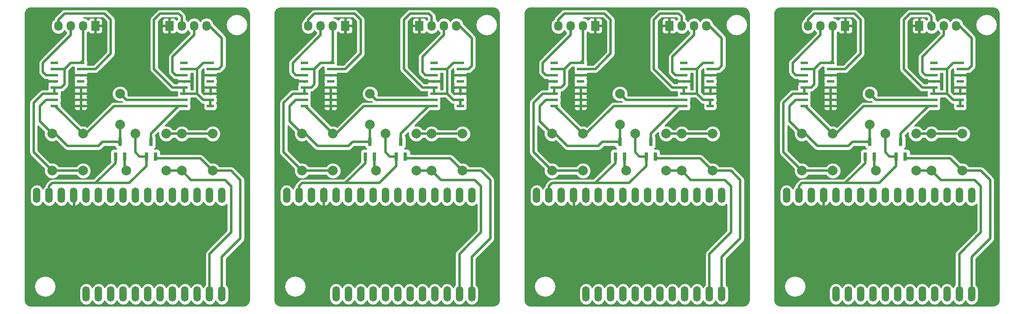
<source format=gbr>
G04 #@! TF.FileFunction,Copper,L1,Top,Signal*
%FSLAX46Y46*%
G04 Gerber Fmt 4.6, Leading zero omitted, Abs format (unit mm)*
G04 Created by KiCad (PCBNEW 4.0.2+dfsg1-stable) date ven. 23 sept. 2016 11:32:03 CEST*
%MOMM*%
G01*
G04 APERTURE LIST*
%ADD10C,0.020000*%
%ADD11O,1.524000X3.175000*%
%ADD12R,1.727200X2.032000*%
%ADD13O,1.727200X2.032000*%
%ADD14R,0.800100X1.800860*%
%ADD15C,1.998980*%
%ADD16R,1.500000X0.600000*%
%ADD17C,2.000000*%
%ADD18C,0.500000*%
%ADD19C,0.254000*%
G04 APERTURE END LIST*
D10*
D11*
X3175000Y-39370000D03*
X5715000Y-39370000D03*
X8255000Y-39370000D03*
X10795000Y-39370000D03*
X13335000Y-39370000D03*
X15875000Y-39370000D03*
X18415000Y-39370000D03*
X20955000Y-39370000D03*
X23495000Y-39370000D03*
X26035000Y-39370000D03*
X28575000Y-39370000D03*
X31115000Y-39370000D03*
X33655000Y-39370000D03*
X36195000Y-39370000D03*
X38735000Y-39370000D03*
X41275000Y-39370000D03*
X38735000Y-59690000D03*
X36195000Y-59690000D03*
X33655000Y-59690000D03*
X31115000Y-59690000D03*
X28575000Y-59690000D03*
X26035000Y-59690000D03*
X23495000Y-59690000D03*
X20955000Y-59690000D03*
X18415000Y-59690000D03*
X15875000Y-59690000D03*
X13335000Y-59690000D03*
X41275000Y-59690000D03*
D12*
X15240000Y-4445000D03*
D13*
X12700000Y-4445000D03*
X10160000Y-4445000D03*
X7620000Y-4445000D03*
D12*
X30480000Y-4445000D03*
D13*
X33020000Y-4445000D03*
X35560000Y-4445000D03*
X38100000Y-4445000D03*
D14*
X19370000Y-31346140D03*
X21270000Y-31346140D03*
X20320000Y-28343860D03*
X25720000Y-31346140D03*
X27620000Y-31346140D03*
X26670000Y-28343860D03*
D15*
X33020000Y-26670000D03*
X33020000Y-34290000D03*
X39370000Y-26670000D03*
X39370000Y-34290000D03*
X6350000Y-34290000D03*
X6350000Y-26670000D03*
X12700000Y-34290000D03*
X12700000Y-26670000D03*
D16*
X6825000Y-12065000D03*
X6825000Y-13335000D03*
X6825000Y-14605000D03*
X6825000Y-15875000D03*
X6825000Y-17145000D03*
X6825000Y-18415000D03*
X6825000Y-19685000D03*
X6825000Y-20955000D03*
X12225000Y-20955000D03*
X12225000Y-19685000D03*
X12225000Y-18415000D03*
X12225000Y-17145000D03*
X12225000Y-15875000D03*
X12225000Y-14605000D03*
X12225000Y-13335000D03*
X12225000Y-12065000D03*
X33495000Y-12065000D03*
X33495000Y-13335000D03*
X33495000Y-14605000D03*
X33495000Y-15875000D03*
X33495000Y-17145000D03*
X33495000Y-18415000D03*
X33495000Y-19685000D03*
X33495000Y-20955000D03*
X38895000Y-20955000D03*
X38895000Y-19685000D03*
X38895000Y-18415000D03*
X38895000Y-17145000D03*
X38895000Y-15875000D03*
X38895000Y-14605000D03*
X38895000Y-13335000D03*
X38895000Y-12065000D03*
D11*
X54610000Y-39370000D03*
X57150000Y-39370000D03*
X59690000Y-39370000D03*
X62230000Y-39370000D03*
X64770000Y-39370000D03*
X67310000Y-39370000D03*
X69850000Y-39370000D03*
X72390000Y-39370000D03*
X74930000Y-39370000D03*
X77470000Y-39370000D03*
X80010000Y-39370000D03*
X82550000Y-39370000D03*
X85090000Y-39370000D03*
X87630000Y-39370000D03*
X90170000Y-39370000D03*
X92710000Y-39370000D03*
X90170000Y-59690000D03*
X87630000Y-59690000D03*
X85090000Y-59690000D03*
X82550000Y-59690000D03*
X80010000Y-59690000D03*
X77470000Y-59690000D03*
X74930000Y-59690000D03*
X72390000Y-59690000D03*
X69850000Y-59690000D03*
X67310000Y-59690000D03*
X64770000Y-59690000D03*
X92710000Y-59690000D03*
D12*
X66675000Y-4445000D03*
D13*
X64135000Y-4445000D03*
X61595000Y-4445000D03*
X59055000Y-4445000D03*
D12*
X81915000Y-4445000D03*
D13*
X84455000Y-4445000D03*
X86995000Y-4445000D03*
X89535000Y-4445000D03*
D14*
X70805000Y-31346140D03*
X72705000Y-31346140D03*
X71755000Y-28343860D03*
X77155000Y-31346140D03*
X79055000Y-31346140D03*
X78105000Y-28343860D03*
D15*
X84455000Y-26670000D03*
X84455000Y-34290000D03*
X90805000Y-26670000D03*
X90805000Y-34290000D03*
X57785000Y-34290000D03*
X57785000Y-26670000D03*
X64135000Y-34290000D03*
X64135000Y-26670000D03*
D16*
X58260000Y-12065000D03*
X58260000Y-13335000D03*
X58260000Y-14605000D03*
X58260000Y-15875000D03*
X58260000Y-17145000D03*
X58260000Y-18415000D03*
X58260000Y-19685000D03*
X58260000Y-20955000D03*
X63660000Y-20955000D03*
X63660000Y-19685000D03*
X63660000Y-18415000D03*
X63660000Y-17145000D03*
X63660000Y-15875000D03*
X63660000Y-14605000D03*
X63660000Y-13335000D03*
X63660000Y-12065000D03*
X84930000Y-12065000D03*
X84930000Y-13335000D03*
X84930000Y-14605000D03*
X84930000Y-15875000D03*
X84930000Y-17145000D03*
X84930000Y-18415000D03*
X84930000Y-19685000D03*
X84930000Y-20955000D03*
X90330000Y-20955000D03*
X90330000Y-19685000D03*
X90330000Y-18415000D03*
X90330000Y-17145000D03*
X90330000Y-15875000D03*
X90330000Y-14605000D03*
X90330000Y-13335000D03*
X90330000Y-12065000D03*
D11*
X106045000Y-39370000D03*
X108585000Y-39370000D03*
X111125000Y-39370000D03*
X113665000Y-39370000D03*
X116205000Y-39370000D03*
X118745000Y-39370000D03*
X121285000Y-39370000D03*
X123825000Y-39370000D03*
X126365000Y-39370000D03*
X128905000Y-39370000D03*
X131445000Y-39370000D03*
X133985000Y-39370000D03*
X136525000Y-39370000D03*
X139065000Y-39370000D03*
X141605000Y-39370000D03*
X144145000Y-39370000D03*
X141605000Y-59690000D03*
X139065000Y-59690000D03*
X136525000Y-59690000D03*
X133985000Y-59690000D03*
X131445000Y-59690000D03*
X128905000Y-59690000D03*
X126365000Y-59690000D03*
X123825000Y-59690000D03*
X121285000Y-59690000D03*
X118745000Y-59690000D03*
X116205000Y-59690000D03*
X144145000Y-59690000D03*
D12*
X118110000Y-4445000D03*
D13*
X115570000Y-4445000D03*
X113030000Y-4445000D03*
X110490000Y-4445000D03*
D12*
X133350000Y-4445000D03*
D13*
X135890000Y-4445000D03*
X138430000Y-4445000D03*
X140970000Y-4445000D03*
D14*
X122240000Y-31346140D03*
X124140000Y-31346140D03*
X123190000Y-28343860D03*
X128590000Y-31346140D03*
X130490000Y-31346140D03*
X129540000Y-28343860D03*
D15*
X135890000Y-26670000D03*
X135890000Y-34290000D03*
X142240000Y-26670000D03*
X142240000Y-34290000D03*
X109220000Y-34290000D03*
X109220000Y-26670000D03*
X115570000Y-34290000D03*
X115570000Y-26670000D03*
D16*
X109695000Y-12065000D03*
X109695000Y-13335000D03*
X109695000Y-14605000D03*
X109695000Y-15875000D03*
X109695000Y-17145000D03*
X109695000Y-18415000D03*
X109695000Y-19685000D03*
X109695000Y-20955000D03*
X115095000Y-20955000D03*
X115095000Y-19685000D03*
X115095000Y-18415000D03*
X115095000Y-17145000D03*
X115095000Y-15875000D03*
X115095000Y-14605000D03*
X115095000Y-13335000D03*
X115095000Y-12065000D03*
X136365000Y-12065000D03*
X136365000Y-13335000D03*
X136365000Y-14605000D03*
X136365000Y-15875000D03*
X136365000Y-17145000D03*
X136365000Y-18415000D03*
X136365000Y-19685000D03*
X136365000Y-20955000D03*
X141765000Y-20955000D03*
X141765000Y-19685000D03*
X141765000Y-18415000D03*
X141765000Y-17145000D03*
X141765000Y-15875000D03*
X141765000Y-14605000D03*
X141765000Y-13335000D03*
X141765000Y-12065000D03*
D11*
X157480000Y-39370000D03*
X160020000Y-39370000D03*
X162560000Y-39370000D03*
X165100000Y-39370000D03*
X167640000Y-39370000D03*
X170180000Y-39370000D03*
X172720000Y-39370000D03*
X175260000Y-39370000D03*
X177800000Y-39370000D03*
X180340000Y-39370000D03*
X182880000Y-39370000D03*
X185420000Y-39370000D03*
X187960000Y-39370000D03*
X190500000Y-39370000D03*
X193040000Y-39370000D03*
X195580000Y-39370000D03*
X193040000Y-59690000D03*
X190500000Y-59690000D03*
X187960000Y-59690000D03*
X185420000Y-59690000D03*
X182880000Y-59690000D03*
X180340000Y-59690000D03*
X177800000Y-59690000D03*
X175260000Y-59690000D03*
X172720000Y-59690000D03*
X170180000Y-59690000D03*
X167640000Y-59690000D03*
X195580000Y-59690000D03*
D12*
X169545000Y-4445000D03*
D13*
X167005000Y-4445000D03*
X164465000Y-4445000D03*
X161925000Y-4445000D03*
D12*
X184785000Y-4445000D03*
D13*
X187325000Y-4445000D03*
X189865000Y-4445000D03*
X192405000Y-4445000D03*
D14*
X173675000Y-31346140D03*
X175575000Y-31346140D03*
X174625000Y-28343860D03*
X180025000Y-31346140D03*
X181925000Y-31346140D03*
X180975000Y-28343860D03*
D15*
X187325000Y-26670000D03*
X187325000Y-34290000D03*
X193675000Y-26670000D03*
X193675000Y-34290000D03*
X160655000Y-34290000D03*
X160655000Y-26670000D03*
X167005000Y-34290000D03*
X167005000Y-26670000D03*
D16*
X161130000Y-12065000D03*
X161130000Y-13335000D03*
X161130000Y-14605000D03*
X161130000Y-15875000D03*
X161130000Y-17145000D03*
X161130000Y-18415000D03*
X161130000Y-19685000D03*
X161130000Y-20955000D03*
X166530000Y-20955000D03*
X166530000Y-19685000D03*
X166530000Y-18415000D03*
X166530000Y-17145000D03*
X166530000Y-15875000D03*
X166530000Y-14605000D03*
X166530000Y-13335000D03*
X166530000Y-12065000D03*
X187800000Y-12065000D03*
X187800000Y-13335000D03*
X187800000Y-14605000D03*
X187800000Y-15875000D03*
X187800000Y-17145000D03*
X187800000Y-18415000D03*
X187800000Y-19685000D03*
X187800000Y-20955000D03*
X193200000Y-20955000D03*
X193200000Y-19685000D03*
X193200000Y-18415000D03*
X193200000Y-17145000D03*
X193200000Y-15875000D03*
X193200000Y-14605000D03*
X193200000Y-13335000D03*
X193200000Y-12065000D03*
D17*
X23495000Y-26670000D03*
X29845000Y-26670000D03*
X74930000Y-26670000D03*
X81280000Y-26670000D03*
X126365000Y-26670000D03*
X132715000Y-26670000D03*
X177800000Y-26670000D03*
X184150000Y-26670000D03*
X30480000Y-7620000D03*
X24765000Y-7620000D03*
X20955000Y-7620000D03*
X15240000Y-7620000D03*
X81915000Y-7620000D03*
X76200000Y-7620000D03*
X72390000Y-7620000D03*
X66675000Y-7620000D03*
X133350000Y-7620000D03*
X127635000Y-7620000D03*
X123825000Y-7620000D03*
X118110000Y-7620000D03*
X184785000Y-7620000D03*
X179070000Y-7620000D03*
X175260000Y-7620000D03*
X169545000Y-7620000D03*
X21590000Y-34290000D03*
X29845000Y-34290000D03*
X73025000Y-34290000D03*
X81280000Y-34290000D03*
X124460000Y-34290000D03*
X132715000Y-34290000D03*
X175895000Y-34290000D03*
X184150000Y-34290000D03*
X20320000Y-18415000D03*
X20320000Y-24765000D03*
X71755000Y-18415000D03*
X71755000Y-24765000D03*
X123190000Y-18415000D03*
X123190000Y-24765000D03*
X174625000Y-18415000D03*
X174625000Y-24765000D03*
D18*
X33020000Y-26670000D02*
X29845000Y-26670000D01*
X24361140Y-31346140D02*
X25720000Y-31346140D01*
X23495000Y-30480000D02*
X24361140Y-31346140D01*
X23495000Y-26670000D02*
X23495000Y-30480000D01*
X25720000Y-31346140D02*
X25720000Y-33335000D01*
X25720000Y-33335000D02*
X22225000Y-36830000D01*
X22225000Y-36830000D02*
X15240000Y-36830000D01*
X39370000Y-26670000D02*
X33020000Y-26670000D01*
X19370000Y-31346140D02*
X19370000Y-32700000D01*
X5715000Y-37465000D02*
X5715000Y-39370000D01*
X6350000Y-36830000D02*
X5715000Y-37465000D01*
X15240000Y-36830000D02*
X6350000Y-36830000D01*
X19370000Y-32700000D02*
X15240000Y-36830000D01*
X5715000Y-39370000D02*
X5715000Y-38100000D01*
X84455000Y-26670000D02*
X81280000Y-26670000D01*
X75796140Y-31346140D02*
X77155000Y-31346140D01*
X74930000Y-30480000D02*
X75796140Y-31346140D01*
X74930000Y-26670000D02*
X74930000Y-30480000D01*
X77155000Y-31346140D02*
X77155000Y-33335000D01*
X77155000Y-33335000D02*
X73660000Y-36830000D01*
X73660000Y-36830000D02*
X66675000Y-36830000D01*
X90805000Y-26670000D02*
X84455000Y-26670000D01*
X70805000Y-31346140D02*
X70805000Y-32700000D01*
X57150000Y-37465000D02*
X57150000Y-39370000D01*
X57785000Y-36830000D02*
X57150000Y-37465000D01*
X66675000Y-36830000D02*
X57785000Y-36830000D01*
X70805000Y-32700000D02*
X66675000Y-36830000D01*
X57150000Y-39370000D02*
X57150000Y-38100000D01*
X135890000Y-26670000D02*
X132715000Y-26670000D01*
X127231140Y-31346140D02*
X128590000Y-31346140D01*
X126365000Y-30480000D02*
X127231140Y-31346140D01*
X126365000Y-26670000D02*
X126365000Y-30480000D01*
X128590000Y-31346140D02*
X128590000Y-33335000D01*
X128590000Y-33335000D02*
X125095000Y-36830000D01*
X125095000Y-36830000D02*
X118110000Y-36830000D01*
X142240000Y-26670000D02*
X135890000Y-26670000D01*
X122240000Y-31346140D02*
X122240000Y-32700000D01*
X108585000Y-37465000D02*
X108585000Y-39370000D01*
X109220000Y-36830000D02*
X108585000Y-37465000D01*
X118110000Y-36830000D02*
X109220000Y-36830000D01*
X122240000Y-32700000D02*
X118110000Y-36830000D01*
X108585000Y-39370000D02*
X108585000Y-38100000D01*
X187325000Y-26670000D02*
X184150000Y-26670000D01*
X178666140Y-31346140D02*
X180025000Y-31346140D01*
X177800000Y-30480000D02*
X178666140Y-31346140D01*
X177800000Y-26670000D02*
X177800000Y-30480000D01*
X180025000Y-31346140D02*
X180025000Y-33335000D01*
X180025000Y-33335000D02*
X176530000Y-36830000D01*
X176530000Y-36830000D02*
X169545000Y-36830000D01*
X193675000Y-26670000D02*
X187325000Y-26670000D01*
X173675000Y-31346140D02*
X173675000Y-32700000D01*
X160020000Y-37465000D02*
X160020000Y-39370000D01*
X160655000Y-36830000D02*
X160020000Y-37465000D01*
X169545000Y-36830000D02*
X160655000Y-36830000D01*
X173675000Y-32700000D02*
X169545000Y-36830000D01*
X160020000Y-39370000D02*
X160020000Y-38100000D01*
X15240000Y-4445000D02*
X15240000Y-7620000D01*
X30480000Y-7620000D02*
X30480000Y-4445000D01*
X20955000Y-7620000D02*
X24765000Y-7620000D01*
X66675000Y-4445000D02*
X66675000Y-7620000D01*
X81915000Y-7620000D02*
X81915000Y-4445000D01*
X72390000Y-7620000D02*
X76200000Y-7620000D01*
X118110000Y-4445000D02*
X118110000Y-7620000D01*
X133350000Y-7620000D02*
X133350000Y-4445000D01*
X123825000Y-7620000D02*
X127635000Y-7620000D01*
X169545000Y-4445000D02*
X169545000Y-7620000D01*
X184785000Y-7620000D02*
X184785000Y-4445000D01*
X175260000Y-7620000D02*
X179070000Y-7620000D01*
X38735000Y-59690000D02*
X38735000Y-51435000D01*
X34925000Y-36195000D02*
X33020000Y-34290000D01*
X41910000Y-36195000D02*
X34925000Y-36195000D01*
X43180000Y-37465000D02*
X41910000Y-36195000D01*
X43180000Y-46990000D02*
X43180000Y-37465000D01*
X38735000Y-51435000D02*
X43180000Y-46990000D01*
X21270000Y-31346140D02*
X21270000Y-33970000D01*
X21270000Y-33970000D02*
X21590000Y-34290000D01*
X29845000Y-34290000D02*
X33020000Y-34290000D01*
X38735000Y-59690000D02*
X38735000Y-58420000D01*
X90170000Y-59690000D02*
X90170000Y-51435000D01*
X86360000Y-36195000D02*
X84455000Y-34290000D01*
X93345000Y-36195000D02*
X86360000Y-36195000D01*
X94615000Y-37465000D02*
X93345000Y-36195000D01*
X94615000Y-46990000D02*
X94615000Y-37465000D01*
X90170000Y-51435000D02*
X94615000Y-46990000D01*
X72705000Y-31346140D02*
X72705000Y-33970000D01*
X72705000Y-33970000D02*
X73025000Y-34290000D01*
X81280000Y-34290000D02*
X84455000Y-34290000D01*
X90170000Y-59690000D02*
X90170000Y-58420000D01*
X141605000Y-59690000D02*
X141605000Y-51435000D01*
X137795000Y-36195000D02*
X135890000Y-34290000D01*
X144780000Y-36195000D02*
X137795000Y-36195000D01*
X146050000Y-37465000D02*
X144780000Y-36195000D01*
X146050000Y-46990000D02*
X146050000Y-37465000D01*
X141605000Y-51435000D02*
X146050000Y-46990000D01*
X124140000Y-31346140D02*
X124140000Y-33970000D01*
X124140000Y-33970000D02*
X124460000Y-34290000D01*
X132715000Y-34290000D02*
X135890000Y-34290000D01*
X141605000Y-59690000D02*
X141605000Y-58420000D01*
X193040000Y-59690000D02*
X193040000Y-51435000D01*
X189230000Y-36195000D02*
X187325000Y-34290000D01*
X196215000Y-36195000D02*
X189230000Y-36195000D01*
X197485000Y-37465000D02*
X196215000Y-36195000D01*
X197485000Y-46990000D02*
X197485000Y-37465000D01*
X193040000Y-51435000D02*
X197485000Y-46990000D01*
X175575000Y-31346140D02*
X175575000Y-33970000D01*
X175575000Y-33970000D02*
X175895000Y-34290000D01*
X184150000Y-34290000D02*
X187325000Y-34290000D01*
X193040000Y-59690000D02*
X193040000Y-58420000D01*
X41275000Y-59690000D02*
X41275000Y-52070000D01*
X43180000Y-34290000D02*
X39370000Y-34290000D01*
X45085000Y-36195000D02*
X43180000Y-34290000D01*
X45085000Y-48260000D02*
X45085000Y-36195000D01*
X41275000Y-52070000D02*
X45085000Y-48260000D01*
X39370000Y-34290000D02*
X36830000Y-31750000D01*
X36830000Y-31750000D02*
X28023860Y-31750000D01*
X28023860Y-31750000D02*
X27620000Y-31346140D01*
X41275000Y-59690000D02*
X41275000Y-59055000D01*
X92710000Y-59690000D02*
X92710000Y-52070000D01*
X94615000Y-34290000D02*
X90805000Y-34290000D01*
X96520000Y-36195000D02*
X94615000Y-34290000D01*
X96520000Y-48260000D02*
X96520000Y-36195000D01*
X92710000Y-52070000D02*
X96520000Y-48260000D01*
X90805000Y-34290000D02*
X88265000Y-31750000D01*
X88265000Y-31750000D02*
X79458860Y-31750000D01*
X79458860Y-31750000D02*
X79055000Y-31346140D01*
X92710000Y-59690000D02*
X92710000Y-59055000D01*
X144145000Y-59690000D02*
X144145000Y-52070000D01*
X146050000Y-34290000D02*
X142240000Y-34290000D01*
X147955000Y-36195000D02*
X146050000Y-34290000D01*
X147955000Y-48260000D02*
X147955000Y-36195000D01*
X144145000Y-52070000D02*
X147955000Y-48260000D01*
X142240000Y-34290000D02*
X139700000Y-31750000D01*
X139700000Y-31750000D02*
X130893860Y-31750000D01*
X130893860Y-31750000D02*
X130490000Y-31346140D01*
X144145000Y-59690000D02*
X144145000Y-59055000D01*
X195580000Y-59690000D02*
X195580000Y-52070000D01*
X197485000Y-34290000D02*
X193675000Y-34290000D01*
X199390000Y-36195000D02*
X197485000Y-34290000D01*
X199390000Y-48260000D02*
X199390000Y-36195000D01*
X195580000Y-52070000D02*
X199390000Y-48260000D01*
X193675000Y-34290000D02*
X191135000Y-31750000D01*
X191135000Y-31750000D02*
X182328860Y-31750000D01*
X182328860Y-31750000D02*
X181925000Y-31346140D01*
X195580000Y-59690000D02*
X195580000Y-59055000D01*
X6825000Y-13335000D02*
X8890000Y-13335000D01*
X6350000Y-34290000D02*
X12700000Y-34290000D01*
X6350000Y-34290000D02*
X2540000Y-30480000D01*
X4445000Y-18415000D02*
X6825000Y-18415000D01*
X2540000Y-20320000D02*
X4445000Y-18415000D01*
X2540000Y-30480000D02*
X2540000Y-20320000D01*
X6825000Y-17145000D02*
X6825000Y-18415000D01*
X8890000Y-13335000D02*
X8890000Y-16510000D01*
X8255000Y-17145000D02*
X6825000Y-17145000D01*
X8890000Y-16510000D02*
X8255000Y-17145000D01*
X12225000Y-12065000D02*
X10160000Y-12065000D01*
X8890000Y-13335000D02*
X7620000Y-13335000D01*
X10160000Y-12065000D02*
X8890000Y-13335000D01*
X12700000Y-4445000D02*
X12700000Y-11590000D01*
X12700000Y-11590000D02*
X12225000Y-12065000D01*
X58260000Y-13335000D02*
X60325000Y-13335000D01*
X57785000Y-34290000D02*
X64135000Y-34290000D01*
X57785000Y-34290000D02*
X53975000Y-30480000D01*
X55880000Y-18415000D02*
X58260000Y-18415000D01*
X53975000Y-20320000D02*
X55880000Y-18415000D01*
X53975000Y-30480000D02*
X53975000Y-20320000D01*
X58260000Y-17145000D02*
X58260000Y-18415000D01*
X60325000Y-13335000D02*
X60325000Y-16510000D01*
X59690000Y-17145000D02*
X58260000Y-17145000D01*
X60325000Y-16510000D02*
X59690000Y-17145000D01*
X63660000Y-12065000D02*
X61595000Y-12065000D01*
X60325000Y-13335000D02*
X59055000Y-13335000D01*
X61595000Y-12065000D02*
X60325000Y-13335000D01*
X64135000Y-4445000D02*
X64135000Y-11590000D01*
X64135000Y-11590000D02*
X63660000Y-12065000D01*
X109695000Y-13335000D02*
X111760000Y-13335000D01*
X109220000Y-34290000D02*
X115570000Y-34290000D01*
X109220000Y-34290000D02*
X105410000Y-30480000D01*
X107315000Y-18415000D02*
X109695000Y-18415000D01*
X105410000Y-20320000D02*
X107315000Y-18415000D01*
X105410000Y-30480000D02*
X105410000Y-20320000D01*
X109695000Y-17145000D02*
X109695000Y-18415000D01*
X111760000Y-13335000D02*
X111760000Y-16510000D01*
X111125000Y-17145000D02*
X109695000Y-17145000D01*
X111760000Y-16510000D02*
X111125000Y-17145000D01*
X115095000Y-12065000D02*
X113030000Y-12065000D01*
X111760000Y-13335000D02*
X110490000Y-13335000D01*
X113030000Y-12065000D02*
X111760000Y-13335000D01*
X115570000Y-4445000D02*
X115570000Y-11590000D01*
X115570000Y-11590000D02*
X115095000Y-12065000D01*
X161130000Y-13335000D02*
X163195000Y-13335000D01*
X160655000Y-34290000D02*
X167005000Y-34290000D01*
X160655000Y-34290000D02*
X156845000Y-30480000D01*
X158750000Y-18415000D02*
X161130000Y-18415000D01*
X156845000Y-20320000D02*
X158750000Y-18415000D01*
X156845000Y-30480000D02*
X156845000Y-20320000D01*
X161130000Y-17145000D02*
X161130000Y-18415000D01*
X163195000Y-13335000D02*
X163195000Y-16510000D01*
X162560000Y-17145000D02*
X161130000Y-17145000D01*
X163195000Y-16510000D02*
X162560000Y-17145000D01*
X166530000Y-12065000D02*
X164465000Y-12065000D01*
X163195000Y-13335000D02*
X161925000Y-13335000D01*
X164465000Y-12065000D02*
X163195000Y-13335000D01*
X167005000Y-4445000D02*
X167005000Y-11590000D01*
X167005000Y-11590000D02*
X166530000Y-12065000D01*
X10160000Y-4445000D02*
X10160000Y-6350000D01*
X5080000Y-14605000D02*
X6825000Y-14605000D01*
X4445000Y-13970000D02*
X5080000Y-14605000D01*
X4445000Y-12065000D02*
X4445000Y-13970000D01*
X10160000Y-6350000D02*
X4445000Y-12065000D01*
X61595000Y-4445000D02*
X61595000Y-6350000D01*
X56515000Y-14605000D02*
X58260000Y-14605000D01*
X55880000Y-13970000D02*
X56515000Y-14605000D01*
X55880000Y-12065000D02*
X55880000Y-13970000D01*
X61595000Y-6350000D02*
X55880000Y-12065000D01*
X113030000Y-4445000D02*
X113030000Y-6350000D01*
X107950000Y-14605000D02*
X109695000Y-14605000D01*
X107315000Y-13970000D02*
X107950000Y-14605000D01*
X107315000Y-12065000D02*
X107315000Y-13970000D01*
X113030000Y-6350000D02*
X107315000Y-12065000D01*
X164465000Y-4445000D02*
X164465000Y-6350000D01*
X159385000Y-14605000D02*
X161130000Y-14605000D01*
X158750000Y-13970000D02*
X159385000Y-14605000D01*
X158750000Y-12065000D02*
X158750000Y-13970000D01*
X164465000Y-6350000D02*
X158750000Y-12065000D01*
X7620000Y-4445000D02*
X7620000Y-3175000D01*
X15240000Y-13335000D02*
X12225000Y-13335000D01*
X18415000Y-10160000D02*
X15240000Y-13335000D01*
X18415000Y-3175000D02*
X18415000Y-10160000D01*
X17145000Y-1905000D02*
X18415000Y-3175000D01*
X8890000Y-1905000D02*
X17145000Y-1905000D01*
X7620000Y-3175000D02*
X8890000Y-1905000D01*
X59055000Y-4445000D02*
X59055000Y-3175000D01*
X66675000Y-13335000D02*
X63660000Y-13335000D01*
X69850000Y-10160000D02*
X66675000Y-13335000D01*
X69850000Y-3175000D02*
X69850000Y-10160000D01*
X68580000Y-1905000D02*
X69850000Y-3175000D01*
X60325000Y-1905000D02*
X68580000Y-1905000D01*
X59055000Y-3175000D02*
X60325000Y-1905000D01*
X110490000Y-4445000D02*
X110490000Y-3175000D01*
X118110000Y-13335000D02*
X115095000Y-13335000D01*
X121285000Y-10160000D02*
X118110000Y-13335000D01*
X121285000Y-3175000D02*
X121285000Y-10160000D01*
X120015000Y-1905000D02*
X121285000Y-3175000D01*
X111760000Y-1905000D02*
X120015000Y-1905000D01*
X110490000Y-3175000D02*
X111760000Y-1905000D01*
X161925000Y-4445000D02*
X161925000Y-3175000D01*
X169545000Y-13335000D02*
X166530000Y-13335000D01*
X172720000Y-10160000D02*
X169545000Y-13335000D01*
X172720000Y-3175000D02*
X172720000Y-10160000D01*
X171450000Y-1905000D02*
X172720000Y-3175000D01*
X163195000Y-1905000D02*
X171450000Y-1905000D01*
X161925000Y-3175000D02*
X163195000Y-1905000D01*
X36195000Y-13335000D02*
X36195000Y-18415000D01*
X33495000Y-18415000D02*
X36195000Y-18415000D01*
X37465000Y-19685000D02*
X38895000Y-19685000D01*
X36195000Y-18415000D02*
X37465000Y-19685000D01*
X38895000Y-12065000D02*
X37465000Y-12065000D01*
X36195000Y-13335000D02*
X33495000Y-13335000D01*
X37465000Y-12065000D02*
X36195000Y-13335000D01*
X38895000Y-19685000D02*
X38895000Y-20955000D01*
X33495000Y-17145000D02*
X33495000Y-18415000D01*
X33020000Y-4445000D02*
X33020000Y-2540000D01*
X31115000Y-17145000D02*
X33495000Y-17145000D01*
X27305000Y-13335000D02*
X31115000Y-17145000D01*
X27305000Y-3175000D02*
X27305000Y-13335000D01*
X28575000Y-1905000D02*
X27305000Y-3175000D01*
X32385000Y-1905000D02*
X28575000Y-1905000D01*
X33020000Y-2540000D02*
X32385000Y-1905000D01*
X87630000Y-13335000D02*
X87630000Y-18415000D01*
X84930000Y-18415000D02*
X87630000Y-18415000D01*
X88900000Y-19685000D02*
X90330000Y-19685000D01*
X87630000Y-18415000D02*
X88900000Y-19685000D01*
X90330000Y-12065000D02*
X88900000Y-12065000D01*
X87630000Y-13335000D02*
X84930000Y-13335000D01*
X88900000Y-12065000D02*
X87630000Y-13335000D01*
X90330000Y-19685000D02*
X90330000Y-20955000D01*
X84930000Y-17145000D02*
X84930000Y-18415000D01*
X84455000Y-4445000D02*
X84455000Y-2540000D01*
X82550000Y-17145000D02*
X84930000Y-17145000D01*
X78740000Y-13335000D02*
X82550000Y-17145000D01*
X78740000Y-3175000D02*
X78740000Y-13335000D01*
X80010000Y-1905000D02*
X78740000Y-3175000D01*
X83820000Y-1905000D02*
X80010000Y-1905000D01*
X84455000Y-2540000D02*
X83820000Y-1905000D01*
X139065000Y-13335000D02*
X139065000Y-18415000D01*
X136365000Y-18415000D02*
X139065000Y-18415000D01*
X140335000Y-19685000D02*
X141765000Y-19685000D01*
X139065000Y-18415000D02*
X140335000Y-19685000D01*
X141765000Y-12065000D02*
X140335000Y-12065000D01*
X139065000Y-13335000D02*
X136365000Y-13335000D01*
X140335000Y-12065000D02*
X139065000Y-13335000D01*
X141765000Y-19685000D02*
X141765000Y-20955000D01*
X136365000Y-17145000D02*
X136365000Y-18415000D01*
X135890000Y-4445000D02*
X135890000Y-2540000D01*
X133985000Y-17145000D02*
X136365000Y-17145000D01*
X130175000Y-13335000D02*
X133985000Y-17145000D01*
X130175000Y-3175000D02*
X130175000Y-13335000D01*
X131445000Y-1905000D02*
X130175000Y-3175000D01*
X135255000Y-1905000D02*
X131445000Y-1905000D01*
X135890000Y-2540000D02*
X135255000Y-1905000D01*
X190500000Y-13335000D02*
X190500000Y-18415000D01*
X187800000Y-18415000D02*
X190500000Y-18415000D01*
X191770000Y-19685000D02*
X193200000Y-19685000D01*
X190500000Y-18415000D02*
X191770000Y-19685000D01*
X193200000Y-12065000D02*
X191770000Y-12065000D01*
X190500000Y-13335000D02*
X187800000Y-13335000D01*
X191770000Y-12065000D02*
X190500000Y-13335000D01*
X193200000Y-19685000D02*
X193200000Y-20955000D01*
X187800000Y-17145000D02*
X187800000Y-18415000D01*
X187325000Y-4445000D02*
X187325000Y-2540000D01*
X185420000Y-17145000D02*
X187800000Y-17145000D01*
X181610000Y-13335000D02*
X185420000Y-17145000D01*
X181610000Y-3175000D02*
X181610000Y-13335000D01*
X182880000Y-1905000D02*
X181610000Y-3175000D01*
X186690000Y-1905000D02*
X182880000Y-1905000D01*
X187325000Y-2540000D02*
X186690000Y-1905000D01*
X35560000Y-4445000D02*
X35560000Y-6350000D01*
X31750000Y-14605000D02*
X33495000Y-14605000D01*
X31115000Y-13970000D02*
X31750000Y-14605000D01*
X31115000Y-10795000D02*
X31115000Y-13970000D01*
X35560000Y-6350000D02*
X31115000Y-10795000D01*
X86995000Y-4445000D02*
X86995000Y-6350000D01*
X83185000Y-14605000D02*
X84930000Y-14605000D01*
X82550000Y-13970000D02*
X83185000Y-14605000D01*
X82550000Y-10795000D02*
X82550000Y-13970000D01*
X86995000Y-6350000D02*
X82550000Y-10795000D01*
X138430000Y-4445000D02*
X138430000Y-6350000D01*
X134620000Y-14605000D02*
X136365000Y-14605000D01*
X133985000Y-13970000D02*
X134620000Y-14605000D01*
X133985000Y-10795000D02*
X133985000Y-13970000D01*
X138430000Y-6350000D02*
X133985000Y-10795000D01*
X189865000Y-4445000D02*
X189865000Y-6350000D01*
X186055000Y-14605000D02*
X187800000Y-14605000D01*
X185420000Y-13970000D02*
X186055000Y-14605000D01*
X185420000Y-10795000D02*
X185420000Y-13970000D01*
X189865000Y-6350000D02*
X185420000Y-10795000D01*
X38100000Y-4445000D02*
X38735000Y-4445000D01*
X38735000Y-4445000D02*
X41275000Y-6985000D01*
X41275000Y-6985000D02*
X41275000Y-12700000D01*
X41275000Y-12700000D02*
X40640000Y-13335000D01*
X40640000Y-13335000D02*
X38895000Y-13335000D01*
X89535000Y-4445000D02*
X90170000Y-4445000D01*
X90170000Y-4445000D02*
X92710000Y-6985000D01*
X92710000Y-6985000D02*
X92710000Y-12700000D01*
X92710000Y-12700000D02*
X92075000Y-13335000D01*
X92075000Y-13335000D02*
X90330000Y-13335000D01*
X140970000Y-4445000D02*
X141605000Y-4445000D01*
X141605000Y-4445000D02*
X144145000Y-6985000D01*
X144145000Y-6985000D02*
X144145000Y-12700000D01*
X144145000Y-12700000D02*
X143510000Y-13335000D01*
X143510000Y-13335000D02*
X141765000Y-13335000D01*
X192405000Y-4445000D02*
X193040000Y-4445000D01*
X193040000Y-4445000D02*
X195580000Y-6985000D01*
X195580000Y-6985000D02*
X195580000Y-12700000D01*
X195580000Y-12700000D02*
X194945000Y-13335000D01*
X194945000Y-13335000D02*
X193200000Y-13335000D01*
X20320000Y-28343860D02*
X20320000Y-24765000D01*
X21590000Y-19685000D02*
X33495000Y-19685000D01*
X20320000Y-18415000D02*
X21590000Y-19685000D01*
X6350000Y-26670000D02*
X6985000Y-26670000D01*
X6985000Y-26670000D02*
X9525000Y-29210000D01*
X16741140Y-28343860D02*
X20320000Y-28343860D01*
X15875000Y-29210000D02*
X16741140Y-28343860D01*
X9525000Y-29210000D02*
X15875000Y-29210000D01*
X6350000Y-26670000D02*
X3810000Y-24130000D01*
X5080000Y-19685000D02*
X6825000Y-19685000D01*
X3810000Y-20955000D02*
X5080000Y-19685000D01*
X3810000Y-24130000D02*
X3810000Y-20955000D01*
X20088860Y-28575000D02*
X20320000Y-28343860D01*
X71755000Y-28343860D02*
X71755000Y-24765000D01*
X73025000Y-19685000D02*
X84930000Y-19685000D01*
X71755000Y-18415000D02*
X73025000Y-19685000D01*
X57785000Y-26670000D02*
X58420000Y-26670000D01*
X58420000Y-26670000D02*
X60960000Y-29210000D01*
X68176140Y-28343860D02*
X71755000Y-28343860D01*
X67310000Y-29210000D02*
X68176140Y-28343860D01*
X60960000Y-29210000D02*
X67310000Y-29210000D01*
X57785000Y-26670000D02*
X55245000Y-24130000D01*
X56515000Y-19685000D02*
X58260000Y-19685000D01*
X55245000Y-20955000D02*
X56515000Y-19685000D01*
X55245000Y-24130000D02*
X55245000Y-20955000D01*
X71523860Y-28575000D02*
X71755000Y-28343860D01*
X123190000Y-28343860D02*
X123190000Y-24765000D01*
X124460000Y-19685000D02*
X136365000Y-19685000D01*
X123190000Y-18415000D02*
X124460000Y-19685000D01*
X109220000Y-26670000D02*
X109855000Y-26670000D01*
X109855000Y-26670000D02*
X112395000Y-29210000D01*
X119611140Y-28343860D02*
X123190000Y-28343860D01*
X118745000Y-29210000D02*
X119611140Y-28343860D01*
X112395000Y-29210000D02*
X118745000Y-29210000D01*
X109220000Y-26670000D02*
X106680000Y-24130000D01*
X107950000Y-19685000D02*
X109695000Y-19685000D01*
X106680000Y-20955000D02*
X107950000Y-19685000D01*
X106680000Y-24130000D02*
X106680000Y-20955000D01*
X122958860Y-28575000D02*
X123190000Y-28343860D01*
X174625000Y-28343860D02*
X174625000Y-24765000D01*
X175895000Y-19685000D02*
X187800000Y-19685000D01*
X174625000Y-18415000D02*
X175895000Y-19685000D01*
X160655000Y-26670000D02*
X161290000Y-26670000D01*
X161290000Y-26670000D02*
X163830000Y-29210000D01*
X171046140Y-28343860D02*
X174625000Y-28343860D01*
X170180000Y-29210000D02*
X171046140Y-28343860D01*
X163830000Y-29210000D02*
X170180000Y-29210000D01*
X160655000Y-26670000D02*
X158115000Y-24130000D01*
X159385000Y-19685000D02*
X161130000Y-19685000D01*
X158115000Y-20955000D02*
X159385000Y-19685000D01*
X158115000Y-24130000D02*
X158115000Y-20955000D01*
X174393860Y-28575000D02*
X174625000Y-28343860D01*
X12700000Y-26670000D02*
X13335000Y-26670000D01*
X13335000Y-26670000D02*
X19050000Y-20955000D01*
X19050000Y-20955000D02*
X33495000Y-20955000D01*
X33495000Y-20955000D02*
X32385000Y-20955000D01*
X26670000Y-26670000D02*
X26670000Y-28343860D01*
X32385000Y-20955000D02*
X26670000Y-26670000D01*
X6825000Y-20955000D02*
X6985000Y-20955000D01*
X6985000Y-20955000D02*
X12700000Y-26670000D01*
X26670000Y-28343860D02*
X26670000Y-27780000D01*
X64135000Y-26670000D02*
X64770000Y-26670000D01*
X64770000Y-26670000D02*
X70485000Y-20955000D01*
X70485000Y-20955000D02*
X84930000Y-20955000D01*
X84930000Y-20955000D02*
X83820000Y-20955000D01*
X78105000Y-26670000D02*
X78105000Y-28343860D01*
X83820000Y-20955000D02*
X78105000Y-26670000D01*
X58260000Y-20955000D02*
X58420000Y-20955000D01*
X58420000Y-20955000D02*
X64135000Y-26670000D01*
X78105000Y-28343860D02*
X78105000Y-27780000D01*
X115570000Y-26670000D02*
X116205000Y-26670000D01*
X116205000Y-26670000D02*
X121920000Y-20955000D01*
X121920000Y-20955000D02*
X136365000Y-20955000D01*
X136365000Y-20955000D02*
X135255000Y-20955000D01*
X129540000Y-26670000D02*
X129540000Y-28343860D01*
X135255000Y-20955000D02*
X129540000Y-26670000D01*
X109695000Y-20955000D02*
X109855000Y-20955000D01*
X109855000Y-20955000D02*
X115570000Y-26670000D01*
X129540000Y-28343860D02*
X129540000Y-27780000D01*
X167005000Y-26670000D02*
X167640000Y-26670000D01*
X167640000Y-26670000D02*
X173355000Y-20955000D01*
X173355000Y-20955000D02*
X187800000Y-20955000D01*
X187800000Y-20955000D02*
X186690000Y-20955000D01*
X180975000Y-26670000D02*
X180975000Y-28343860D01*
X186690000Y-20955000D02*
X180975000Y-26670000D01*
X161130000Y-20955000D02*
X161290000Y-20955000D01*
X161290000Y-20955000D02*
X167005000Y-26670000D01*
X180975000Y-28343860D02*
X180975000Y-27780000D01*
D19*
G36*
X46162228Y-837363D02*
X46537131Y-1087866D01*
X46787637Y-1462773D01*
X46890000Y-1977390D01*
X46890000Y-60887610D01*
X46787637Y-61402227D01*
X46537131Y-61777134D01*
X46162228Y-62027637D01*
X45647610Y-62130000D01*
X1977390Y-62130000D01*
X1462773Y-62027637D01*
X1087866Y-61777131D01*
X837363Y-61402228D01*
X762000Y-61023349D01*
X762000Y-58120000D01*
X2675000Y-58120000D01*
X2845129Y-58975297D01*
X3329616Y-59700384D01*
X4054703Y-60184871D01*
X4910000Y-60355000D01*
X5765297Y-60184871D01*
X6490384Y-59700384D01*
X6974871Y-58975297D01*
X7145000Y-58120000D01*
X6974871Y-57264703D01*
X6490384Y-56539616D01*
X5765297Y-56055129D01*
X4910000Y-55885000D01*
X4054703Y-56055129D01*
X3329616Y-56539616D01*
X2845129Y-57264703D01*
X2675000Y-58120000D01*
X762000Y-58120000D01*
X762000Y-20320000D01*
X1654999Y-20320000D01*
X1655000Y-20320005D01*
X1655000Y-30479995D01*
X1654999Y-30480000D01*
X1702809Y-30720350D01*
X1722367Y-30818675D01*
X1914210Y-31105790D01*
X4732248Y-33923827D01*
X4715794Y-33963453D01*
X4715226Y-34613694D01*
X4963538Y-35214655D01*
X5422927Y-35674846D01*
X6023453Y-35924206D01*
X6673694Y-35924774D01*
X7274655Y-35676462D01*
X7734846Y-35217073D01*
X7752316Y-35175000D01*
X11297153Y-35175000D01*
X11313538Y-35214655D01*
X11772927Y-35674846D01*
X12373453Y-35924206D01*
X13023694Y-35924774D01*
X13624655Y-35676462D01*
X14084846Y-35217073D01*
X14334206Y-34616547D01*
X14334774Y-33966306D01*
X14086462Y-33365345D01*
X13627073Y-32905154D01*
X13026547Y-32655794D01*
X12376306Y-32655226D01*
X11775345Y-32903538D01*
X11315154Y-33362927D01*
X11297684Y-33405000D01*
X7752847Y-33405000D01*
X7736462Y-33365345D01*
X7277073Y-32905154D01*
X6676547Y-32655794D01*
X6026306Y-32655226D01*
X5984202Y-32672623D01*
X3425000Y-30113420D01*
X3425000Y-24996580D01*
X4732248Y-26303827D01*
X4715794Y-26343453D01*
X4715226Y-26993694D01*
X4963538Y-27594655D01*
X5422927Y-28054846D01*
X6023453Y-28304206D01*
X6673694Y-28304774D01*
X7165135Y-28101715D01*
X8899208Y-29835787D01*
X8899210Y-29835790D01*
X9186325Y-30027633D01*
X9525000Y-30095000D01*
X15874995Y-30095000D01*
X15875000Y-30095001D01*
X16157484Y-30038810D01*
X16213675Y-30027633D01*
X16500790Y-29835790D01*
X16500791Y-29835789D01*
X17107719Y-29228860D01*
X19272510Y-29228860D01*
X19272510Y-29244290D01*
X19316788Y-29479607D01*
X19455860Y-29695731D01*
X19605931Y-29798270D01*
X18969950Y-29798270D01*
X18734633Y-29842548D01*
X18518509Y-29981620D01*
X18373519Y-30193820D01*
X18322510Y-30445710D01*
X18322510Y-32246570D01*
X18361997Y-32456424D01*
X14873420Y-35945000D01*
X6350005Y-35945000D01*
X6350000Y-35944999D01*
X6011326Y-36012366D01*
X6011324Y-36012367D01*
X6011325Y-36012367D01*
X5724210Y-36204210D01*
X5724208Y-36204213D01*
X5089210Y-36839210D01*
X4897367Y-37126325D01*
X4897367Y-37126326D01*
X4834719Y-37441270D01*
X4727172Y-37513131D01*
X4445000Y-37935430D01*
X4162828Y-37513131D01*
X3709609Y-37210299D01*
X3175000Y-37103959D01*
X2640391Y-37210299D01*
X2187172Y-37513131D01*
X1884340Y-37966350D01*
X1778000Y-38500959D01*
X1778000Y-40239041D01*
X1884340Y-40773650D01*
X2187172Y-41226869D01*
X2640391Y-41529701D01*
X3175000Y-41636041D01*
X3709609Y-41529701D01*
X4162828Y-41226869D01*
X4445000Y-40804570D01*
X4727172Y-41226869D01*
X5180391Y-41529701D01*
X5715000Y-41636041D01*
X6249609Y-41529701D01*
X6702828Y-41226869D01*
X6985000Y-40804570D01*
X7267172Y-41226869D01*
X7720391Y-41529701D01*
X8255000Y-41636041D01*
X8789609Y-41529701D01*
X9242828Y-41226869D01*
X9535603Y-40788701D01*
X9552941Y-40847441D01*
X9896974Y-41273130D01*
X10377723Y-41534760D01*
X10451930Y-41549720D01*
X10668000Y-41427220D01*
X10668000Y-39497000D01*
X10648000Y-39497000D01*
X10648000Y-39243000D01*
X10668000Y-39243000D01*
X10668000Y-39223000D01*
X10922000Y-39223000D01*
X10922000Y-39243000D01*
X10942000Y-39243000D01*
X10942000Y-39497000D01*
X10922000Y-39497000D01*
X10922000Y-41427220D01*
X11138070Y-41549720D01*
X11212277Y-41534760D01*
X11693026Y-41273130D01*
X12037059Y-40847441D01*
X12054397Y-40788701D01*
X12347172Y-41226869D01*
X12800391Y-41529701D01*
X13335000Y-41636041D01*
X13869609Y-41529701D01*
X14322828Y-41226869D01*
X14605000Y-40804570D01*
X14887172Y-41226869D01*
X15340391Y-41529701D01*
X15875000Y-41636041D01*
X16409609Y-41529701D01*
X16862828Y-41226869D01*
X17145000Y-40804570D01*
X17427172Y-41226869D01*
X17880391Y-41529701D01*
X18415000Y-41636041D01*
X18949609Y-41529701D01*
X19402828Y-41226869D01*
X19685000Y-40804570D01*
X19967172Y-41226869D01*
X20420391Y-41529701D01*
X20955000Y-41636041D01*
X21489609Y-41529701D01*
X21942828Y-41226869D01*
X22225000Y-40804570D01*
X22507172Y-41226869D01*
X22960391Y-41529701D01*
X23495000Y-41636041D01*
X24029609Y-41529701D01*
X24482828Y-41226869D01*
X24765000Y-40804570D01*
X25047172Y-41226869D01*
X25500391Y-41529701D01*
X26035000Y-41636041D01*
X26569609Y-41529701D01*
X27022828Y-41226869D01*
X27305000Y-40804570D01*
X27587172Y-41226869D01*
X28040391Y-41529701D01*
X28575000Y-41636041D01*
X29109609Y-41529701D01*
X29562828Y-41226869D01*
X29845000Y-40804570D01*
X30127172Y-41226869D01*
X30580391Y-41529701D01*
X31115000Y-41636041D01*
X31649609Y-41529701D01*
X32102828Y-41226869D01*
X32385000Y-40804570D01*
X32667172Y-41226869D01*
X33120391Y-41529701D01*
X33655000Y-41636041D01*
X34189609Y-41529701D01*
X34642828Y-41226869D01*
X34925000Y-40804570D01*
X35207172Y-41226869D01*
X35660391Y-41529701D01*
X36195000Y-41636041D01*
X36729609Y-41529701D01*
X37182828Y-41226869D01*
X37465000Y-40804570D01*
X37747172Y-41226869D01*
X38200391Y-41529701D01*
X38735000Y-41636041D01*
X39269609Y-41529701D01*
X39722828Y-41226869D01*
X40005000Y-40804570D01*
X40287172Y-41226869D01*
X40740391Y-41529701D01*
X41275000Y-41636041D01*
X41809609Y-41529701D01*
X42262828Y-41226869D01*
X42295000Y-41178720D01*
X42295000Y-46623421D01*
X38109210Y-50809210D01*
X37917367Y-51096325D01*
X37917367Y-51096326D01*
X37849999Y-51435000D01*
X37850000Y-51435005D01*
X37850000Y-57764423D01*
X37747172Y-57833131D01*
X37465000Y-58255430D01*
X37182828Y-57833131D01*
X36729609Y-57530299D01*
X36195000Y-57423959D01*
X35660391Y-57530299D01*
X35207172Y-57833131D01*
X34925000Y-58255430D01*
X34642828Y-57833131D01*
X34189609Y-57530299D01*
X33655000Y-57423959D01*
X33120391Y-57530299D01*
X32667172Y-57833131D01*
X32385000Y-58255430D01*
X32102828Y-57833131D01*
X31649609Y-57530299D01*
X31115000Y-57423959D01*
X30580391Y-57530299D01*
X30127172Y-57833131D01*
X29845000Y-58255430D01*
X29562828Y-57833131D01*
X29109609Y-57530299D01*
X28575000Y-57423959D01*
X28040391Y-57530299D01*
X27587172Y-57833131D01*
X27305000Y-58255430D01*
X27022828Y-57833131D01*
X26569609Y-57530299D01*
X26035000Y-57423959D01*
X25500391Y-57530299D01*
X25047172Y-57833131D01*
X24765000Y-58255430D01*
X24482828Y-57833131D01*
X24029609Y-57530299D01*
X23495000Y-57423959D01*
X22960391Y-57530299D01*
X22507172Y-57833131D01*
X22225000Y-58255430D01*
X21942828Y-57833131D01*
X21489609Y-57530299D01*
X20955000Y-57423959D01*
X20420391Y-57530299D01*
X19967172Y-57833131D01*
X19685000Y-58255430D01*
X19402828Y-57833131D01*
X18949609Y-57530299D01*
X18415000Y-57423959D01*
X17880391Y-57530299D01*
X17427172Y-57833131D01*
X17145000Y-58255430D01*
X16862828Y-57833131D01*
X16409609Y-57530299D01*
X15875000Y-57423959D01*
X15340391Y-57530299D01*
X14887172Y-57833131D01*
X14605000Y-58255430D01*
X14322828Y-57833131D01*
X13869609Y-57530299D01*
X13335000Y-57423959D01*
X12800391Y-57530299D01*
X12347172Y-57833131D01*
X12044340Y-58286350D01*
X11938000Y-58820959D01*
X11938000Y-60559041D01*
X12044340Y-61093650D01*
X12347172Y-61546869D01*
X12800391Y-61849701D01*
X13335000Y-61956041D01*
X13869609Y-61849701D01*
X14322828Y-61546869D01*
X14605000Y-61124570D01*
X14887172Y-61546869D01*
X15340391Y-61849701D01*
X15875000Y-61956041D01*
X16409609Y-61849701D01*
X16862828Y-61546869D01*
X17145000Y-61124570D01*
X17427172Y-61546869D01*
X17880391Y-61849701D01*
X18415000Y-61956041D01*
X18949609Y-61849701D01*
X19402828Y-61546869D01*
X19685000Y-61124570D01*
X19967172Y-61546869D01*
X20420391Y-61849701D01*
X20955000Y-61956041D01*
X21489609Y-61849701D01*
X21942828Y-61546869D01*
X22225000Y-61124570D01*
X22507172Y-61546869D01*
X22960391Y-61849701D01*
X23495000Y-61956041D01*
X24029609Y-61849701D01*
X24482828Y-61546869D01*
X24765000Y-61124570D01*
X25047172Y-61546869D01*
X25500391Y-61849701D01*
X26035000Y-61956041D01*
X26569609Y-61849701D01*
X27022828Y-61546869D01*
X27305000Y-61124570D01*
X27587172Y-61546869D01*
X28040391Y-61849701D01*
X28575000Y-61956041D01*
X29109609Y-61849701D01*
X29562828Y-61546869D01*
X29845000Y-61124570D01*
X30127172Y-61546869D01*
X30580391Y-61849701D01*
X31115000Y-61956041D01*
X31649609Y-61849701D01*
X32102828Y-61546869D01*
X32385000Y-61124570D01*
X32667172Y-61546869D01*
X33120391Y-61849701D01*
X33655000Y-61956041D01*
X34189609Y-61849701D01*
X34642828Y-61546869D01*
X34925000Y-61124570D01*
X35207172Y-61546869D01*
X35660391Y-61849701D01*
X36195000Y-61956041D01*
X36729609Y-61849701D01*
X37182828Y-61546869D01*
X37465000Y-61124570D01*
X37747172Y-61546869D01*
X38200391Y-61849701D01*
X38735000Y-61956041D01*
X39269609Y-61849701D01*
X39722828Y-61546869D01*
X40005000Y-61124570D01*
X40287172Y-61546869D01*
X40740391Y-61849701D01*
X41275000Y-61956041D01*
X41809609Y-61849701D01*
X42262828Y-61546869D01*
X42565660Y-61093650D01*
X42672000Y-60559041D01*
X42672000Y-58820959D01*
X42565660Y-58286350D01*
X42262828Y-57833131D01*
X42160000Y-57764423D01*
X42160000Y-52436580D01*
X45710787Y-48885792D01*
X45710790Y-48885790D01*
X45902633Y-48598675D01*
X45913810Y-48542484D01*
X45970001Y-48260000D01*
X45970000Y-48259995D01*
X45970000Y-36195005D01*
X45970001Y-36195000D01*
X45902633Y-35856326D01*
X45902633Y-35856325D01*
X45710790Y-35569210D01*
X45710787Y-35569208D01*
X43805790Y-33664210D01*
X43687243Y-33585000D01*
X43518675Y-33472367D01*
X43462484Y-33461190D01*
X43180000Y-33404999D01*
X43179995Y-33405000D01*
X40772847Y-33405000D01*
X40756462Y-33365345D01*
X40297073Y-32905154D01*
X39696547Y-32655794D01*
X39046306Y-32655226D01*
X39004202Y-32672623D01*
X37455790Y-31124210D01*
X37281069Y-31007466D01*
X37168675Y-30932367D01*
X37112484Y-30921190D01*
X36830000Y-30864999D01*
X36829995Y-30865000D01*
X28667490Y-30865000D01*
X28667490Y-30445710D01*
X28623212Y-30210393D01*
X28484140Y-29994269D01*
X28271940Y-29849279D01*
X28020050Y-29798270D01*
X27381798Y-29798270D01*
X27521491Y-29708380D01*
X27666481Y-29496180D01*
X27717490Y-29244290D01*
X27717490Y-27443430D01*
X27673212Y-27208113D01*
X27559766Y-27031814D01*
X28210251Y-26381329D01*
X28209716Y-26993795D01*
X28458106Y-27594943D01*
X28917637Y-28055278D01*
X29518352Y-28304716D01*
X30168795Y-28305284D01*
X30769943Y-28056894D01*
X31230278Y-27597363D01*
X31247869Y-27555000D01*
X31617153Y-27555000D01*
X31633538Y-27594655D01*
X32092927Y-28054846D01*
X32693453Y-28304206D01*
X33343694Y-28304774D01*
X33944655Y-28056462D01*
X34404846Y-27597073D01*
X34422316Y-27555000D01*
X37967153Y-27555000D01*
X37983538Y-27594655D01*
X38442927Y-28054846D01*
X39043453Y-28304206D01*
X39693694Y-28304774D01*
X40294655Y-28056462D01*
X40754846Y-27597073D01*
X41004206Y-26996547D01*
X41004774Y-26346306D01*
X40756462Y-25745345D01*
X40297073Y-25285154D01*
X39696547Y-25035794D01*
X39046306Y-25035226D01*
X38445345Y-25283538D01*
X37985154Y-25742927D01*
X37967684Y-25785000D01*
X34422847Y-25785000D01*
X34406462Y-25745345D01*
X33947073Y-25285154D01*
X33346547Y-25035794D01*
X32696306Y-25035226D01*
X32095345Y-25283538D01*
X31635154Y-25742927D01*
X31617684Y-25785000D01*
X31248398Y-25785000D01*
X31231894Y-25745057D01*
X30772363Y-25284722D01*
X30171648Y-25035284D01*
X29556832Y-25034747D01*
X32698546Y-21893033D01*
X32745000Y-21902440D01*
X34245000Y-21902440D01*
X34480317Y-21858162D01*
X34696441Y-21719090D01*
X34841431Y-21506890D01*
X34892440Y-21255000D01*
X34892440Y-20655000D01*
X34848162Y-20419683D01*
X34784322Y-20320472D01*
X34841431Y-20236890D01*
X34892440Y-19985000D01*
X34892440Y-19385000D01*
X34876446Y-19300000D01*
X35828420Y-19300000D01*
X36839208Y-20310787D01*
X36839210Y-20310790D01*
X37046192Y-20449090D01*
X37126325Y-20502633D01*
X37465000Y-20570001D01*
X37465005Y-20570000D01*
X37514773Y-20570000D01*
X37497560Y-20655000D01*
X37497560Y-21255000D01*
X37541838Y-21490317D01*
X37680910Y-21706441D01*
X37893110Y-21851431D01*
X38145000Y-21902440D01*
X39645000Y-21902440D01*
X39880317Y-21858162D01*
X40096441Y-21719090D01*
X40241431Y-21506890D01*
X40292440Y-21255000D01*
X40292440Y-20655000D01*
X40248162Y-20419683D01*
X40184322Y-20320472D01*
X40241431Y-20236890D01*
X40292440Y-19985000D01*
X40292440Y-19385000D01*
X40248162Y-19149683D01*
X40189822Y-19059020D01*
X40280000Y-18841310D01*
X40280000Y-18700750D01*
X40121250Y-18542000D01*
X39022000Y-18542000D01*
X39022000Y-18562000D01*
X38768000Y-18562000D01*
X38768000Y-18542000D01*
X37668750Y-18542000D01*
X37621165Y-18589585D01*
X37080000Y-18048420D01*
X37080000Y-17430750D01*
X37510000Y-17430750D01*
X37510000Y-17571310D01*
X37596442Y-17780000D01*
X37510000Y-17988690D01*
X37510000Y-18129250D01*
X37668750Y-18288000D01*
X38768000Y-18288000D01*
X38768000Y-17272000D01*
X39022000Y-17272000D01*
X39022000Y-18288000D01*
X40121250Y-18288000D01*
X40280000Y-18129250D01*
X40280000Y-17988690D01*
X40193558Y-17780000D01*
X40280000Y-17571310D01*
X40280000Y-17430750D01*
X40121250Y-17272000D01*
X39022000Y-17272000D01*
X38768000Y-17272000D01*
X37668750Y-17272000D01*
X37510000Y-17430750D01*
X37080000Y-17430750D01*
X37080000Y-15575000D01*
X37497560Y-15575000D01*
X37497560Y-16175000D01*
X37541838Y-16410317D01*
X37600178Y-16500980D01*
X37510000Y-16718690D01*
X37510000Y-16859250D01*
X37668750Y-17018000D01*
X38768000Y-17018000D01*
X38768000Y-16998000D01*
X39022000Y-16998000D01*
X39022000Y-17018000D01*
X40121250Y-17018000D01*
X40280000Y-16859250D01*
X40280000Y-16718690D01*
X40190194Y-16501878D01*
X40241431Y-16426890D01*
X40292440Y-16175000D01*
X40292440Y-15575000D01*
X40248162Y-15339683D01*
X40189822Y-15249020D01*
X40280000Y-15031310D01*
X40280000Y-14890750D01*
X40121250Y-14732000D01*
X39022000Y-14732000D01*
X39022000Y-14752000D01*
X38768000Y-14752000D01*
X38768000Y-14732000D01*
X37668750Y-14732000D01*
X37510000Y-14890750D01*
X37510000Y-15031310D01*
X37599806Y-15248122D01*
X37548569Y-15323110D01*
X37497560Y-15575000D01*
X37080000Y-15575000D01*
X37080000Y-13701580D01*
X37497560Y-13284019D01*
X37497560Y-13635000D01*
X37541838Y-13870317D01*
X37600178Y-13960980D01*
X37510000Y-14178690D01*
X37510000Y-14319250D01*
X37668750Y-14478000D01*
X38768000Y-14478000D01*
X38768000Y-14458000D01*
X39022000Y-14458000D01*
X39022000Y-14478000D01*
X40121250Y-14478000D01*
X40280000Y-14319250D01*
X40280000Y-14220000D01*
X40639995Y-14220000D01*
X40640000Y-14220001D01*
X40922484Y-14163810D01*
X40978675Y-14152633D01*
X41265790Y-13960790D01*
X41900787Y-13325792D01*
X41900790Y-13325790D01*
X42028975Y-13133946D01*
X42092634Y-13038674D01*
X42160001Y-12700000D01*
X42160000Y-12699995D01*
X42160000Y-6985000D01*
X42092633Y-6646325D01*
X41900790Y-6359210D01*
X41900787Y-6359208D01*
X39771580Y-4230000D01*
X42090000Y-4230000D01*
X42260129Y-5085297D01*
X42744616Y-5810384D01*
X43469703Y-6294871D01*
X44325000Y-6465000D01*
X45180297Y-6294871D01*
X45905384Y-5810384D01*
X46389871Y-5085297D01*
X46560000Y-4230000D01*
X46389871Y-3374703D01*
X45905384Y-2649616D01*
X45180297Y-2165129D01*
X44325000Y-1995000D01*
X43469703Y-2165129D01*
X42744616Y-2649616D01*
X42260129Y-3374703D01*
X42090000Y-4230000D01*
X39771580Y-4230000D01*
X39548136Y-4006556D01*
X39484526Y-3686766D01*
X39159670Y-3200585D01*
X38673489Y-2875729D01*
X38100000Y-2761655D01*
X37526511Y-2875729D01*
X37040330Y-3200585D01*
X36830000Y-3515366D01*
X36619670Y-3200585D01*
X36133489Y-2875729D01*
X35560000Y-2761655D01*
X34986511Y-2875729D01*
X34500330Y-3200585D01*
X34290000Y-3515366D01*
X34079670Y-3200585D01*
X33905000Y-3083874D01*
X33905000Y-2540005D01*
X33905001Y-2540000D01*
X33837634Y-2201326D01*
X33735446Y-2048391D01*
X33645790Y-1914210D01*
X33645787Y-1914208D01*
X33010790Y-1279210D01*
X32931079Y-1225949D01*
X32723675Y-1087367D01*
X32667484Y-1076190D01*
X32385000Y-1019999D01*
X32384995Y-1020000D01*
X28575005Y-1020000D01*
X28575000Y-1019999D01*
X28236325Y-1087367D01*
X27949210Y-1279210D01*
X27949208Y-1279213D01*
X26679210Y-2549210D01*
X26487367Y-2836325D01*
X26487367Y-2836326D01*
X26419999Y-3175000D01*
X26420000Y-3175005D01*
X26420000Y-13334995D01*
X26419999Y-13335000D01*
X26456328Y-13517633D01*
X26487367Y-13673675D01*
X26599109Y-13840910D01*
X26679210Y-13960790D01*
X30489208Y-17770787D01*
X30489210Y-17770790D01*
X30776325Y-17962633D01*
X30832516Y-17973810D01*
X31115000Y-18030001D01*
X31115005Y-18030000D01*
X32114773Y-18030000D01*
X32097560Y-18115000D01*
X32097560Y-18715000D01*
X32113554Y-18800000D01*
X21956579Y-18800000D01*
X21938142Y-18781563D01*
X21954716Y-18741648D01*
X21955284Y-18091205D01*
X21706894Y-17490057D01*
X21247363Y-17029722D01*
X20646648Y-16780284D01*
X19996205Y-16779716D01*
X19395057Y-17028106D01*
X18934722Y-17487637D01*
X18685284Y-18088352D01*
X18684716Y-18738795D01*
X18933106Y-19339943D01*
X19392637Y-19800278D01*
X19993352Y-20049716D01*
X20643795Y-20050284D01*
X20686188Y-20032767D01*
X20723421Y-20070000D01*
X19050005Y-20070000D01*
X19050000Y-20069999D01*
X18711326Y-20137366D01*
X18631192Y-20190910D01*
X18424210Y-20329210D01*
X18424208Y-20329213D01*
X13514861Y-25238559D01*
X13026547Y-25035794D01*
X12376306Y-25035226D01*
X12334202Y-25052623D01*
X8522330Y-21240750D01*
X10840000Y-21240750D01*
X10840000Y-21381310D01*
X10936673Y-21614699D01*
X11115302Y-21793327D01*
X11348691Y-21890000D01*
X11939250Y-21890000D01*
X12098000Y-21731250D01*
X12098000Y-21082000D01*
X12352000Y-21082000D01*
X12352000Y-21731250D01*
X12510750Y-21890000D01*
X13101309Y-21890000D01*
X13334698Y-21793327D01*
X13513327Y-21614699D01*
X13610000Y-21381310D01*
X13610000Y-21240750D01*
X13451250Y-21082000D01*
X12352000Y-21082000D01*
X12098000Y-21082000D01*
X10998750Y-21082000D01*
X10840000Y-21240750D01*
X8522330Y-21240750D01*
X8222440Y-20940860D01*
X8222440Y-20655000D01*
X8178162Y-20419683D01*
X8114322Y-20320472D01*
X8171431Y-20236890D01*
X8222440Y-19985000D01*
X8222440Y-19970750D01*
X10840000Y-19970750D01*
X10840000Y-20111310D01*
X10926442Y-20320000D01*
X10840000Y-20528690D01*
X10840000Y-20669250D01*
X10998750Y-20828000D01*
X12098000Y-20828000D01*
X12098000Y-19812000D01*
X12352000Y-19812000D01*
X12352000Y-20828000D01*
X13451250Y-20828000D01*
X13610000Y-20669250D01*
X13610000Y-20528690D01*
X13523558Y-20320000D01*
X13610000Y-20111310D01*
X13610000Y-19970750D01*
X13451250Y-19812000D01*
X12352000Y-19812000D01*
X12098000Y-19812000D01*
X10998750Y-19812000D01*
X10840000Y-19970750D01*
X8222440Y-19970750D01*
X8222440Y-19385000D01*
X8178162Y-19149683D01*
X8114322Y-19050472D01*
X8171431Y-18966890D01*
X8222440Y-18715000D01*
X8222440Y-18700750D01*
X10840000Y-18700750D01*
X10840000Y-18841310D01*
X10926442Y-19050000D01*
X10840000Y-19258690D01*
X10840000Y-19399250D01*
X10998750Y-19558000D01*
X12098000Y-19558000D01*
X12098000Y-18542000D01*
X12352000Y-18542000D01*
X12352000Y-19558000D01*
X13451250Y-19558000D01*
X13610000Y-19399250D01*
X13610000Y-19258690D01*
X13523558Y-19050000D01*
X13610000Y-18841310D01*
X13610000Y-18700750D01*
X13451250Y-18542000D01*
X12352000Y-18542000D01*
X12098000Y-18542000D01*
X10998750Y-18542000D01*
X10840000Y-18700750D01*
X8222440Y-18700750D01*
X8222440Y-18115000D01*
X8206446Y-18030000D01*
X8254995Y-18030000D01*
X8255000Y-18030001D01*
X8537484Y-17973810D01*
X8593675Y-17962633D01*
X8880790Y-17770790D01*
X9220829Y-17430750D01*
X10840000Y-17430750D01*
X10840000Y-17571310D01*
X10926442Y-17780000D01*
X10840000Y-17988690D01*
X10840000Y-18129250D01*
X10998750Y-18288000D01*
X12098000Y-18288000D01*
X12098000Y-17272000D01*
X12352000Y-17272000D01*
X12352000Y-18288000D01*
X13451250Y-18288000D01*
X13610000Y-18129250D01*
X13610000Y-17988690D01*
X13523558Y-17780000D01*
X13610000Y-17571310D01*
X13610000Y-17430750D01*
X13451250Y-17272000D01*
X12352000Y-17272000D01*
X12098000Y-17272000D01*
X10998750Y-17272000D01*
X10840000Y-17430750D01*
X9220829Y-17430750D01*
X9515787Y-17135792D01*
X9515790Y-17135790D01*
X9707633Y-16848675D01*
X9707634Y-16848674D01*
X9775001Y-16510000D01*
X9775000Y-16509995D01*
X9775000Y-15575000D01*
X10827560Y-15575000D01*
X10827560Y-16175000D01*
X10871838Y-16410317D01*
X10930178Y-16500980D01*
X10840000Y-16718690D01*
X10840000Y-16859250D01*
X10998750Y-17018000D01*
X12098000Y-17018000D01*
X12098000Y-16998000D01*
X12352000Y-16998000D01*
X12352000Y-17018000D01*
X13451250Y-17018000D01*
X13610000Y-16859250D01*
X13610000Y-16718690D01*
X13520194Y-16501878D01*
X13571431Y-16426890D01*
X13622440Y-16175000D01*
X13622440Y-15575000D01*
X13578162Y-15339683D01*
X13519822Y-15249020D01*
X13610000Y-15031310D01*
X13610000Y-14890750D01*
X13451250Y-14732000D01*
X12352000Y-14732000D01*
X12352000Y-14752000D01*
X12098000Y-14752000D01*
X12098000Y-14732000D01*
X10998750Y-14732000D01*
X10840000Y-14890750D01*
X10840000Y-15031310D01*
X10929806Y-15248122D01*
X10878569Y-15323110D01*
X10827560Y-15575000D01*
X9775000Y-15575000D01*
X9775000Y-13701580D01*
X10526579Y-12950000D01*
X10844773Y-12950000D01*
X10827560Y-13035000D01*
X10827560Y-13635000D01*
X10871838Y-13870317D01*
X10930178Y-13960980D01*
X10840000Y-14178690D01*
X10840000Y-14319250D01*
X10998750Y-14478000D01*
X12098000Y-14478000D01*
X12098000Y-14458000D01*
X12352000Y-14458000D01*
X12352000Y-14478000D01*
X13451250Y-14478000D01*
X13610000Y-14319250D01*
X13610000Y-14220000D01*
X15239995Y-14220000D01*
X15240000Y-14220001D01*
X15522484Y-14163810D01*
X15578675Y-14152633D01*
X15865790Y-13960790D01*
X19040787Y-10785792D01*
X19040790Y-10785790D01*
X19232633Y-10498675D01*
X19243810Y-10442484D01*
X19300001Y-10160000D01*
X19300000Y-10159995D01*
X19300000Y-3175005D01*
X19300001Y-3175000D01*
X19232633Y-2836325D01*
X19040790Y-2549210D01*
X19040787Y-2549208D01*
X17770790Y-1279210D01*
X17691079Y-1225949D01*
X17483675Y-1087367D01*
X17427484Y-1076190D01*
X17145000Y-1019999D01*
X17144995Y-1020000D01*
X8890005Y-1020000D01*
X8890000Y-1019999D01*
X8551325Y-1087367D01*
X8264210Y-1279210D01*
X8264208Y-1279213D01*
X6994210Y-2549210D01*
X6802367Y-2836325D01*
X6802367Y-2836326D01*
X6755904Y-3069907D01*
X6560330Y-3200585D01*
X6235474Y-3686766D01*
X6121400Y-4260255D01*
X6121400Y-4629745D01*
X6235474Y-5203234D01*
X6560330Y-5689415D01*
X7046511Y-6014271D01*
X7620000Y-6128345D01*
X8193489Y-6014271D01*
X8679670Y-5689415D01*
X8890000Y-5374634D01*
X9100330Y-5689415D01*
X9275000Y-5806126D01*
X9275000Y-5983421D01*
X3819210Y-11439210D01*
X3627367Y-11726325D01*
X3627367Y-11726326D01*
X3559999Y-12065000D01*
X3560000Y-12065005D01*
X3560000Y-13969995D01*
X3559999Y-13970000D01*
X3612002Y-14231431D01*
X3627367Y-14308675D01*
X3740506Y-14478000D01*
X3819210Y-14595790D01*
X4454208Y-15230787D01*
X4454210Y-15230790D01*
X4617181Y-15339683D01*
X4741326Y-15422634D01*
X5080000Y-15490001D01*
X5080005Y-15490000D01*
X5440000Y-15490000D01*
X5440000Y-15589250D01*
X5598750Y-15748000D01*
X6698000Y-15748000D01*
X6698000Y-15728000D01*
X6952000Y-15728000D01*
X6952000Y-15748000D01*
X6972000Y-15748000D01*
X6972000Y-16002000D01*
X6952000Y-16002000D01*
X6952000Y-16022000D01*
X6698000Y-16022000D01*
X6698000Y-16002000D01*
X5598750Y-16002000D01*
X5440000Y-16160750D01*
X5440000Y-16301310D01*
X5529806Y-16518122D01*
X5478569Y-16593110D01*
X5427560Y-16845000D01*
X5427560Y-17445000D01*
X5443554Y-17530000D01*
X4445005Y-17530000D01*
X4445000Y-17529999D01*
X4162516Y-17586190D01*
X4106325Y-17597367D01*
X3819210Y-17789210D01*
X3819208Y-17789213D01*
X1914210Y-19694210D01*
X1722367Y-19981325D01*
X1722367Y-19981326D01*
X1654999Y-20320000D01*
X762000Y-20320000D01*
X762000Y-1841651D01*
X837363Y-1462772D01*
X1087866Y-1087869D01*
X1462773Y-837363D01*
X1977390Y-735000D01*
X45647610Y-735000D01*
X46162228Y-837363D01*
X46162228Y-837363D01*
G37*
X46162228Y-837363D02*
X46537131Y-1087866D01*
X46787637Y-1462773D01*
X46890000Y-1977390D01*
X46890000Y-60887610D01*
X46787637Y-61402227D01*
X46537131Y-61777134D01*
X46162228Y-62027637D01*
X45647610Y-62130000D01*
X1977390Y-62130000D01*
X1462773Y-62027637D01*
X1087866Y-61777131D01*
X837363Y-61402228D01*
X762000Y-61023349D01*
X762000Y-58120000D01*
X2675000Y-58120000D01*
X2845129Y-58975297D01*
X3329616Y-59700384D01*
X4054703Y-60184871D01*
X4910000Y-60355000D01*
X5765297Y-60184871D01*
X6490384Y-59700384D01*
X6974871Y-58975297D01*
X7145000Y-58120000D01*
X6974871Y-57264703D01*
X6490384Y-56539616D01*
X5765297Y-56055129D01*
X4910000Y-55885000D01*
X4054703Y-56055129D01*
X3329616Y-56539616D01*
X2845129Y-57264703D01*
X2675000Y-58120000D01*
X762000Y-58120000D01*
X762000Y-20320000D01*
X1654999Y-20320000D01*
X1655000Y-20320005D01*
X1655000Y-30479995D01*
X1654999Y-30480000D01*
X1702809Y-30720350D01*
X1722367Y-30818675D01*
X1914210Y-31105790D01*
X4732248Y-33923827D01*
X4715794Y-33963453D01*
X4715226Y-34613694D01*
X4963538Y-35214655D01*
X5422927Y-35674846D01*
X6023453Y-35924206D01*
X6673694Y-35924774D01*
X7274655Y-35676462D01*
X7734846Y-35217073D01*
X7752316Y-35175000D01*
X11297153Y-35175000D01*
X11313538Y-35214655D01*
X11772927Y-35674846D01*
X12373453Y-35924206D01*
X13023694Y-35924774D01*
X13624655Y-35676462D01*
X14084846Y-35217073D01*
X14334206Y-34616547D01*
X14334774Y-33966306D01*
X14086462Y-33365345D01*
X13627073Y-32905154D01*
X13026547Y-32655794D01*
X12376306Y-32655226D01*
X11775345Y-32903538D01*
X11315154Y-33362927D01*
X11297684Y-33405000D01*
X7752847Y-33405000D01*
X7736462Y-33365345D01*
X7277073Y-32905154D01*
X6676547Y-32655794D01*
X6026306Y-32655226D01*
X5984202Y-32672623D01*
X3425000Y-30113420D01*
X3425000Y-24996580D01*
X4732248Y-26303827D01*
X4715794Y-26343453D01*
X4715226Y-26993694D01*
X4963538Y-27594655D01*
X5422927Y-28054846D01*
X6023453Y-28304206D01*
X6673694Y-28304774D01*
X7165135Y-28101715D01*
X8899208Y-29835787D01*
X8899210Y-29835790D01*
X9186325Y-30027633D01*
X9525000Y-30095000D01*
X15874995Y-30095000D01*
X15875000Y-30095001D01*
X16157484Y-30038810D01*
X16213675Y-30027633D01*
X16500790Y-29835790D01*
X16500791Y-29835789D01*
X17107719Y-29228860D01*
X19272510Y-29228860D01*
X19272510Y-29244290D01*
X19316788Y-29479607D01*
X19455860Y-29695731D01*
X19605931Y-29798270D01*
X18969950Y-29798270D01*
X18734633Y-29842548D01*
X18518509Y-29981620D01*
X18373519Y-30193820D01*
X18322510Y-30445710D01*
X18322510Y-32246570D01*
X18361997Y-32456424D01*
X14873420Y-35945000D01*
X6350005Y-35945000D01*
X6350000Y-35944999D01*
X6011326Y-36012366D01*
X6011324Y-36012367D01*
X6011325Y-36012367D01*
X5724210Y-36204210D01*
X5724208Y-36204213D01*
X5089210Y-36839210D01*
X4897367Y-37126325D01*
X4897367Y-37126326D01*
X4834719Y-37441270D01*
X4727172Y-37513131D01*
X4445000Y-37935430D01*
X4162828Y-37513131D01*
X3709609Y-37210299D01*
X3175000Y-37103959D01*
X2640391Y-37210299D01*
X2187172Y-37513131D01*
X1884340Y-37966350D01*
X1778000Y-38500959D01*
X1778000Y-40239041D01*
X1884340Y-40773650D01*
X2187172Y-41226869D01*
X2640391Y-41529701D01*
X3175000Y-41636041D01*
X3709609Y-41529701D01*
X4162828Y-41226869D01*
X4445000Y-40804570D01*
X4727172Y-41226869D01*
X5180391Y-41529701D01*
X5715000Y-41636041D01*
X6249609Y-41529701D01*
X6702828Y-41226869D01*
X6985000Y-40804570D01*
X7267172Y-41226869D01*
X7720391Y-41529701D01*
X8255000Y-41636041D01*
X8789609Y-41529701D01*
X9242828Y-41226869D01*
X9535603Y-40788701D01*
X9552941Y-40847441D01*
X9896974Y-41273130D01*
X10377723Y-41534760D01*
X10451930Y-41549720D01*
X10668000Y-41427220D01*
X10668000Y-39497000D01*
X10648000Y-39497000D01*
X10648000Y-39243000D01*
X10668000Y-39243000D01*
X10668000Y-39223000D01*
X10922000Y-39223000D01*
X10922000Y-39243000D01*
X10942000Y-39243000D01*
X10942000Y-39497000D01*
X10922000Y-39497000D01*
X10922000Y-41427220D01*
X11138070Y-41549720D01*
X11212277Y-41534760D01*
X11693026Y-41273130D01*
X12037059Y-40847441D01*
X12054397Y-40788701D01*
X12347172Y-41226869D01*
X12800391Y-41529701D01*
X13335000Y-41636041D01*
X13869609Y-41529701D01*
X14322828Y-41226869D01*
X14605000Y-40804570D01*
X14887172Y-41226869D01*
X15340391Y-41529701D01*
X15875000Y-41636041D01*
X16409609Y-41529701D01*
X16862828Y-41226869D01*
X17145000Y-40804570D01*
X17427172Y-41226869D01*
X17880391Y-41529701D01*
X18415000Y-41636041D01*
X18949609Y-41529701D01*
X19402828Y-41226869D01*
X19685000Y-40804570D01*
X19967172Y-41226869D01*
X20420391Y-41529701D01*
X20955000Y-41636041D01*
X21489609Y-41529701D01*
X21942828Y-41226869D01*
X22225000Y-40804570D01*
X22507172Y-41226869D01*
X22960391Y-41529701D01*
X23495000Y-41636041D01*
X24029609Y-41529701D01*
X24482828Y-41226869D01*
X24765000Y-40804570D01*
X25047172Y-41226869D01*
X25500391Y-41529701D01*
X26035000Y-41636041D01*
X26569609Y-41529701D01*
X27022828Y-41226869D01*
X27305000Y-40804570D01*
X27587172Y-41226869D01*
X28040391Y-41529701D01*
X28575000Y-41636041D01*
X29109609Y-41529701D01*
X29562828Y-41226869D01*
X29845000Y-40804570D01*
X30127172Y-41226869D01*
X30580391Y-41529701D01*
X31115000Y-41636041D01*
X31649609Y-41529701D01*
X32102828Y-41226869D01*
X32385000Y-40804570D01*
X32667172Y-41226869D01*
X33120391Y-41529701D01*
X33655000Y-41636041D01*
X34189609Y-41529701D01*
X34642828Y-41226869D01*
X34925000Y-40804570D01*
X35207172Y-41226869D01*
X35660391Y-41529701D01*
X36195000Y-41636041D01*
X36729609Y-41529701D01*
X37182828Y-41226869D01*
X37465000Y-40804570D01*
X37747172Y-41226869D01*
X38200391Y-41529701D01*
X38735000Y-41636041D01*
X39269609Y-41529701D01*
X39722828Y-41226869D01*
X40005000Y-40804570D01*
X40287172Y-41226869D01*
X40740391Y-41529701D01*
X41275000Y-41636041D01*
X41809609Y-41529701D01*
X42262828Y-41226869D01*
X42295000Y-41178720D01*
X42295000Y-46623421D01*
X38109210Y-50809210D01*
X37917367Y-51096325D01*
X37917367Y-51096326D01*
X37849999Y-51435000D01*
X37850000Y-51435005D01*
X37850000Y-57764423D01*
X37747172Y-57833131D01*
X37465000Y-58255430D01*
X37182828Y-57833131D01*
X36729609Y-57530299D01*
X36195000Y-57423959D01*
X35660391Y-57530299D01*
X35207172Y-57833131D01*
X34925000Y-58255430D01*
X34642828Y-57833131D01*
X34189609Y-57530299D01*
X33655000Y-57423959D01*
X33120391Y-57530299D01*
X32667172Y-57833131D01*
X32385000Y-58255430D01*
X32102828Y-57833131D01*
X31649609Y-57530299D01*
X31115000Y-57423959D01*
X30580391Y-57530299D01*
X30127172Y-57833131D01*
X29845000Y-58255430D01*
X29562828Y-57833131D01*
X29109609Y-57530299D01*
X28575000Y-57423959D01*
X28040391Y-57530299D01*
X27587172Y-57833131D01*
X27305000Y-58255430D01*
X27022828Y-57833131D01*
X26569609Y-57530299D01*
X26035000Y-57423959D01*
X25500391Y-57530299D01*
X25047172Y-57833131D01*
X24765000Y-58255430D01*
X24482828Y-57833131D01*
X24029609Y-57530299D01*
X23495000Y-57423959D01*
X22960391Y-57530299D01*
X22507172Y-57833131D01*
X22225000Y-58255430D01*
X21942828Y-57833131D01*
X21489609Y-57530299D01*
X20955000Y-57423959D01*
X20420391Y-57530299D01*
X19967172Y-57833131D01*
X19685000Y-58255430D01*
X19402828Y-57833131D01*
X18949609Y-57530299D01*
X18415000Y-57423959D01*
X17880391Y-57530299D01*
X17427172Y-57833131D01*
X17145000Y-58255430D01*
X16862828Y-57833131D01*
X16409609Y-57530299D01*
X15875000Y-57423959D01*
X15340391Y-57530299D01*
X14887172Y-57833131D01*
X14605000Y-58255430D01*
X14322828Y-57833131D01*
X13869609Y-57530299D01*
X13335000Y-57423959D01*
X12800391Y-57530299D01*
X12347172Y-57833131D01*
X12044340Y-58286350D01*
X11938000Y-58820959D01*
X11938000Y-60559041D01*
X12044340Y-61093650D01*
X12347172Y-61546869D01*
X12800391Y-61849701D01*
X13335000Y-61956041D01*
X13869609Y-61849701D01*
X14322828Y-61546869D01*
X14605000Y-61124570D01*
X14887172Y-61546869D01*
X15340391Y-61849701D01*
X15875000Y-61956041D01*
X16409609Y-61849701D01*
X16862828Y-61546869D01*
X17145000Y-61124570D01*
X17427172Y-61546869D01*
X17880391Y-61849701D01*
X18415000Y-61956041D01*
X18949609Y-61849701D01*
X19402828Y-61546869D01*
X19685000Y-61124570D01*
X19967172Y-61546869D01*
X20420391Y-61849701D01*
X20955000Y-61956041D01*
X21489609Y-61849701D01*
X21942828Y-61546869D01*
X22225000Y-61124570D01*
X22507172Y-61546869D01*
X22960391Y-61849701D01*
X23495000Y-61956041D01*
X24029609Y-61849701D01*
X24482828Y-61546869D01*
X24765000Y-61124570D01*
X25047172Y-61546869D01*
X25500391Y-61849701D01*
X26035000Y-61956041D01*
X26569609Y-61849701D01*
X27022828Y-61546869D01*
X27305000Y-61124570D01*
X27587172Y-61546869D01*
X28040391Y-61849701D01*
X28575000Y-61956041D01*
X29109609Y-61849701D01*
X29562828Y-61546869D01*
X29845000Y-61124570D01*
X30127172Y-61546869D01*
X30580391Y-61849701D01*
X31115000Y-61956041D01*
X31649609Y-61849701D01*
X32102828Y-61546869D01*
X32385000Y-61124570D01*
X32667172Y-61546869D01*
X33120391Y-61849701D01*
X33655000Y-61956041D01*
X34189609Y-61849701D01*
X34642828Y-61546869D01*
X34925000Y-61124570D01*
X35207172Y-61546869D01*
X35660391Y-61849701D01*
X36195000Y-61956041D01*
X36729609Y-61849701D01*
X37182828Y-61546869D01*
X37465000Y-61124570D01*
X37747172Y-61546869D01*
X38200391Y-61849701D01*
X38735000Y-61956041D01*
X39269609Y-61849701D01*
X39722828Y-61546869D01*
X40005000Y-61124570D01*
X40287172Y-61546869D01*
X40740391Y-61849701D01*
X41275000Y-61956041D01*
X41809609Y-61849701D01*
X42262828Y-61546869D01*
X42565660Y-61093650D01*
X42672000Y-60559041D01*
X42672000Y-58820959D01*
X42565660Y-58286350D01*
X42262828Y-57833131D01*
X42160000Y-57764423D01*
X42160000Y-52436580D01*
X45710787Y-48885792D01*
X45710790Y-48885790D01*
X45902633Y-48598675D01*
X45913810Y-48542484D01*
X45970001Y-48260000D01*
X45970000Y-48259995D01*
X45970000Y-36195005D01*
X45970001Y-36195000D01*
X45902633Y-35856326D01*
X45902633Y-35856325D01*
X45710790Y-35569210D01*
X45710787Y-35569208D01*
X43805790Y-33664210D01*
X43687243Y-33585000D01*
X43518675Y-33472367D01*
X43462484Y-33461190D01*
X43180000Y-33404999D01*
X43179995Y-33405000D01*
X40772847Y-33405000D01*
X40756462Y-33365345D01*
X40297073Y-32905154D01*
X39696547Y-32655794D01*
X39046306Y-32655226D01*
X39004202Y-32672623D01*
X37455790Y-31124210D01*
X37281069Y-31007466D01*
X37168675Y-30932367D01*
X37112484Y-30921190D01*
X36830000Y-30864999D01*
X36829995Y-30865000D01*
X28667490Y-30865000D01*
X28667490Y-30445710D01*
X28623212Y-30210393D01*
X28484140Y-29994269D01*
X28271940Y-29849279D01*
X28020050Y-29798270D01*
X27381798Y-29798270D01*
X27521491Y-29708380D01*
X27666481Y-29496180D01*
X27717490Y-29244290D01*
X27717490Y-27443430D01*
X27673212Y-27208113D01*
X27559766Y-27031814D01*
X28210251Y-26381329D01*
X28209716Y-26993795D01*
X28458106Y-27594943D01*
X28917637Y-28055278D01*
X29518352Y-28304716D01*
X30168795Y-28305284D01*
X30769943Y-28056894D01*
X31230278Y-27597363D01*
X31247869Y-27555000D01*
X31617153Y-27555000D01*
X31633538Y-27594655D01*
X32092927Y-28054846D01*
X32693453Y-28304206D01*
X33343694Y-28304774D01*
X33944655Y-28056462D01*
X34404846Y-27597073D01*
X34422316Y-27555000D01*
X37967153Y-27555000D01*
X37983538Y-27594655D01*
X38442927Y-28054846D01*
X39043453Y-28304206D01*
X39693694Y-28304774D01*
X40294655Y-28056462D01*
X40754846Y-27597073D01*
X41004206Y-26996547D01*
X41004774Y-26346306D01*
X40756462Y-25745345D01*
X40297073Y-25285154D01*
X39696547Y-25035794D01*
X39046306Y-25035226D01*
X38445345Y-25283538D01*
X37985154Y-25742927D01*
X37967684Y-25785000D01*
X34422847Y-25785000D01*
X34406462Y-25745345D01*
X33947073Y-25285154D01*
X33346547Y-25035794D01*
X32696306Y-25035226D01*
X32095345Y-25283538D01*
X31635154Y-25742927D01*
X31617684Y-25785000D01*
X31248398Y-25785000D01*
X31231894Y-25745057D01*
X30772363Y-25284722D01*
X30171648Y-25035284D01*
X29556832Y-25034747D01*
X32698546Y-21893033D01*
X32745000Y-21902440D01*
X34245000Y-21902440D01*
X34480317Y-21858162D01*
X34696441Y-21719090D01*
X34841431Y-21506890D01*
X34892440Y-21255000D01*
X34892440Y-20655000D01*
X34848162Y-20419683D01*
X34784322Y-20320472D01*
X34841431Y-20236890D01*
X34892440Y-19985000D01*
X34892440Y-19385000D01*
X34876446Y-19300000D01*
X35828420Y-19300000D01*
X36839208Y-20310787D01*
X36839210Y-20310790D01*
X37046192Y-20449090D01*
X37126325Y-20502633D01*
X37465000Y-20570001D01*
X37465005Y-20570000D01*
X37514773Y-20570000D01*
X37497560Y-20655000D01*
X37497560Y-21255000D01*
X37541838Y-21490317D01*
X37680910Y-21706441D01*
X37893110Y-21851431D01*
X38145000Y-21902440D01*
X39645000Y-21902440D01*
X39880317Y-21858162D01*
X40096441Y-21719090D01*
X40241431Y-21506890D01*
X40292440Y-21255000D01*
X40292440Y-20655000D01*
X40248162Y-20419683D01*
X40184322Y-20320472D01*
X40241431Y-20236890D01*
X40292440Y-19985000D01*
X40292440Y-19385000D01*
X40248162Y-19149683D01*
X40189822Y-19059020D01*
X40280000Y-18841310D01*
X40280000Y-18700750D01*
X40121250Y-18542000D01*
X39022000Y-18542000D01*
X39022000Y-18562000D01*
X38768000Y-18562000D01*
X38768000Y-18542000D01*
X37668750Y-18542000D01*
X37621165Y-18589585D01*
X37080000Y-18048420D01*
X37080000Y-17430750D01*
X37510000Y-17430750D01*
X37510000Y-17571310D01*
X37596442Y-17780000D01*
X37510000Y-17988690D01*
X37510000Y-18129250D01*
X37668750Y-18288000D01*
X38768000Y-18288000D01*
X38768000Y-17272000D01*
X39022000Y-17272000D01*
X39022000Y-18288000D01*
X40121250Y-18288000D01*
X40280000Y-18129250D01*
X40280000Y-17988690D01*
X40193558Y-17780000D01*
X40280000Y-17571310D01*
X40280000Y-17430750D01*
X40121250Y-17272000D01*
X39022000Y-17272000D01*
X38768000Y-17272000D01*
X37668750Y-17272000D01*
X37510000Y-17430750D01*
X37080000Y-17430750D01*
X37080000Y-15575000D01*
X37497560Y-15575000D01*
X37497560Y-16175000D01*
X37541838Y-16410317D01*
X37600178Y-16500980D01*
X37510000Y-16718690D01*
X37510000Y-16859250D01*
X37668750Y-17018000D01*
X38768000Y-17018000D01*
X38768000Y-16998000D01*
X39022000Y-16998000D01*
X39022000Y-17018000D01*
X40121250Y-17018000D01*
X40280000Y-16859250D01*
X40280000Y-16718690D01*
X40190194Y-16501878D01*
X40241431Y-16426890D01*
X40292440Y-16175000D01*
X40292440Y-15575000D01*
X40248162Y-15339683D01*
X40189822Y-15249020D01*
X40280000Y-15031310D01*
X40280000Y-14890750D01*
X40121250Y-14732000D01*
X39022000Y-14732000D01*
X39022000Y-14752000D01*
X38768000Y-14752000D01*
X38768000Y-14732000D01*
X37668750Y-14732000D01*
X37510000Y-14890750D01*
X37510000Y-15031310D01*
X37599806Y-15248122D01*
X37548569Y-15323110D01*
X37497560Y-15575000D01*
X37080000Y-15575000D01*
X37080000Y-13701580D01*
X37497560Y-13284019D01*
X37497560Y-13635000D01*
X37541838Y-13870317D01*
X37600178Y-13960980D01*
X37510000Y-14178690D01*
X37510000Y-14319250D01*
X37668750Y-14478000D01*
X38768000Y-14478000D01*
X38768000Y-14458000D01*
X39022000Y-14458000D01*
X39022000Y-14478000D01*
X40121250Y-14478000D01*
X40280000Y-14319250D01*
X40280000Y-14220000D01*
X40639995Y-14220000D01*
X40640000Y-14220001D01*
X40922484Y-14163810D01*
X40978675Y-14152633D01*
X41265790Y-13960790D01*
X41900787Y-13325792D01*
X41900790Y-13325790D01*
X42028975Y-13133946D01*
X42092634Y-13038674D01*
X42160001Y-12700000D01*
X42160000Y-12699995D01*
X42160000Y-6985000D01*
X42092633Y-6646325D01*
X41900790Y-6359210D01*
X41900787Y-6359208D01*
X39771580Y-4230000D01*
X42090000Y-4230000D01*
X42260129Y-5085297D01*
X42744616Y-5810384D01*
X43469703Y-6294871D01*
X44325000Y-6465000D01*
X45180297Y-6294871D01*
X45905384Y-5810384D01*
X46389871Y-5085297D01*
X46560000Y-4230000D01*
X46389871Y-3374703D01*
X45905384Y-2649616D01*
X45180297Y-2165129D01*
X44325000Y-1995000D01*
X43469703Y-2165129D01*
X42744616Y-2649616D01*
X42260129Y-3374703D01*
X42090000Y-4230000D01*
X39771580Y-4230000D01*
X39548136Y-4006556D01*
X39484526Y-3686766D01*
X39159670Y-3200585D01*
X38673489Y-2875729D01*
X38100000Y-2761655D01*
X37526511Y-2875729D01*
X37040330Y-3200585D01*
X36830000Y-3515366D01*
X36619670Y-3200585D01*
X36133489Y-2875729D01*
X35560000Y-2761655D01*
X34986511Y-2875729D01*
X34500330Y-3200585D01*
X34290000Y-3515366D01*
X34079670Y-3200585D01*
X33905000Y-3083874D01*
X33905000Y-2540005D01*
X33905001Y-2540000D01*
X33837634Y-2201326D01*
X33735446Y-2048391D01*
X33645790Y-1914210D01*
X33645787Y-1914208D01*
X33010790Y-1279210D01*
X32931079Y-1225949D01*
X32723675Y-1087367D01*
X32667484Y-1076190D01*
X32385000Y-1019999D01*
X32384995Y-1020000D01*
X28575005Y-1020000D01*
X28575000Y-1019999D01*
X28236325Y-1087367D01*
X27949210Y-1279210D01*
X27949208Y-1279213D01*
X26679210Y-2549210D01*
X26487367Y-2836325D01*
X26487367Y-2836326D01*
X26419999Y-3175000D01*
X26420000Y-3175005D01*
X26420000Y-13334995D01*
X26419999Y-13335000D01*
X26456328Y-13517633D01*
X26487367Y-13673675D01*
X26599109Y-13840910D01*
X26679210Y-13960790D01*
X30489208Y-17770787D01*
X30489210Y-17770790D01*
X30776325Y-17962633D01*
X30832516Y-17973810D01*
X31115000Y-18030001D01*
X31115005Y-18030000D01*
X32114773Y-18030000D01*
X32097560Y-18115000D01*
X32097560Y-18715000D01*
X32113554Y-18800000D01*
X21956579Y-18800000D01*
X21938142Y-18781563D01*
X21954716Y-18741648D01*
X21955284Y-18091205D01*
X21706894Y-17490057D01*
X21247363Y-17029722D01*
X20646648Y-16780284D01*
X19996205Y-16779716D01*
X19395057Y-17028106D01*
X18934722Y-17487637D01*
X18685284Y-18088352D01*
X18684716Y-18738795D01*
X18933106Y-19339943D01*
X19392637Y-19800278D01*
X19993352Y-20049716D01*
X20643795Y-20050284D01*
X20686188Y-20032767D01*
X20723421Y-20070000D01*
X19050005Y-20070000D01*
X19050000Y-20069999D01*
X18711326Y-20137366D01*
X18631192Y-20190910D01*
X18424210Y-20329210D01*
X18424208Y-20329213D01*
X13514861Y-25238559D01*
X13026547Y-25035794D01*
X12376306Y-25035226D01*
X12334202Y-25052623D01*
X8522330Y-21240750D01*
X10840000Y-21240750D01*
X10840000Y-21381310D01*
X10936673Y-21614699D01*
X11115302Y-21793327D01*
X11348691Y-21890000D01*
X11939250Y-21890000D01*
X12098000Y-21731250D01*
X12098000Y-21082000D01*
X12352000Y-21082000D01*
X12352000Y-21731250D01*
X12510750Y-21890000D01*
X13101309Y-21890000D01*
X13334698Y-21793327D01*
X13513327Y-21614699D01*
X13610000Y-21381310D01*
X13610000Y-21240750D01*
X13451250Y-21082000D01*
X12352000Y-21082000D01*
X12098000Y-21082000D01*
X10998750Y-21082000D01*
X10840000Y-21240750D01*
X8522330Y-21240750D01*
X8222440Y-20940860D01*
X8222440Y-20655000D01*
X8178162Y-20419683D01*
X8114322Y-20320472D01*
X8171431Y-20236890D01*
X8222440Y-19985000D01*
X8222440Y-19970750D01*
X10840000Y-19970750D01*
X10840000Y-20111310D01*
X10926442Y-20320000D01*
X10840000Y-20528690D01*
X10840000Y-20669250D01*
X10998750Y-20828000D01*
X12098000Y-20828000D01*
X12098000Y-19812000D01*
X12352000Y-19812000D01*
X12352000Y-20828000D01*
X13451250Y-20828000D01*
X13610000Y-20669250D01*
X13610000Y-20528690D01*
X13523558Y-20320000D01*
X13610000Y-20111310D01*
X13610000Y-19970750D01*
X13451250Y-19812000D01*
X12352000Y-19812000D01*
X12098000Y-19812000D01*
X10998750Y-19812000D01*
X10840000Y-19970750D01*
X8222440Y-19970750D01*
X8222440Y-19385000D01*
X8178162Y-19149683D01*
X8114322Y-19050472D01*
X8171431Y-18966890D01*
X8222440Y-18715000D01*
X8222440Y-18700750D01*
X10840000Y-18700750D01*
X10840000Y-18841310D01*
X10926442Y-19050000D01*
X10840000Y-19258690D01*
X10840000Y-19399250D01*
X10998750Y-19558000D01*
X12098000Y-19558000D01*
X12098000Y-18542000D01*
X12352000Y-18542000D01*
X12352000Y-19558000D01*
X13451250Y-19558000D01*
X13610000Y-19399250D01*
X13610000Y-19258690D01*
X13523558Y-19050000D01*
X13610000Y-18841310D01*
X13610000Y-18700750D01*
X13451250Y-18542000D01*
X12352000Y-18542000D01*
X12098000Y-18542000D01*
X10998750Y-18542000D01*
X10840000Y-18700750D01*
X8222440Y-18700750D01*
X8222440Y-18115000D01*
X8206446Y-18030000D01*
X8254995Y-18030000D01*
X8255000Y-18030001D01*
X8537484Y-17973810D01*
X8593675Y-17962633D01*
X8880790Y-17770790D01*
X9220829Y-17430750D01*
X10840000Y-17430750D01*
X10840000Y-17571310D01*
X10926442Y-17780000D01*
X10840000Y-17988690D01*
X10840000Y-18129250D01*
X10998750Y-18288000D01*
X12098000Y-18288000D01*
X12098000Y-17272000D01*
X12352000Y-17272000D01*
X12352000Y-18288000D01*
X13451250Y-18288000D01*
X13610000Y-18129250D01*
X13610000Y-17988690D01*
X13523558Y-17780000D01*
X13610000Y-17571310D01*
X13610000Y-17430750D01*
X13451250Y-17272000D01*
X12352000Y-17272000D01*
X12098000Y-17272000D01*
X10998750Y-17272000D01*
X10840000Y-17430750D01*
X9220829Y-17430750D01*
X9515787Y-17135792D01*
X9515790Y-17135790D01*
X9707633Y-16848675D01*
X9707634Y-16848674D01*
X9775001Y-16510000D01*
X9775000Y-16509995D01*
X9775000Y-15575000D01*
X10827560Y-15575000D01*
X10827560Y-16175000D01*
X10871838Y-16410317D01*
X10930178Y-16500980D01*
X10840000Y-16718690D01*
X10840000Y-16859250D01*
X10998750Y-17018000D01*
X12098000Y-17018000D01*
X12098000Y-16998000D01*
X12352000Y-16998000D01*
X12352000Y-17018000D01*
X13451250Y-17018000D01*
X13610000Y-16859250D01*
X13610000Y-16718690D01*
X13520194Y-16501878D01*
X13571431Y-16426890D01*
X13622440Y-16175000D01*
X13622440Y-15575000D01*
X13578162Y-15339683D01*
X13519822Y-15249020D01*
X13610000Y-15031310D01*
X13610000Y-14890750D01*
X13451250Y-14732000D01*
X12352000Y-14732000D01*
X12352000Y-14752000D01*
X12098000Y-14752000D01*
X12098000Y-14732000D01*
X10998750Y-14732000D01*
X10840000Y-14890750D01*
X10840000Y-15031310D01*
X10929806Y-15248122D01*
X10878569Y-15323110D01*
X10827560Y-15575000D01*
X9775000Y-15575000D01*
X9775000Y-13701580D01*
X10526579Y-12950000D01*
X10844773Y-12950000D01*
X10827560Y-13035000D01*
X10827560Y-13635000D01*
X10871838Y-13870317D01*
X10930178Y-13960980D01*
X10840000Y-14178690D01*
X10840000Y-14319250D01*
X10998750Y-14478000D01*
X12098000Y-14478000D01*
X12098000Y-14458000D01*
X12352000Y-14458000D01*
X12352000Y-14478000D01*
X13451250Y-14478000D01*
X13610000Y-14319250D01*
X13610000Y-14220000D01*
X15239995Y-14220000D01*
X15240000Y-14220001D01*
X15522484Y-14163810D01*
X15578675Y-14152633D01*
X15865790Y-13960790D01*
X19040787Y-10785792D01*
X19040790Y-10785790D01*
X19232633Y-10498675D01*
X19243810Y-10442484D01*
X19300001Y-10160000D01*
X19300000Y-10159995D01*
X19300000Y-3175005D01*
X19300001Y-3175000D01*
X19232633Y-2836325D01*
X19040790Y-2549210D01*
X19040787Y-2549208D01*
X17770790Y-1279210D01*
X17691079Y-1225949D01*
X17483675Y-1087367D01*
X17427484Y-1076190D01*
X17145000Y-1019999D01*
X17144995Y-1020000D01*
X8890005Y-1020000D01*
X8890000Y-1019999D01*
X8551325Y-1087367D01*
X8264210Y-1279210D01*
X8264208Y-1279213D01*
X6994210Y-2549210D01*
X6802367Y-2836325D01*
X6802367Y-2836326D01*
X6755904Y-3069907D01*
X6560330Y-3200585D01*
X6235474Y-3686766D01*
X6121400Y-4260255D01*
X6121400Y-4629745D01*
X6235474Y-5203234D01*
X6560330Y-5689415D01*
X7046511Y-6014271D01*
X7620000Y-6128345D01*
X8193489Y-6014271D01*
X8679670Y-5689415D01*
X8890000Y-5374634D01*
X9100330Y-5689415D01*
X9275000Y-5806126D01*
X9275000Y-5983421D01*
X3819210Y-11439210D01*
X3627367Y-11726325D01*
X3627367Y-11726326D01*
X3559999Y-12065000D01*
X3560000Y-12065005D01*
X3560000Y-13969995D01*
X3559999Y-13970000D01*
X3612002Y-14231431D01*
X3627367Y-14308675D01*
X3740506Y-14478000D01*
X3819210Y-14595790D01*
X4454208Y-15230787D01*
X4454210Y-15230790D01*
X4617181Y-15339683D01*
X4741326Y-15422634D01*
X5080000Y-15490001D01*
X5080005Y-15490000D01*
X5440000Y-15490000D01*
X5440000Y-15589250D01*
X5598750Y-15748000D01*
X6698000Y-15748000D01*
X6698000Y-15728000D01*
X6952000Y-15728000D01*
X6952000Y-15748000D01*
X6972000Y-15748000D01*
X6972000Y-16002000D01*
X6952000Y-16002000D01*
X6952000Y-16022000D01*
X6698000Y-16022000D01*
X6698000Y-16002000D01*
X5598750Y-16002000D01*
X5440000Y-16160750D01*
X5440000Y-16301310D01*
X5529806Y-16518122D01*
X5478569Y-16593110D01*
X5427560Y-16845000D01*
X5427560Y-17445000D01*
X5443554Y-17530000D01*
X4445005Y-17530000D01*
X4445000Y-17529999D01*
X4162516Y-17586190D01*
X4106325Y-17597367D01*
X3819210Y-17789210D01*
X3819208Y-17789213D01*
X1914210Y-19694210D01*
X1722367Y-19981325D01*
X1722367Y-19981326D01*
X1654999Y-20320000D01*
X762000Y-20320000D01*
X762000Y-1841651D01*
X837363Y-1462772D01*
X1087866Y-1087869D01*
X1462773Y-837363D01*
X1977390Y-735000D01*
X45647610Y-735000D01*
X46162228Y-837363D01*
G36*
X32135000Y-2906579D02*
X32135000Y-3083874D01*
X31960330Y-3200585D01*
X31945500Y-3222780D01*
X31881927Y-3069302D01*
X31703299Y-2890673D01*
X31469910Y-2794000D01*
X30765750Y-2794000D01*
X30607000Y-2952750D01*
X30607000Y-4318000D01*
X30627000Y-4318000D01*
X30627000Y-4572000D01*
X30607000Y-4572000D01*
X30607000Y-5937250D01*
X30765750Y-6096000D01*
X31469910Y-6096000D01*
X31703299Y-5999327D01*
X31881927Y-5820698D01*
X31945500Y-5667220D01*
X31960330Y-5689415D01*
X32446511Y-6014271D01*
X33020000Y-6128345D01*
X33593489Y-6014271D01*
X34079670Y-5689415D01*
X34290000Y-5374634D01*
X34500330Y-5689415D01*
X34675000Y-5806126D01*
X34675000Y-5983421D01*
X30489210Y-10169210D01*
X30297367Y-10456325D01*
X30297367Y-10456326D01*
X30229999Y-10795000D01*
X30230000Y-10795005D01*
X30230000Y-13969995D01*
X30229999Y-13970000D01*
X30282002Y-14231431D01*
X30297367Y-14308675D01*
X30410506Y-14478000D01*
X30489210Y-14595790D01*
X31124208Y-15230787D01*
X31124210Y-15230790D01*
X31287181Y-15339683D01*
X31411326Y-15422634D01*
X31750000Y-15490001D01*
X31750005Y-15490000D01*
X32110000Y-15490000D01*
X32110000Y-15589250D01*
X32268750Y-15748000D01*
X33368000Y-15748000D01*
X33368000Y-15728000D01*
X33622000Y-15728000D01*
X33622000Y-15748000D01*
X34721250Y-15748000D01*
X34880000Y-15589250D01*
X34880000Y-15448690D01*
X34790194Y-15231878D01*
X34841431Y-15156890D01*
X34892440Y-14905000D01*
X34892440Y-14305000D01*
X34876446Y-14220000D01*
X35310000Y-14220000D01*
X35310000Y-17530000D01*
X34875227Y-17530000D01*
X34892440Y-17445000D01*
X34892440Y-16845000D01*
X34848162Y-16609683D01*
X34789822Y-16519020D01*
X34880000Y-16301310D01*
X34880000Y-16160750D01*
X34721250Y-16002000D01*
X33622000Y-16002000D01*
X33622000Y-16022000D01*
X33368000Y-16022000D01*
X33368000Y-16002000D01*
X32268750Y-16002000D01*
X32110000Y-16160750D01*
X32110000Y-16260000D01*
X31481579Y-16260000D01*
X28190000Y-12968420D01*
X28190000Y-4730750D01*
X28981400Y-4730750D01*
X28981400Y-5587309D01*
X29078073Y-5820698D01*
X29256701Y-5999327D01*
X29490090Y-6096000D01*
X30194250Y-6096000D01*
X30353000Y-5937250D01*
X30353000Y-4572000D01*
X29140150Y-4572000D01*
X28981400Y-4730750D01*
X28190000Y-4730750D01*
X28190000Y-3541580D01*
X28428888Y-3302691D01*
X28981400Y-3302691D01*
X28981400Y-4159250D01*
X29140150Y-4318000D01*
X30353000Y-4318000D01*
X30353000Y-2952750D01*
X30194250Y-2794000D01*
X29490090Y-2794000D01*
X29256701Y-2890673D01*
X29078073Y-3069302D01*
X28981400Y-3302691D01*
X28428888Y-3302691D01*
X28941579Y-2790000D01*
X32018420Y-2790000D01*
X32135000Y-2906579D01*
X32135000Y-2906579D01*
G37*
X32135000Y-2906579D02*
X32135000Y-3083874D01*
X31960330Y-3200585D01*
X31945500Y-3222780D01*
X31881927Y-3069302D01*
X31703299Y-2890673D01*
X31469910Y-2794000D01*
X30765750Y-2794000D01*
X30607000Y-2952750D01*
X30607000Y-4318000D01*
X30627000Y-4318000D01*
X30627000Y-4572000D01*
X30607000Y-4572000D01*
X30607000Y-5937250D01*
X30765750Y-6096000D01*
X31469910Y-6096000D01*
X31703299Y-5999327D01*
X31881927Y-5820698D01*
X31945500Y-5667220D01*
X31960330Y-5689415D01*
X32446511Y-6014271D01*
X33020000Y-6128345D01*
X33593489Y-6014271D01*
X34079670Y-5689415D01*
X34290000Y-5374634D01*
X34500330Y-5689415D01*
X34675000Y-5806126D01*
X34675000Y-5983421D01*
X30489210Y-10169210D01*
X30297367Y-10456325D01*
X30297367Y-10456326D01*
X30229999Y-10795000D01*
X30230000Y-10795005D01*
X30230000Y-13969995D01*
X30229999Y-13970000D01*
X30282002Y-14231431D01*
X30297367Y-14308675D01*
X30410506Y-14478000D01*
X30489210Y-14595790D01*
X31124208Y-15230787D01*
X31124210Y-15230790D01*
X31287181Y-15339683D01*
X31411326Y-15422634D01*
X31750000Y-15490001D01*
X31750005Y-15490000D01*
X32110000Y-15490000D01*
X32110000Y-15589250D01*
X32268750Y-15748000D01*
X33368000Y-15748000D01*
X33368000Y-15728000D01*
X33622000Y-15728000D01*
X33622000Y-15748000D01*
X34721250Y-15748000D01*
X34880000Y-15589250D01*
X34880000Y-15448690D01*
X34790194Y-15231878D01*
X34841431Y-15156890D01*
X34892440Y-14905000D01*
X34892440Y-14305000D01*
X34876446Y-14220000D01*
X35310000Y-14220000D01*
X35310000Y-17530000D01*
X34875227Y-17530000D01*
X34892440Y-17445000D01*
X34892440Y-16845000D01*
X34848162Y-16609683D01*
X34789822Y-16519020D01*
X34880000Y-16301310D01*
X34880000Y-16160750D01*
X34721250Y-16002000D01*
X33622000Y-16002000D01*
X33622000Y-16022000D01*
X33368000Y-16022000D01*
X33368000Y-16002000D01*
X32268750Y-16002000D01*
X32110000Y-16160750D01*
X32110000Y-16260000D01*
X31481579Y-16260000D01*
X28190000Y-12968420D01*
X28190000Y-4730750D01*
X28981400Y-4730750D01*
X28981400Y-5587309D01*
X29078073Y-5820698D01*
X29256701Y-5999327D01*
X29490090Y-6096000D01*
X30194250Y-6096000D01*
X30353000Y-5937250D01*
X30353000Y-4572000D01*
X29140150Y-4572000D01*
X28981400Y-4730750D01*
X28190000Y-4730750D01*
X28190000Y-3541580D01*
X28428888Y-3302691D01*
X28981400Y-3302691D01*
X28981400Y-4159250D01*
X29140150Y-4318000D01*
X30353000Y-4318000D01*
X30353000Y-2952750D01*
X30194250Y-2794000D01*
X29490090Y-2794000D01*
X29256701Y-2890673D01*
X29078073Y-3069302D01*
X28981400Y-3302691D01*
X28428888Y-3302691D01*
X28941579Y-2790000D01*
X32018420Y-2790000D01*
X32135000Y-2906579D01*
G36*
X17530000Y-3541579D02*
X17530000Y-9793421D01*
X14873420Y-12450000D01*
X13605227Y-12450000D01*
X13622440Y-12365000D01*
X13622440Y-11765000D01*
X13585000Y-11566024D01*
X13585000Y-5806126D01*
X13759670Y-5689415D01*
X13774500Y-5667220D01*
X13838073Y-5820698D01*
X14016701Y-5999327D01*
X14250090Y-6096000D01*
X14954250Y-6096000D01*
X15113000Y-5937250D01*
X15113000Y-4572000D01*
X15367000Y-4572000D01*
X15367000Y-5937250D01*
X15525750Y-6096000D01*
X16229910Y-6096000D01*
X16463299Y-5999327D01*
X16641927Y-5820698D01*
X16738600Y-5587309D01*
X16738600Y-4730750D01*
X16579850Y-4572000D01*
X15367000Y-4572000D01*
X15113000Y-4572000D01*
X15093000Y-4572000D01*
X15093000Y-4318000D01*
X15113000Y-4318000D01*
X15113000Y-2952750D01*
X15367000Y-2952750D01*
X15367000Y-4318000D01*
X16579850Y-4318000D01*
X16738600Y-4159250D01*
X16738600Y-3302691D01*
X16641927Y-3069302D01*
X16463299Y-2890673D01*
X16229910Y-2794000D01*
X15525750Y-2794000D01*
X15367000Y-2952750D01*
X15113000Y-2952750D01*
X14954250Y-2794000D01*
X14250090Y-2794000D01*
X14016701Y-2890673D01*
X13838073Y-3069302D01*
X13774500Y-3222780D01*
X13759670Y-3200585D01*
X13273489Y-2875729D01*
X12842500Y-2790000D01*
X16778420Y-2790000D01*
X17530000Y-3541579D01*
X17530000Y-3541579D01*
G37*
X17530000Y-3541579D02*
X17530000Y-9793421D01*
X14873420Y-12450000D01*
X13605227Y-12450000D01*
X13622440Y-12365000D01*
X13622440Y-11765000D01*
X13585000Y-11566024D01*
X13585000Y-5806126D01*
X13759670Y-5689415D01*
X13774500Y-5667220D01*
X13838073Y-5820698D01*
X14016701Y-5999327D01*
X14250090Y-6096000D01*
X14954250Y-6096000D01*
X15113000Y-5937250D01*
X15113000Y-4572000D01*
X15367000Y-4572000D01*
X15367000Y-5937250D01*
X15525750Y-6096000D01*
X16229910Y-6096000D01*
X16463299Y-5999327D01*
X16641927Y-5820698D01*
X16738600Y-5587309D01*
X16738600Y-4730750D01*
X16579850Y-4572000D01*
X15367000Y-4572000D01*
X15113000Y-4572000D01*
X15093000Y-4572000D01*
X15093000Y-4318000D01*
X15113000Y-4318000D01*
X15113000Y-2952750D01*
X15367000Y-2952750D01*
X15367000Y-4318000D01*
X16579850Y-4318000D01*
X16738600Y-4159250D01*
X16738600Y-3302691D01*
X16641927Y-3069302D01*
X16463299Y-2890673D01*
X16229910Y-2794000D01*
X15525750Y-2794000D01*
X15367000Y-2952750D01*
X15113000Y-2952750D01*
X14954250Y-2794000D01*
X14250090Y-2794000D01*
X14016701Y-2890673D01*
X13838073Y-3069302D01*
X13774500Y-3222780D01*
X13759670Y-3200585D01*
X13273489Y-2875729D01*
X12842500Y-2790000D01*
X16778420Y-2790000D01*
X17530000Y-3541579D01*
G36*
X97597228Y-837363D02*
X97972131Y-1087866D01*
X98222637Y-1462773D01*
X98325000Y-1977390D01*
X98325000Y-60887610D01*
X98222637Y-61402227D01*
X97972131Y-61777134D01*
X97597228Y-62027637D01*
X97082610Y-62130000D01*
X53412390Y-62130000D01*
X52897773Y-62027637D01*
X52522866Y-61777131D01*
X52272363Y-61402228D01*
X52197000Y-61023349D01*
X52197000Y-58120000D01*
X54110000Y-58120000D01*
X54280129Y-58975297D01*
X54764616Y-59700384D01*
X55489703Y-60184871D01*
X56345000Y-60355000D01*
X57200297Y-60184871D01*
X57925384Y-59700384D01*
X58409871Y-58975297D01*
X58580000Y-58120000D01*
X58409871Y-57264703D01*
X57925384Y-56539616D01*
X57200297Y-56055129D01*
X56345000Y-55885000D01*
X55489703Y-56055129D01*
X54764616Y-56539616D01*
X54280129Y-57264703D01*
X54110000Y-58120000D01*
X52197000Y-58120000D01*
X52197000Y-20320000D01*
X53089999Y-20320000D01*
X53090000Y-20320005D01*
X53090000Y-30479995D01*
X53089999Y-30480000D01*
X53137809Y-30720350D01*
X53157367Y-30818675D01*
X53349210Y-31105790D01*
X56167248Y-33923827D01*
X56150794Y-33963453D01*
X56150226Y-34613694D01*
X56398538Y-35214655D01*
X56857927Y-35674846D01*
X57458453Y-35924206D01*
X58108694Y-35924774D01*
X58709655Y-35676462D01*
X59169846Y-35217073D01*
X59187316Y-35175000D01*
X62732153Y-35175000D01*
X62748538Y-35214655D01*
X63207927Y-35674846D01*
X63808453Y-35924206D01*
X64458694Y-35924774D01*
X65059655Y-35676462D01*
X65519846Y-35217073D01*
X65769206Y-34616547D01*
X65769774Y-33966306D01*
X65521462Y-33365345D01*
X65062073Y-32905154D01*
X64461547Y-32655794D01*
X63811306Y-32655226D01*
X63210345Y-32903538D01*
X62750154Y-33362927D01*
X62732684Y-33405000D01*
X59187847Y-33405000D01*
X59171462Y-33365345D01*
X58712073Y-32905154D01*
X58111547Y-32655794D01*
X57461306Y-32655226D01*
X57419202Y-32672623D01*
X54860000Y-30113420D01*
X54860000Y-24996580D01*
X56167248Y-26303827D01*
X56150794Y-26343453D01*
X56150226Y-26993694D01*
X56398538Y-27594655D01*
X56857927Y-28054846D01*
X57458453Y-28304206D01*
X58108694Y-28304774D01*
X58600135Y-28101715D01*
X60334208Y-29835787D01*
X60334210Y-29835790D01*
X60621325Y-30027633D01*
X60960000Y-30095000D01*
X67309995Y-30095000D01*
X67310000Y-30095001D01*
X67592484Y-30038810D01*
X67648675Y-30027633D01*
X67935790Y-29835790D01*
X67935791Y-29835789D01*
X68542719Y-29228860D01*
X70707510Y-29228860D01*
X70707510Y-29244290D01*
X70751788Y-29479607D01*
X70890860Y-29695731D01*
X71040931Y-29798270D01*
X70404950Y-29798270D01*
X70169633Y-29842548D01*
X69953509Y-29981620D01*
X69808519Y-30193820D01*
X69757510Y-30445710D01*
X69757510Y-32246570D01*
X69796997Y-32456424D01*
X66308420Y-35945000D01*
X57785005Y-35945000D01*
X57785000Y-35944999D01*
X57446326Y-36012366D01*
X57446324Y-36012367D01*
X57446325Y-36012367D01*
X57159210Y-36204210D01*
X57159208Y-36204213D01*
X56524210Y-36839210D01*
X56332367Y-37126325D01*
X56332367Y-37126326D01*
X56269719Y-37441270D01*
X56162172Y-37513131D01*
X55880000Y-37935430D01*
X55597828Y-37513131D01*
X55144609Y-37210299D01*
X54610000Y-37103959D01*
X54075391Y-37210299D01*
X53622172Y-37513131D01*
X53319340Y-37966350D01*
X53213000Y-38500959D01*
X53213000Y-40239041D01*
X53319340Y-40773650D01*
X53622172Y-41226869D01*
X54075391Y-41529701D01*
X54610000Y-41636041D01*
X55144609Y-41529701D01*
X55597828Y-41226869D01*
X55880000Y-40804570D01*
X56162172Y-41226869D01*
X56615391Y-41529701D01*
X57150000Y-41636041D01*
X57684609Y-41529701D01*
X58137828Y-41226869D01*
X58420000Y-40804570D01*
X58702172Y-41226869D01*
X59155391Y-41529701D01*
X59690000Y-41636041D01*
X60224609Y-41529701D01*
X60677828Y-41226869D01*
X60970603Y-40788701D01*
X60987941Y-40847441D01*
X61331974Y-41273130D01*
X61812723Y-41534760D01*
X61886930Y-41549720D01*
X62103000Y-41427220D01*
X62103000Y-39497000D01*
X62083000Y-39497000D01*
X62083000Y-39243000D01*
X62103000Y-39243000D01*
X62103000Y-39223000D01*
X62357000Y-39223000D01*
X62357000Y-39243000D01*
X62377000Y-39243000D01*
X62377000Y-39497000D01*
X62357000Y-39497000D01*
X62357000Y-41427220D01*
X62573070Y-41549720D01*
X62647277Y-41534760D01*
X63128026Y-41273130D01*
X63472059Y-40847441D01*
X63489397Y-40788701D01*
X63782172Y-41226869D01*
X64235391Y-41529701D01*
X64770000Y-41636041D01*
X65304609Y-41529701D01*
X65757828Y-41226869D01*
X66040000Y-40804570D01*
X66322172Y-41226869D01*
X66775391Y-41529701D01*
X67310000Y-41636041D01*
X67844609Y-41529701D01*
X68297828Y-41226869D01*
X68580000Y-40804570D01*
X68862172Y-41226869D01*
X69315391Y-41529701D01*
X69850000Y-41636041D01*
X70384609Y-41529701D01*
X70837828Y-41226869D01*
X71120000Y-40804570D01*
X71402172Y-41226869D01*
X71855391Y-41529701D01*
X72390000Y-41636041D01*
X72924609Y-41529701D01*
X73377828Y-41226869D01*
X73660000Y-40804570D01*
X73942172Y-41226869D01*
X74395391Y-41529701D01*
X74930000Y-41636041D01*
X75464609Y-41529701D01*
X75917828Y-41226869D01*
X76200000Y-40804570D01*
X76482172Y-41226869D01*
X76935391Y-41529701D01*
X77470000Y-41636041D01*
X78004609Y-41529701D01*
X78457828Y-41226869D01*
X78740000Y-40804570D01*
X79022172Y-41226869D01*
X79475391Y-41529701D01*
X80010000Y-41636041D01*
X80544609Y-41529701D01*
X80997828Y-41226869D01*
X81280000Y-40804570D01*
X81562172Y-41226869D01*
X82015391Y-41529701D01*
X82550000Y-41636041D01*
X83084609Y-41529701D01*
X83537828Y-41226869D01*
X83820000Y-40804570D01*
X84102172Y-41226869D01*
X84555391Y-41529701D01*
X85090000Y-41636041D01*
X85624609Y-41529701D01*
X86077828Y-41226869D01*
X86360000Y-40804570D01*
X86642172Y-41226869D01*
X87095391Y-41529701D01*
X87630000Y-41636041D01*
X88164609Y-41529701D01*
X88617828Y-41226869D01*
X88900000Y-40804570D01*
X89182172Y-41226869D01*
X89635391Y-41529701D01*
X90170000Y-41636041D01*
X90704609Y-41529701D01*
X91157828Y-41226869D01*
X91440000Y-40804570D01*
X91722172Y-41226869D01*
X92175391Y-41529701D01*
X92710000Y-41636041D01*
X93244609Y-41529701D01*
X93697828Y-41226869D01*
X93730000Y-41178720D01*
X93730000Y-46623421D01*
X89544210Y-50809210D01*
X89352367Y-51096325D01*
X89352367Y-51096326D01*
X89284999Y-51435000D01*
X89285000Y-51435005D01*
X89285000Y-57764423D01*
X89182172Y-57833131D01*
X88900000Y-58255430D01*
X88617828Y-57833131D01*
X88164609Y-57530299D01*
X87630000Y-57423959D01*
X87095391Y-57530299D01*
X86642172Y-57833131D01*
X86360000Y-58255430D01*
X86077828Y-57833131D01*
X85624609Y-57530299D01*
X85090000Y-57423959D01*
X84555391Y-57530299D01*
X84102172Y-57833131D01*
X83820000Y-58255430D01*
X83537828Y-57833131D01*
X83084609Y-57530299D01*
X82550000Y-57423959D01*
X82015391Y-57530299D01*
X81562172Y-57833131D01*
X81280000Y-58255430D01*
X80997828Y-57833131D01*
X80544609Y-57530299D01*
X80010000Y-57423959D01*
X79475391Y-57530299D01*
X79022172Y-57833131D01*
X78740000Y-58255430D01*
X78457828Y-57833131D01*
X78004609Y-57530299D01*
X77470000Y-57423959D01*
X76935391Y-57530299D01*
X76482172Y-57833131D01*
X76200000Y-58255430D01*
X75917828Y-57833131D01*
X75464609Y-57530299D01*
X74930000Y-57423959D01*
X74395391Y-57530299D01*
X73942172Y-57833131D01*
X73660000Y-58255430D01*
X73377828Y-57833131D01*
X72924609Y-57530299D01*
X72390000Y-57423959D01*
X71855391Y-57530299D01*
X71402172Y-57833131D01*
X71120000Y-58255430D01*
X70837828Y-57833131D01*
X70384609Y-57530299D01*
X69850000Y-57423959D01*
X69315391Y-57530299D01*
X68862172Y-57833131D01*
X68580000Y-58255430D01*
X68297828Y-57833131D01*
X67844609Y-57530299D01*
X67310000Y-57423959D01*
X66775391Y-57530299D01*
X66322172Y-57833131D01*
X66040000Y-58255430D01*
X65757828Y-57833131D01*
X65304609Y-57530299D01*
X64770000Y-57423959D01*
X64235391Y-57530299D01*
X63782172Y-57833131D01*
X63479340Y-58286350D01*
X63373000Y-58820959D01*
X63373000Y-60559041D01*
X63479340Y-61093650D01*
X63782172Y-61546869D01*
X64235391Y-61849701D01*
X64770000Y-61956041D01*
X65304609Y-61849701D01*
X65757828Y-61546869D01*
X66040000Y-61124570D01*
X66322172Y-61546869D01*
X66775391Y-61849701D01*
X67310000Y-61956041D01*
X67844609Y-61849701D01*
X68297828Y-61546869D01*
X68580000Y-61124570D01*
X68862172Y-61546869D01*
X69315391Y-61849701D01*
X69850000Y-61956041D01*
X70384609Y-61849701D01*
X70837828Y-61546869D01*
X71120000Y-61124570D01*
X71402172Y-61546869D01*
X71855391Y-61849701D01*
X72390000Y-61956041D01*
X72924609Y-61849701D01*
X73377828Y-61546869D01*
X73660000Y-61124570D01*
X73942172Y-61546869D01*
X74395391Y-61849701D01*
X74930000Y-61956041D01*
X75464609Y-61849701D01*
X75917828Y-61546869D01*
X76200000Y-61124570D01*
X76482172Y-61546869D01*
X76935391Y-61849701D01*
X77470000Y-61956041D01*
X78004609Y-61849701D01*
X78457828Y-61546869D01*
X78740000Y-61124570D01*
X79022172Y-61546869D01*
X79475391Y-61849701D01*
X80010000Y-61956041D01*
X80544609Y-61849701D01*
X80997828Y-61546869D01*
X81280000Y-61124570D01*
X81562172Y-61546869D01*
X82015391Y-61849701D01*
X82550000Y-61956041D01*
X83084609Y-61849701D01*
X83537828Y-61546869D01*
X83820000Y-61124570D01*
X84102172Y-61546869D01*
X84555391Y-61849701D01*
X85090000Y-61956041D01*
X85624609Y-61849701D01*
X86077828Y-61546869D01*
X86360000Y-61124570D01*
X86642172Y-61546869D01*
X87095391Y-61849701D01*
X87630000Y-61956041D01*
X88164609Y-61849701D01*
X88617828Y-61546869D01*
X88900000Y-61124570D01*
X89182172Y-61546869D01*
X89635391Y-61849701D01*
X90170000Y-61956041D01*
X90704609Y-61849701D01*
X91157828Y-61546869D01*
X91440000Y-61124570D01*
X91722172Y-61546869D01*
X92175391Y-61849701D01*
X92710000Y-61956041D01*
X93244609Y-61849701D01*
X93697828Y-61546869D01*
X94000660Y-61093650D01*
X94107000Y-60559041D01*
X94107000Y-58820959D01*
X94000660Y-58286350D01*
X93697828Y-57833131D01*
X93595000Y-57764423D01*
X93595000Y-52436580D01*
X97145787Y-48885792D01*
X97145790Y-48885790D01*
X97337633Y-48598675D01*
X97348810Y-48542484D01*
X97405001Y-48260000D01*
X97405000Y-48259995D01*
X97405000Y-36195005D01*
X97405001Y-36195000D01*
X97337633Y-35856326D01*
X97337633Y-35856325D01*
X97145790Y-35569210D01*
X97145787Y-35569208D01*
X95240790Y-33664210D01*
X95122243Y-33585000D01*
X94953675Y-33472367D01*
X94897484Y-33461190D01*
X94615000Y-33404999D01*
X94614995Y-33405000D01*
X92207847Y-33405000D01*
X92191462Y-33365345D01*
X91732073Y-32905154D01*
X91131547Y-32655794D01*
X90481306Y-32655226D01*
X90439202Y-32672623D01*
X88890790Y-31124210D01*
X88716069Y-31007466D01*
X88603675Y-30932367D01*
X88547484Y-30921190D01*
X88265000Y-30864999D01*
X88264995Y-30865000D01*
X80102490Y-30865000D01*
X80102490Y-30445710D01*
X80058212Y-30210393D01*
X79919140Y-29994269D01*
X79706940Y-29849279D01*
X79455050Y-29798270D01*
X78816798Y-29798270D01*
X78956491Y-29708380D01*
X79101481Y-29496180D01*
X79152490Y-29244290D01*
X79152490Y-27443430D01*
X79108212Y-27208113D01*
X78994766Y-27031814D01*
X79645251Y-26381329D01*
X79644716Y-26993795D01*
X79893106Y-27594943D01*
X80352637Y-28055278D01*
X80953352Y-28304716D01*
X81603795Y-28305284D01*
X82204943Y-28056894D01*
X82665278Y-27597363D01*
X82682869Y-27555000D01*
X83052153Y-27555000D01*
X83068538Y-27594655D01*
X83527927Y-28054846D01*
X84128453Y-28304206D01*
X84778694Y-28304774D01*
X85379655Y-28056462D01*
X85839846Y-27597073D01*
X85857316Y-27555000D01*
X89402153Y-27555000D01*
X89418538Y-27594655D01*
X89877927Y-28054846D01*
X90478453Y-28304206D01*
X91128694Y-28304774D01*
X91729655Y-28056462D01*
X92189846Y-27597073D01*
X92439206Y-26996547D01*
X92439774Y-26346306D01*
X92191462Y-25745345D01*
X91732073Y-25285154D01*
X91131547Y-25035794D01*
X90481306Y-25035226D01*
X89880345Y-25283538D01*
X89420154Y-25742927D01*
X89402684Y-25785000D01*
X85857847Y-25785000D01*
X85841462Y-25745345D01*
X85382073Y-25285154D01*
X84781547Y-25035794D01*
X84131306Y-25035226D01*
X83530345Y-25283538D01*
X83070154Y-25742927D01*
X83052684Y-25785000D01*
X82683398Y-25785000D01*
X82666894Y-25745057D01*
X82207363Y-25284722D01*
X81606648Y-25035284D01*
X80991832Y-25034747D01*
X84133546Y-21893033D01*
X84180000Y-21902440D01*
X85680000Y-21902440D01*
X85915317Y-21858162D01*
X86131441Y-21719090D01*
X86276431Y-21506890D01*
X86327440Y-21255000D01*
X86327440Y-20655000D01*
X86283162Y-20419683D01*
X86219322Y-20320472D01*
X86276431Y-20236890D01*
X86327440Y-19985000D01*
X86327440Y-19385000D01*
X86311446Y-19300000D01*
X87263420Y-19300000D01*
X88274208Y-20310787D01*
X88274210Y-20310790D01*
X88481192Y-20449090D01*
X88561325Y-20502633D01*
X88900000Y-20570001D01*
X88900005Y-20570000D01*
X88949773Y-20570000D01*
X88932560Y-20655000D01*
X88932560Y-21255000D01*
X88976838Y-21490317D01*
X89115910Y-21706441D01*
X89328110Y-21851431D01*
X89580000Y-21902440D01*
X91080000Y-21902440D01*
X91315317Y-21858162D01*
X91531441Y-21719090D01*
X91676431Y-21506890D01*
X91727440Y-21255000D01*
X91727440Y-20655000D01*
X91683162Y-20419683D01*
X91619322Y-20320472D01*
X91676431Y-20236890D01*
X91727440Y-19985000D01*
X91727440Y-19385000D01*
X91683162Y-19149683D01*
X91624822Y-19059020D01*
X91715000Y-18841310D01*
X91715000Y-18700750D01*
X91556250Y-18542000D01*
X90457000Y-18542000D01*
X90457000Y-18562000D01*
X90203000Y-18562000D01*
X90203000Y-18542000D01*
X89103750Y-18542000D01*
X89056165Y-18589585D01*
X88515000Y-18048420D01*
X88515000Y-17430750D01*
X88945000Y-17430750D01*
X88945000Y-17571310D01*
X89031442Y-17780000D01*
X88945000Y-17988690D01*
X88945000Y-18129250D01*
X89103750Y-18288000D01*
X90203000Y-18288000D01*
X90203000Y-17272000D01*
X90457000Y-17272000D01*
X90457000Y-18288000D01*
X91556250Y-18288000D01*
X91715000Y-18129250D01*
X91715000Y-17988690D01*
X91628558Y-17780000D01*
X91715000Y-17571310D01*
X91715000Y-17430750D01*
X91556250Y-17272000D01*
X90457000Y-17272000D01*
X90203000Y-17272000D01*
X89103750Y-17272000D01*
X88945000Y-17430750D01*
X88515000Y-17430750D01*
X88515000Y-15575000D01*
X88932560Y-15575000D01*
X88932560Y-16175000D01*
X88976838Y-16410317D01*
X89035178Y-16500980D01*
X88945000Y-16718690D01*
X88945000Y-16859250D01*
X89103750Y-17018000D01*
X90203000Y-17018000D01*
X90203000Y-16998000D01*
X90457000Y-16998000D01*
X90457000Y-17018000D01*
X91556250Y-17018000D01*
X91715000Y-16859250D01*
X91715000Y-16718690D01*
X91625194Y-16501878D01*
X91676431Y-16426890D01*
X91727440Y-16175000D01*
X91727440Y-15575000D01*
X91683162Y-15339683D01*
X91624822Y-15249020D01*
X91715000Y-15031310D01*
X91715000Y-14890750D01*
X91556250Y-14732000D01*
X90457000Y-14732000D01*
X90457000Y-14752000D01*
X90203000Y-14752000D01*
X90203000Y-14732000D01*
X89103750Y-14732000D01*
X88945000Y-14890750D01*
X88945000Y-15031310D01*
X89034806Y-15248122D01*
X88983569Y-15323110D01*
X88932560Y-15575000D01*
X88515000Y-15575000D01*
X88515000Y-13701580D01*
X88932560Y-13284019D01*
X88932560Y-13635000D01*
X88976838Y-13870317D01*
X89035178Y-13960980D01*
X88945000Y-14178690D01*
X88945000Y-14319250D01*
X89103750Y-14478000D01*
X90203000Y-14478000D01*
X90203000Y-14458000D01*
X90457000Y-14458000D01*
X90457000Y-14478000D01*
X91556250Y-14478000D01*
X91715000Y-14319250D01*
X91715000Y-14220000D01*
X92074995Y-14220000D01*
X92075000Y-14220001D01*
X92357484Y-14163810D01*
X92413675Y-14152633D01*
X92700790Y-13960790D01*
X93335787Y-13325792D01*
X93335790Y-13325790D01*
X93463975Y-13133946D01*
X93527634Y-13038674D01*
X93595001Y-12700000D01*
X93595000Y-12699995D01*
X93595000Y-6985000D01*
X93527633Y-6646325D01*
X93335790Y-6359210D01*
X93335787Y-6359208D01*
X91206580Y-4230000D01*
X93525000Y-4230000D01*
X93695129Y-5085297D01*
X94179616Y-5810384D01*
X94904703Y-6294871D01*
X95760000Y-6465000D01*
X96615297Y-6294871D01*
X97340384Y-5810384D01*
X97824871Y-5085297D01*
X97995000Y-4230000D01*
X97824871Y-3374703D01*
X97340384Y-2649616D01*
X96615297Y-2165129D01*
X95760000Y-1995000D01*
X94904703Y-2165129D01*
X94179616Y-2649616D01*
X93695129Y-3374703D01*
X93525000Y-4230000D01*
X91206580Y-4230000D01*
X90983136Y-4006556D01*
X90919526Y-3686766D01*
X90594670Y-3200585D01*
X90108489Y-2875729D01*
X89535000Y-2761655D01*
X88961511Y-2875729D01*
X88475330Y-3200585D01*
X88265000Y-3515366D01*
X88054670Y-3200585D01*
X87568489Y-2875729D01*
X86995000Y-2761655D01*
X86421511Y-2875729D01*
X85935330Y-3200585D01*
X85725000Y-3515366D01*
X85514670Y-3200585D01*
X85340000Y-3083874D01*
X85340000Y-2540005D01*
X85340001Y-2540000D01*
X85272634Y-2201326D01*
X85170446Y-2048391D01*
X85080790Y-1914210D01*
X85080787Y-1914208D01*
X84445790Y-1279210D01*
X84366079Y-1225949D01*
X84158675Y-1087367D01*
X84102484Y-1076190D01*
X83820000Y-1019999D01*
X83819995Y-1020000D01*
X80010005Y-1020000D01*
X80010000Y-1019999D01*
X79671325Y-1087367D01*
X79384210Y-1279210D01*
X79384208Y-1279213D01*
X78114210Y-2549210D01*
X77922367Y-2836325D01*
X77922367Y-2836326D01*
X77854999Y-3175000D01*
X77855000Y-3175005D01*
X77855000Y-13334995D01*
X77854999Y-13335000D01*
X77891328Y-13517633D01*
X77922367Y-13673675D01*
X78034109Y-13840910D01*
X78114210Y-13960790D01*
X81924208Y-17770787D01*
X81924210Y-17770790D01*
X82211325Y-17962633D01*
X82267516Y-17973810D01*
X82550000Y-18030001D01*
X82550005Y-18030000D01*
X83549773Y-18030000D01*
X83532560Y-18115000D01*
X83532560Y-18715000D01*
X83548554Y-18800000D01*
X73391579Y-18800000D01*
X73373142Y-18781563D01*
X73389716Y-18741648D01*
X73390284Y-18091205D01*
X73141894Y-17490057D01*
X72682363Y-17029722D01*
X72081648Y-16780284D01*
X71431205Y-16779716D01*
X70830057Y-17028106D01*
X70369722Y-17487637D01*
X70120284Y-18088352D01*
X70119716Y-18738795D01*
X70368106Y-19339943D01*
X70827637Y-19800278D01*
X71428352Y-20049716D01*
X72078795Y-20050284D01*
X72121188Y-20032767D01*
X72158421Y-20070000D01*
X70485005Y-20070000D01*
X70485000Y-20069999D01*
X70146326Y-20137366D01*
X70066192Y-20190910D01*
X69859210Y-20329210D01*
X69859208Y-20329213D01*
X64949861Y-25238559D01*
X64461547Y-25035794D01*
X63811306Y-25035226D01*
X63769202Y-25052623D01*
X59957330Y-21240750D01*
X62275000Y-21240750D01*
X62275000Y-21381310D01*
X62371673Y-21614699D01*
X62550302Y-21793327D01*
X62783691Y-21890000D01*
X63374250Y-21890000D01*
X63533000Y-21731250D01*
X63533000Y-21082000D01*
X63787000Y-21082000D01*
X63787000Y-21731250D01*
X63945750Y-21890000D01*
X64536309Y-21890000D01*
X64769698Y-21793327D01*
X64948327Y-21614699D01*
X65045000Y-21381310D01*
X65045000Y-21240750D01*
X64886250Y-21082000D01*
X63787000Y-21082000D01*
X63533000Y-21082000D01*
X62433750Y-21082000D01*
X62275000Y-21240750D01*
X59957330Y-21240750D01*
X59657440Y-20940860D01*
X59657440Y-20655000D01*
X59613162Y-20419683D01*
X59549322Y-20320472D01*
X59606431Y-20236890D01*
X59657440Y-19985000D01*
X59657440Y-19970750D01*
X62275000Y-19970750D01*
X62275000Y-20111310D01*
X62361442Y-20320000D01*
X62275000Y-20528690D01*
X62275000Y-20669250D01*
X62433750Y-20828000D01*
X63533000Y-20828000D01*
X63533000Y-19812000D01*
X63787000Y-19812000D01*
X63787000Y-20828000D01*
X64886250Y-20828000D01*
X65045000Y-20669250D01*
X65045000Y-20528690D01*
X64958558Y-20320000D01*
X65045000Y-20111310D01*
X65045000Y-19970750D01*
X64886250Y-19812000D01*
X63787000Y-19812000D01*
X63533000Y-19812000D01*
X62433750Y-19812000D01*
X62275000Y-19970750D01*
X59657440Y-19970750D01*
X59657440Y-19385000D01*
X59613162Y-19149683D01*
X59549322Y-19050472D01*
X59606431Y-18966890D01*
X59657440Y-18715000D01*
X59657440Y-18700750D01*
X62275000Y-18700750D01*
X62275000Y-18841310D01*
X62361442Y-19050000D01*
X62275000Y-19258690D01*
X62275000Y-19399250D01*
X62433750Y-19558000D01*
X63533000Y-19558000D01*
X63533000Y-18542000D01*
X63787000Y-18542000D01*
X63787000Y-19558000D01*
X64886250Y-19558000D01*
X65045000Y-19399250D01*
X65045000Y-19258690D01*
X64958558Y-19050000D01*
X65045000Y-18841310D01*
X65045000Y-18700750D01*
X64886250Y-18542000D01*
X63787000Y-18542000D01*
X63533000Y-18542000D01*
X62433750Y-18542000D01*
X62275000Y-18700750D01*
X59657440Y-18700750D01*
X59657440Y-18115000D01*
X59641446Y-18030000D01*
X59689995Y-18030000D01*
X59690000Y-18030001D01*
X59972484Y-17973810D01*
X60028675Y-17962633D01*
X60315790Y-17770790D01*
X60655829Y-17430750D01*
X62275000Y-17430750D01*
X62275000Y-17571310D01*
X62361442Y-17780000D01*
X62275000Y-17988690D01*
X62275000Y-18129250D01*
X62433750Y-18288000D01*
X63533000Y-18288000D01*
X63533000Y-17272000D01*
X63787000Y-17272000D01*
X63787000Y-18288000D01*
X64886250Y-18288000D01*
X65045000Y-18129250D01*
X65045000Y-17988690D01*
X64958558Y-17780000D01*
X65045000Y-17571310D01*
X65045000Y-17430750D01*
X64886250Y-17272000D01*
X63787000Y-17272000D01*
X63533000Y-17272000D01*
X62433750Y-17272000D01*
X62275000Y-17430750D01*
X60655829Y-17430750D01*
X60950787Y-17135792D01*
X60950790Y-17135790D01*
X61142633Y-16848675D01*
X61142634Y-16848674D01*
X61210001Y-16510000D01*
X61210000Y-16509995D01*
X61210000Y-15575000D01*
X62262560Y-15575000D01*
X62262560Y-16175000D01*
X62306838Y-16410317D01*
X62365178Y-16500980D01*
X62275000Y-16718690D01*
X62275000Y-16859250D01*
X62433750Y-17018000D01*
X63533000Y-17018000D01*
X63533000Y-16998000D01*
X63787000Y-16998000D01*
X63787000Y-17018000D01*
X64886250Y-17018000D01*
X65045000Y-16859250D01*
X65045000Y-16718690D01*
X64955194Y-16501878D01*
X65006431Y-16426890D01*
X65057440Y-16175000D01*
X65057440Y-15575000D01*
X65013162Y-15339683D01*
X64954822Y-15249020D01*
X65045000Y-15031310D01*
X65045000Y-14890750D01*
X64886250Y-14732000D01*
X63787000Y-14732000D01*
X63787000Y-14752000D01*
X63533000Y-14752000D01*
X63533000Y-14732000D01*
X62433750Y-14732000D01*
X62275000Y-14890750D01*
X62275000Y-15031310D01*
X62364806Y-15248122D01*
X62313569Y-15323110D01*
X62262560Y-15575000D01*
X61210000Y-15575000D01*
X61210000Y-13701580D01*
X61961579Y-12950000D01*
X62279773Y-12950000D01*
X62262560Y-13035000D01*
X62262560Y-13635000D01*
X62306838Y-13870317D01*
X62365178Y-13960980D01*
X62275000Y-14178690D01*
X62275000Y-14319250D01*
X62433750Y-14478000D01*
X63533000Y-14478000D01*
X63533000Y-14458000D01*
X63787000Y-14458000D01*
X63787000Y-14478000D01*
X64886250Y-14478000D01*
X65045000Y-14319250D01*
X65045000Y-14220000D01*
X66674995Y-14220000D01*
X66675000Y-14220001D01*
X66957484Y-14163810D01*
X67013675Y-14152633D01*
X67300790Y-13960790D01*
X70475787Y-10785792D01*
X70475790Y-10785790D01*
X70667633Y-10498675D01*
X70678810Y-10442484D01*
X70735001Y-10160000D01*
X70735000Y-10159995D01*
X70735000Y-3175005D01*
X70735001Y-3175000D01*
X70667633Y-2836325D01*
X70475790Y-2549210D01*
X70475787Y-2549208D01*
X69205790Y-1279210D01*
X69126079Y-1225949D01*
X68918675Y-1087367D01*
X68862484Y-1076190D01*
X68580000Y-1019999D01*
X68579995Y-1020000D01*
X60325005Y-1020000D01*
X60325000Y-1019999D01*
X59986325Y-1087367D01*
X59699210Y-1279210D01*
X59699208Y-1279213D01*
X58429210Y-2549210D01*
X58237367Y-2836325D01*
X58237367Y-2836326D01*
X58190904Y-3069907D01*
X57995330Y-3200585D01*
X57670474Y-3686766D01*
X57556400Y-4260255D01*
X57556400Y-4629745D01*
X57670474Y-5203234D01*
X57995330Y-5689415D01*
X58481511Y-6014271D01*
X59055000Y-6128345D01*
X59628489Y-6014271D01*
X60114670Y-5689415D01*
X60325000Y-5374634D01*
X60535330Y-5689415D01*
X60710000Y-5806126D01*
X60710000Y-5983421D01*
X55254210Y-11439210D01*
X55062367Y-11726325D01*
X55062367Y-11726326D01*
X54994999Y-12065000D01*
X54995000Y-12065005D01*
X54995000Y-13969995D01*
X54994999Y-13970000D01*
X55047002Y-14231431D01*
X55062367Y-14308675D01*
X55175506Y-14478000D01*
X55254210Y-14595790D01*
X55889208Y-15230787D01*
X55889210Y-15230790D01*
X56052181Y-15339683D01*
X56176326Y-15422634D01*
X56515000Y-15490001D01*
X56515005Y-15490000D01*
X56875000Y-15490000D01*
X56875000Y-15589250D01*
X57033750Y-15748000D01*
X58133000Y-15748000D01*
X58133000Y-15728000D01*
X58387000Y-15728000D01*
X58387000Y-15748000D01*
X58407000Y-15748000D01*
X58407000Y-16002000D01*
X58387000Y-16002000D01*
X58387000Y-16022000D01*
X58133000Y-16022000D01*
X58133000Y-16002000D01*
X57033750Y-16002000D01*
X56875000Y-16160750D01*
X56875000Y-16301310D01*
X56964806Y-16518122D01*
X56913569Y-16593110D01*
X56862560Y-16845000D01*
X56862560Y-17445000D01*
X56878554Y-17530000D01*
X55880005Y-17530000D01*
X55880000Y-17529999D01*
X55597516Y-17586190D01*
X55541325Y-17597367D01*
X55254210Y-17789210D01*
X55254208Y-17789213D01*
X53349210Y-19694210D01*
X53157367Y-19981325D01*
X53157367Y-19981326D01*
X53089999Y-20320000D01*
X52197000Y-20320000D01*
X52197000Y-1841651D01*
X52272363Y-1462772D01*
X52522866Y-1087869D01*
X52897773Y-837363D01*
X53412390Y-735000D01*
X97082610Y-735000D01*
X97597228Y-837363D01*
X97597228Y-837363D01*
G37*
X97597228Y-837363D02*
X97972131Y-1087866D01*
X98222637Y-1462773D01*
X98325000Y-1977390D01*
X98325000Y-60887610D01*
X98222637Y-61402227D01*
X97972131Y-61777134D01*
X97597228Y-62027637D01*
X97082610Y-62130000D01*
X53412390Y-62130000D01*
X52897773Y-62027637D01*
X52522866Y-61777131D01*
X52272363Y-61402228D01*
X52197000Y-61023349D01*
X52197000Y-58120000D01*
X54110000Y-58120000D01*
X54280129Y-58975297D01*
X54764616Y-59700384D01*
X55489703Y-60184871D01*
X56345000Y-60355000D01*
X57200297Y-60184871D01*
X57925384Y-59700384D01*
X58409871Y-58975297D01*
X58580000Y-58120000D01*
X58409871Y-57264703D01*
X57925384Y-56539616D01*
X57200297Y-56055129D01*
X56345000Y-55885000D01*
X55489703Y-56055129D01*
X54764616Y-56539616D01*
X54280129Y-57264703D01*
X54110000Y-58120000D01*
X52197000Y-58120000D01*
X52197000Y-20320000D01*
X53089999Y-20320000D01*
X53090000Y-20320005D01*
X53090000Y-30479995D01*
X53089999Y-30480000D01*
X53137809Y-30720350D01*
X53157367Y-30818675D01*
X53349210Y-31105790D01*
X56167248Y-33923827D01*
X56150794Y-33963453D01*
X56150226Y-34613694D01*
X56398538Y-35214655D01*
X56857927Y-35674846D01*
X57458453Y-35924206D01*
X58108694Y-35924774D01*
X58709655Y-35676462D01*
X59169846Y-35217073D01*
X59187316Y-35175000D01*
X62732153Y-35175000D01*
X62748538Y-35214655D01*
X63207927Y-35674846D01*
X63808453Y-35924206D01*
X64458694Y-35924774D01*
X65059655Y-35676462D01*
X65519846Y-35217073D01*
X65769206Y-34616547D01*
X65769774Y-33966306D01*
X65521462Y-33365345D01*
X65062073Y-32905154D01*
X64461547Y-32655794D01*
X63811306Y-32655226D01*
X63210345Y-32903538D01*
X62750154Y-33362927D01*
X62732684Y-33405000D01*
X59187847Y-33405000D01*
X59171462Y-33365345D01*
X58712073Y-32905154D01*
X58111547Y-32655794D01*
X57461306Y-32655226D01*
X57419202Y-32672623D01*
X54860000Y-30113420D01*
X54860000Y-24996580D01*
X56167248Y-26303827D01*
X56150794Y-26343453D01*
X56150226Y-26993694D01*
X56398538Y-27594655D01*
X56857927Y-28054846D01*
X57458453Y-28304206D01*
X58108694Y-28304774D01*
X58600135Y-28101715D01*
X60334208Y-29835787D01*
X60334210Y-29835790D01*
X60621325Y-30027633D01*
X60960000Y-30095000D01*
X67309995Y-30095000D01*
X67310000Y-30095001D01*
X67592484Y-30038810D01*
X67648675Y-30027633D01*
X67935790Y-29835790D01*
X67935791Y-29835789D01*
X68542719Y-29228860D01*
X70707510Y-29228860D01*
X70707510Y-29244290D01*
X70751788Y-29479607D01*
X70890860Y-29695731D01*
X71040931Y-29798270D01*
X70404950Y-29798270D01*
X70169633Y-29842548D01*
X69953509Y-29981620D01*
X69808519Y-30193820D01*
X69757510Y-30445710D01*
X69757510Y-32246570D01*
X69796997Y-32456424D01*
X66308420Y-35945000D01*
X57785005Y-35945000D01*
X57785000Y-35944999D01*
X57446326Y-36012366D01*
X57446324Y-36012367D01*
X57446325Y-36012367D01*
X57159210Y-36204210D01*
X57159208Y-36204213D01*
X56524210Y-36839210D01*
X56332367Y-37126325D01*
X56332367Y-37126326D01*
X56269719Y-37441270D01*
X56162172Y-37513131D01*
X55880000Y-37935430D01*
X55597828Y-37513131D01*
X55144609Y-37210299D01*
X54610000Y-37103959D01*
X54075391Y-37210299D01*
X53622172Y-37513131D01*
X53319340Y-37966350D01*
X53213000Y-38500959D01*
X53213000Y-40239041D01*
X53319340Y-40773650D01*
X53622172Y-41226869D01*
X54075391Y-41529701D01*
X54610000Y-41636041D01*
X55144609Y-41529701D01*
X55597828Y-41226869D01*
X55880000Y-40804570D01*
X56162172Y-41226869D01*
X56615391Y-41529701D01*
X57150000Y-41636041D01*
X57684609Y-41529701D01*
X58137828Y-41226869D01*
X58420000Y-40804570D01*
X58702172Y-41226869D01*
X59155391Y-41529701D01*
X59690000Y-41636041D01*
X60224609Y-41529701D01*
X60677828Y-41226869D01*
X60970603Y-40788701D01*
X60987941Y-40847441D01*
X61331974Y-41273130D01*
X61812723Y-41534760D01*
X61886930Y-41549720D01*
X62103000Y-41427220D01*
X62103000Y-39497000D01*
X62083000Y-39497000D01*
X62083000Y-39243000D01*
X62103000Y-39243000D01*
X62103000Y-39223000D01*
X62357000Y-39223000D01*
X62357000Y-39243000D01*
X62377000Y-39243000D01*
X62377000Y-39497000D01*
X62357000Y-39497000D01*
X62357000Y-41427220D01*
X62573070Y-41549720D01*
X62647277Y-41534760D01*
X63128026Y-41273130D01*
X63472059Y-40847441D01*
X63489397Y-40788701D01*
X63782172Y-41226869D01*
X64235391Y-41529701D01*
X64770000Y-41636041D01*
X65304609Y-41529701D01*
X65757828Y-41226869D01*
X66040000Y-40804570D01*
X66322172Y-41226869D01*
X66775391Y-41529701D01*
X67310000Y-41636041D01*
X67844609Y-41529701D01*
X68297828Y-41226869D01*
X68580000Y-40804570D01*
X68862172Y-41226869D01*
X69315391Y-41529701D01*
X69850000Y-41636041D01*
X70384609Y-41529701D01*
X70837828Y-41226869D01*
X71120000Y-40804570D01*
X71402172Y-41226869D01*
X71855391Y-41529701D01*
X72390000Y-41636041D01*
X72924609Y-41529701D01*
X73377828Y-41226869D01*
X73660000Y-40804570D01*
X73942172Y-41226869D01*
X74395391Y-41529701D01*
X74930000Y-41636041D01*
X75464609Y-41529701D01*
X75917828Y-41226869D01*
X76200000Y-40804570D01*
X76482172Y-41226869D01*
X76935391Y-41529701D01*
X77470000Y-41636041D01*
X78004609Y-41529701D01*
X78457828Y-41226869D01*
X78740000Y-40804570D01*
X79022172Y-41226869D01*
X79475391Y-41529701D01*
X80010000Y-41636041D01*
X80544609Y-41529701D01*
X80997828Y-41226869D01*
X81280000Y-40804570D01*
X81562172Y-41226869D01*
X82015391Y-41529701D01*
X82550000Y-41636041D01*
X83084609Y-41529701D01*
X83537828Y-41226869D01*
X83820000Y-40804570D01*
X84102172Y-41226869D01*
X84555391Y-41529701D01*
X85090000Y-41636041D01*
X85624609Y-41529701D01*
X86077828Y-41226869D01*
X86360000Y-40804570D01*
X86642172Y-41226869D01*
X87095391Y-41529701D01*
X87630000Y-41636041D01*
X88164609Y-41529701D01*
X88617828Y-41226869D01*
X88900000Y-40804570D01*
X89182172Y-41226869D01*
X89635391Y-41529701D01*
X90170000Y-41636041D01*
X90704609Y-41529701D01*
X91157828Y-41226869D01*
X91440000Y-40804570D01*
X91722172Y-41226869D01*
X92175391Y-41529701D01*
X92710000Y-41636041D01*
X93244609Y-41529701D01*
X93697828Y-41226869D01*
X93730000Y-41178720D01*
X93730000Y-46623421D01*
X89544210Y-50809210D01*
X89352367Y-51096325D01*
X89352367Y-51096326D01*
X89284999Y-51435000D01*
X89285000Y-51435005D01*
X89285000Y-57764423D01*
X89182172Y-57833131D01*
X88900000Y-58255430D01*
X88617828Y-57833131D01*
X88164609Y-57530299D01*
X87630000Y-57423959D01*
X87095391Y-57530299D01*
X86642172Y-57833131D01*
X86360000Y-58255430D01*
X86077828Y-57833131D01*
X85624609Y-57530299D01*
X85090000Y-57423959D01*
X84555391Y-57530299D01*
X84102172Y-57833131D01*
X83820000Y-58255430D01*
X83537828Y-57833131D01*
X83084609Y-57530299D01*
X82550000Y-57423959D01*
X82015391Y-57530299D01*
X81562172Y-57833131D01*
X81280000Y-58255430D01*
X80997828Y-57833131D01*
X80544609Y-57530299D01*
X80010000Y-57423959D01*
X79475391Y-57530299D01*
X79022172Y-57833131D01*
X78740000Y-58255430D01*
X78457828Y-57833131D01*
X78004609Y-57530299D01*
X77470000Y-57423959D01*
X76935391Y-57530299D01*
X76482172Y-57833131D01*
X76200000Y-58255430D01*
X75917828Y-57833131D01*
X75464609Y-57530299D01*
X74930000Y-57423959D01*
X74395391Y-57530299D01*
X73942172Y-57833131D01*
X73660000Y-58255430D01*
X73377828Y-57833131D01*
X72924609Y-57530299D01*
X72390000Y-57423959D01*
X71855391Y-57530299D01*
X71402172Y-57833131D01*
X71120000Y-58255430D01*
X70837828Y-57833131D01*
X70384609Y-57530299D01*
X69850000Y-57423959D01*
X69315391Y-57530299D01*
X68862172Y-57833131D01*
X68580000Y-58255430D01*
X68297828Y-57833131D01*
X67844609Y-57530299D01*
X67310000Y-57423959D01*
X66775391Y-57530299D01*
X66322172Y-57833131D01*
X66040000Y-58255430D01*
X65757828Y-57833131D01*
X65304609Y-57530299D01*
X64770000Y-57423959D01*
X64235391Y-57530299D01*
X63782172Y-57833131D01*
X63479340Y-58286350D01*
X63373000Y-58820959D01*
X63373000Y-60559041D01*
X63479340Y-61093650D01*
X63782172Y-61546869D01*
X64235391Y-61849701D01*
X64770000Y-61956041D01*
X65304609Y-61849701D01*
X65757828Y-61546869D01*
X66040000Y-61124570D01*
X66322172Y-61546869D01*
X66775391Y-61849701D01*
X67310000Y-61956041D01*
X67844609Y-61849701D01*
X68297828Y-61546869D01*
X68580000Y-61124570D01*
X68862172Y-61546869D01*
X69315391Y-61849701D01*
X69850000Y-61956041D01*
X70384609Y-61849701D01*
X70837828Y-61546869D01*
X71120000Y-61124570D01*
X71402172Y-61546869D01*
X71855391Y-61849701D01*
X72390000Y-61956041D01*
X72924609Y-61849701D01*
X73377828Y-61546869D01*
X73660000Y-61124570D01*
X73942172Y-61546869D01*
X74395391Y-61849701D01*
X74930000Y-61956041D01*
X75464609Y-61849701D01*
X75917828Y-61546869D01*
X76200000Y-61124570D01*
X76482172Y-61546869D01*
X76935391Y-61849701D01*
X77470000Y-61956041D01*
X78004609Y-61849701D01*
X78457828Y-61546869D01*
X78740000Y-61124570D01*
X79022172Y-61546869D01*
X79475391Y-61849701D01*
X80010000Y-61956041D01*
X80544609Y-61849701D01*
X80997828Y-61546869D01*
X81280000Y-61124570D01*
X81562172Y-61546869D01*
X82015391Y-61849701D01*
X82550000Y-61956041D01*
X83084609Y-61849701D01*
X83537828Y-61546869D01*
X83820000Y-61124570D01*
X84102172Y-61546869D01*
X84555391Y-61849701D01*
X85090000Y-61956041D01*
X85624609Y-61849701D01*
X86077828Y-61546869D01*
X86360000Y-61124570D01*
X86642172Y-61546869D01*
X87095391Y-61849701D01*
X87630000Y-61956041D01*
X88164609Y-61849701D01*
X88617828Y-61546869D01*
X88900000Y-61124570D01*
X89182172Y-61546869D01*
X89635391Y-61849701D01*
X90170000Y-61956041D01*
X90704609Y-61849701D01*
X91157828Y-61546869D01*
X91440000Y-61124570D01*
X91722172Y-61546869D01*
X92175391Y-61849701D01*
X92710000Y-61956041D01*
X93244609Y-61849701D01*
X93697828Y-61546869D01*
X94000660Y-61093650D01*
X94107000Y-60559041D01*
X94107000Y-58820959D01*
X94000660Y-58286350D01*
X93697828Y-57833131D01*
X93595000Y-57764423D01*
X93595000Y-52436580D01*
X97145787Y-48885792D01*
X97145790Y-48885790D01*
X97337633Y-48598675D01*
X97348810Y-48542484D01*
X97405001Y-48260000D01*
X97405000Y-48259995D01*
X97405000Y-36195005D01*
X97405001Y-36195000D01*
X97337633Y-35856326D01*
X97337633Y-35856325D01*
X97145790Y-35569210D01*
X97145787Y-35569208D01*
X95240790Y-33664210D01*
X95122243Y-33585000D01*
X94953675Y-33472367D01*
X94897484Y-33461190D01*
X94615000Y-33404999D01*
X94614995Y-33405000D01*
X92207847Y-33405000D01*
X92191462Y-33365345D01*
X91732073Y-32905154D01*
X91131547Y-32655794D01*
X90481306Y-32655226D01*
X90439202Y-32672623D01*
X88890790Y-31124210D01*
X88716069Y-31007466D01*
X88603675Y-30932367D01*
X88547484Y-30921190D01*
X88265000Y-30864999D01*
X88264995Y-30865000D01*
X80102490Y-30865000D01*
X80102490Y-30445710D01*
X80058212Y-30210393D01*
X79919140Y-29994269D01*
X79706940Y-29849279D01*
X79455050Y-29798270D01*
X78816798Y-29798270D01*
X78956491Y-29708380D01*
X79101481Y-29496180D01*
X79152490Y-29244290D01*
X79152490Y-27443430D01*
X79108212Y-27208113D01*
X78994766Y-27031814D01*
X79645251Y-26381329D01*
X79644716Y-26993795D01*
X79893106Y-27594943D01*
X80352637Y-28055278D01*
X80953352Y-28304716D01*
X81603795Y-28305284D01*
X82204943Y-28056894D01*
X82665278Y-27597363D01*
X82682869Y-27555000D01*
X83052153Y-27555000D01*
X83068538Y-27594655D01*
X83527927Y-28054846D01*
X84128453Y-28304206D01*
X84778694Y-28304774D01*
X85379655Y-28056462D01*
X85839846Y-27597073D01*
X85857316Y-27555000D01*
X89402153Y-27555000D01*
X89418538Y-27594655D01*
X89877927Y-28054846D01*
X90478453Y-28304206D01*
X91128694Y-28304774D01*
X91729655Y-28056462D01*
X92189846Y-27597073D01*
X92439206Y-26996547D01*
X92439774Y-26346306D01*
X92191462Y-25745345D01*
X91732073Y-25285154D01*
X91131547Y-25035794D01*
X90481306Y-25035226D01*
X89880345Y-25283538D01*
X89420154Y-25742927D01*
X89402684Y-25785000D01*
X85857847Y-25785000D01*
X85841462Y-25745345D01*
X85382073Y-25285154D01*
X84781547Y-25035794D01*
X84131306Y-25035226D01*
X83530345Y-25283538D01*
X83070154Y-25742927D01*
X83052684Y-25785000D01*
X82683398Y-25785000D01*
X82666894Y-25745057D01*
X82207363Y-25284722D01*
X81606648Y-25035284D01*
X80991832Y-25034747D01*
X84133546Y-21893033D01*
X84180000Y-21902440D01*
X85680000Y-21902440D01*
X85915317Y-21858162D01*
X86131441Y-21719090D01*
X86276431Y-21506890D01*
X86327440Y-21255000D01*
X86327440Y-20655000D01*
X86283162Y-20419683D01*
X86219322Y-20320472D01*
X86276431Y-20236890D01*
X86327440Y-19985000D01*
X86327440Y-19385000D01*
X86311446Y-19300000D01*
X87263420Y-19300000D01*
X88274208Y-20310787D01*
X88274210Y-20310790D01*
X88481192Y-20449090D01*
X88561325Y-20502633D01*
X88900000Y-20570001D01*
X88900005Y-20570000D01*
X88949773Y-20570000D01*
X88932560Y-20655000D01*
X88932560Y-21255000D01*
X88976838Y-21490317D01*
X89115910Y-21706441D01*
X89328110Y-21851431D01*
X89580000Y-21902440D01*
X91080000Y-21902440D01*
X91315317Y-21858162D01*
X91531441Y-21719090D01*
X91676431Y-21506890D01*
X91727440Y-21255000D01*
X91727440Y-20655000D01*
X91683162Y-20419683D01*
X91619322Y-20320472D01*
X91676431Y-20236890D01*
X91727440Y-19985000D01*
X91727440Y-19385000D01*
X91683162Y-19149683D01*
X91624822Y-19059020D01*
X91715000Y-18841310D01*
X91715000Y-18700750D01*
X91556250Y-18542000D01*
X90457000Y-18542000D01*
X90457000Y-18562000D01*
X90203000Y-18562000D01*
X90203000Y-18542000D01*
X89103750Y-18542000D01*
X89056165Y-18589585D01*
X88515000Y-18048420D01*
X88515000Y-17430750D01*
X88945000Y-17430750D01*
X88945000Y-17571310D01*
X89031442Y-17780000D01*
X88945000Y-17988690D01*
X88945000Y-18129250D01*
X89103750Y-18288000D01*
X90203000Y-18288000D01*
X90203000Y-17272000D01*
X90457000Y-17272000D01*
X90457000Y-18288000D01*
X91556250Y-18288000D01*
X91715000Y-18129250D01*
X91715000Y-17988690D01*
X91628558Y-17780000D01*
X91715000Y-17571310D01*
X91715000Y-17430750D01*
X91556250Y-17272000D01*
X90457000Y-17272000D01*
X90203000Y-17272000D01*
X89103750Y-17272000D01*
X88945000Y-17430750D01*
X88515000Y-17430750D01*
X88515000Y-15575000D01*
X88932560Y-15575000D01*
X88932560Y-16175000D01*
X88976838Y-16410317D01*
X89035178Y-16500980D01*
X88945000Y-16718690D01*
X88945000Y-16859250D01*
X89103750Y-17018000D01*
X90203000Y-17018000D01*
X90203000Y-16998000D01*
X90457000Y-16998000D01*
X90457000Y-17018000D01*
X91556250Y-17018000D01*
X91715000Y-16859250D01*
X91715000Y-16718690D01*
X91625194Y-16501878D01*
X91676431Y-16426890D01*
X91727440Y-16175000D01*
X91727440Y-15575000D01*
X91683162Y-15339683D01*
X91624822Y-15249020D01*
X91715000Y-15031310D01*
X91715000Y-14890750D01*
X91556250Y-14732000D01*
X90457000Y-14732000D01*
X90457000Y-14752000D01*
X90203000Y-14752000D01*
X90203000Y-14732000D01*
X89103750Y-14732000D01*
X88945000Y-14890750D01*
X88945000Y-15031310D01*
X89034806Y-15248122D01*
X88983569Y-15323110D01*
X88932560Y-15575000D01*
X88515000Y-15575000D01*
X88515000Y-13701580D01*
X88932560Y-13284019D01*
X88932560Y-13635000D01*
X88976838Y-13870317D01*
X89035178Y-13960980D01*
X88945000Y-14178690D01*
X88945000Y-14319250D01*
X89103750Y-14478000D01*
X90203000Y-14478000D01*
X90203000Y-14458000D01*
X90457000Y-14458000D01*
X90457000Y-14478000D01*
X91556250Y-14478000D01*
X91715000Y-14319250D01*
X91715000Y-14220000D01*
X92074995Y-14220000D01*
X92075000Y-14220001D01*
X92357484Y-14163810D01*
X92413675Y-14152633D01*
X92700790Y-13960790D01*
X93335787Y-13325792D01*
X93335790Y-13325790D01*
X93463975Y-13133946D01*
X93527634Y-13038674D01*
X93595001Y-12700000D01*
X93595000Y-12699995D01*
X93595000Y-6985000D01*
X93527633Y-6646325D01*
X93335790Y-6359210D01*
X93335787Y-6359208D01*
X91206580Y-4230000D01*
X93525000Y-4230000D01*
X93695129Y-5085297D01*
X94179616Y-5810384D01*
X94904703Y-6294871D01*
X95760000Y-6465000D01*
X96615297Y-6294871D01*
X97340384Y-5810384D01*
X97824871Y-5085297D01*
X97995000Y-4230000D01*
X97824871Y-3374703D01*
X97340384Y-2649616D01*
X96615297Y-2165129D01*
X95760000Y-1995000D01*
X94904703Y-2165129D01*
X94179616Y-2649616D01*
X93695129Y-3374703D01*
X93525000Y-4230000D01*
X91206580Y-4230000D01*
X90983136Y-4006556D01*
X90919526Y-3686766D01*
X90594670Y-3200585D01*
X90108489Y-2875729D01*
X89535000Y-2761655D01*
X88961511Y-2875729D01*
X88475330Y-3200585D01*
X88265000Y-3515366D01*
X88054670Y-3200585D01*
X87568489Y-2875729D01*
X86995000Y-2761655D01*
X86421511Y-2875729D01*
X85935330Y-3200585D01*
X85725000Y-3515366D01*
X85514670Y-3200585D01*
X85340000Y-3083874D01*
X85340000Y-2540005D01*
X85340001Y-2540000D01*
X85272634Y-2201326D01*
X85170446Y-2048391D01*
X85080790Y-1914210D01*
X85080787Y-1914208D01*
X84445790Y-1279210D01*
X84366079Y-1225949D01*
X84158675Y-1087367D01*
X84102484Y-1076190D01*
X83820000Y-1019999D01*
X83819995Y-1020000D01*
X80010005Y-1020000D01*
X80010000Y-1019999D01*
X79671325Y-1087367D01*
X79384210Y-1279210D01*
X79384208Y-1279213D01*
X78114210Y-2549210D01*
X77922367Y-2836325D01*
X77922367Y-2836326D01*
X77854999Y-3175000D01*
X77855000Y-3175005D01*
X77855000Y-13334995D01*
X77854999Y-13335000D01*
X77891328Y-13517633D01*
X77922367Y-13673675D01*
X78034109Y-13840910D01*
X78114210Y-13960790D01*
X81924208Y-17770787D01*
X81924210Y-17770790D01*
X82211325Y-17962633D01*
X82267516Y-17973810D01*
X82550000Y-18030001D01*
X82550005Y-18030000D01*
X83549773Y-18030000D01*
X83532560Y-18115000D01*
X83532560Y-18715000D01*
X83548554Y-18800000D01*
X73391579Y-18800000D01*
X73373142Y-18781563D01*
X73389716Y-18741648D01*
X73390284Y-18091205D01*
X73141894Y-17490057D01*
X72682363Y-17029722D01*
X72081648Y-16780284D01*
X71431205Y-16779716D01*
X70830057Y-17028106D01*
X70369722Y-17487637D01*
X70120284Y-18088352D01*
X70119716Y-18738795D01*
X70368106Y-19339943D01*
X70827637Y-19800278D01*
X71428352Y-20049716D01*
X72078795Y-20050284D01*
X72121188Y-20032767D01*
X72158421Y-20070000D01*
X70485005Y-20070000D01*
X70485000Y-20069999D01*
X70146326Y-20137366D01*
X70066192Y-20190910D01*
X69859210Y-20329210D01*
X69859208Y-20329213D01*
X64949861Y-25238559D01*
X64461547Y-25035794D01*
X63811306Y-25035226D01*
X63769202Y-25052623D01*
X59957330Y-21240750D01*
X62275000Y-21240750D01*
X62275000Y-21381310D01*
X62371673Y-21614699D01*
X62550302Y-21793327D01*
X62783691Y-21890000D01*
X63374250Y-21890000D01*
X63533000Y-21731250D01*
X63533000Y-21082000D01*
X63787000Y-21082000D01*
X63787000Y-21731250D01*
X63945750Y-21890000D01*
X64536309Y-21890000D01*
X64769698Y-21793327D01*
X64948327Y-21614699D01*
X65045000Y-21381310D01*
X65045000Y-21240750D01*
X64886250Y-21082000D01*
X63787000Y-21082000D01*
X63533000Y-21082000D01*
X62433750Y-21082000D01*
X62275000Y-21240750D01*
X59957330Y-21240750D01*
X59657440Y-20940860D01*
X59657440Y-20655000D01*
X59613162Y-20419683D01*
X59549322Y-20320472D01*
X59606431Y-20236890D01*
X59657440Y-19985000D01*
X59657440Y-19970750D01*
X62275000Y-19970750D01*
X62275000Y-20111310D01*
X62361442Y-20320000D01*
X62275000Y-20528690D01*
X62275000Y-20669250D01*
X62433750Y-20828000D01*
X63533000Y-20828000D01*
X63533000Y-19812000D01*
X63787000Y-19812000D01*
X63787000Y-20828000D01*
X64886250Y-20828000D01*
X65045000Y-20669250D01*
X65045000Y-20528690D01*
X64958558Y-20320000D01*
X65045000Y-20111310D01*
X65045000Y-19970750D01*
X64886250Y-19812000D01*
X63787000Y-19812000D01*
X63533000Y-19812000D01*
X62433750Y-19812000D01*
X62275000Y-19970750D01*
X59657440Y-19970750D01*
X59657440Y-19385000D01*
X59613162Y-19149683D01*
X59549322Y-19050472D01*
X59606431Y-18966890D01*
X59657440Y-18715000D01*
X59657440Y-18700750D01*
X62275000Y-18700750D01*
X62275000Y-18841310D01*
X62361442Y-19050000D01*
X62275000Y-19258690D01*
X62275000Y-19399250D01*
X62433750Y-19558000D01*
X63533000Y-19558000D01*
X63533000Y-18542000D01*
X63787000Y-18542000D01*
X63787000Y-19558000D01*
X64886250Y-19558000D01*
X65045000Y-19399250D01*
X65045000Y-19258690D01*
X64958558Y-19050000D01*
X65045000Y-18841310D01*
X65045000Y-18700750D01*
X64886250Y-18542000D01*
X63787000Y-18542000D01*
X63533000Y-18542000D01*
X62433750Y-18542000D01*
X62275000Y-18700750D01*
X59657440Y-18700750D01*
X59657440Y-18115000D01*
X59641446Y-18030000D01*
X59689995Y-18030000D01*
X59690000Y-18030001D01*
X59972484Y-17973810D01*
X60028675Y-17962633D01*
X60315790Y-17770790D01*
X60655829Y-17430750D01*
X62275000Y-17430750D01*
X62275000Y-17571310D01*
X62361442Y-17780000D01*
X62275000Y-17988690D01*
X62275000Y-18129250D01*
X62433750Y-18288000D01*
X63533000Y-18288000D01*
X63533000Y-17272000D01*
X63787000Y-17272000D01*
X63787000Y-18288000D01*
X64886250Y-18288000D01*
X65045000Y-18129250D01*
X65045000Y-17988690D01*
X64958558Y-17780000D01*
X65045000Y-17571310D01*
X65045000Y-17430750D01*
X64886250Y-17272000D01*
X63787000Y-17272000D01*
X63533000Y-17272000D01*
X62433750Y-17272000D01*
X62275000Y-17430750D01*
X60655829Y-17430750D01*
X60950787Y-17135792D01*
X60950790Y-17135790D01*
X61142633Y-16848675D01*
X61142634Y-16848674D01*
X61210001Y-16510000D01*
X61210000Y-16509995D01*
X61210000Y-15575000D01*
X62262560Y-15575000D01*
X62262560Y-16175000D01*
X62306838Y-16410317D01*
X62365178Y-16500980D01*
X62275000Y-16718690D01*
X62275000Y-16859250D01*
X62433750Y-17018000D01*
X63533000Y-17018000D01*
X63533000Y-16998000D01*
X63787000Y-16998000D01*
X63787000Y-17018000D01*
X64886250Y-17018000D01*
X65045000Y-16859250D01*
X65045000Y-16718690D01*
X64955194Y-16501878D01*
X65006431Y-16426890D01*
X65057440Y-16175000D01*
X65057440Y-15575000D01*
X65013162Y-15339683D01*
X64954822Y-15249020D01*
X65045000Y-15031310D01*
X65045000Y-14890750D01*
X64886250Y-14732000D01*
X63787000Y-14732000D01*
X63787000Y-14752000D01*
X63533000Y-14752000D01*
X63533000Y-14732000D01*
X62433750Y-14732000D01*
X62275000Y-14890750D01*
X62275000Y-15031310D01*
X62364806Y-15248122D01*
X62313569Y-15323110D01*
X62262560Y-15575000D01*
X61210000Y-15575000D01*
X61210000Y-13701580D01*
X61961579Y-12950000D01*
X62279773Y-12950000D01*
X62262560Y-13035000D01*
X62262560Y-13635000D01*
X62306838Y-13870317D01*
X62365178Y-13960980D01*
X62275000Y-14178690D01*
X62275000Y-14319250D01*
X62433750Y-14478000D01*
X63533000Y-14478000D01*
X63533000Y-14458000D01*
X63787000Y-14458000D01*
X63787000Y-14478000D01*
X64886250Y-14478000D01*
X65045000Y-14319250D01*
X65045000Y-14220000D01*
X66674995Y-14220000D01*
X66675000Y-14220001D01*
X66957484Y-14163810D01*
X67013675Y-14152633D01*
X67300790Y-13960790D01*
X70475787Y-10785792D01*
X70475790Y-10785790D01*
X70667633Y-10498675D01*
X70678810Y-10442484D01*
X70735001Y-10160000D01*
X70735000Y-10159995D01*
X70735000Y-3175005D01*
X70735001Y-3175000D01*
X70667633Y-2836325D01*
X70475790Y-2549210D01*
X70475787Y-2549208D01*
X69205790Y-1279210D01*
X69126079Y-1225949D01*
X68918675Y-1087367D01*
X68862484Y-1076190D01*
X68580000Y-1019999D01*
X68579995Y-1020000D01*
X60325005Y-1020000D01*
X60325000Y-1019999D01*
X59986325Y-1087367D01*
X59699210Y-1279210D01*
X59699208Y-1279213D01*
X58429210Y-2549210D01*
X58237367Y-2836325D01*
X58237367Y-2836326D01*
X58190904Y-3069907D01*
X57995330Y-3200585D01*
X57670474Y-3686766D01*
X57556400Y-4260255D01*
X57556400Y-4629745D01*
X57670474Y-5203234D01*
X57995330Y-5689415D01*
X58481511Y-6014271D01*
X59055000Y-6128345D01*
X59628489Y-6014271D01*
X60114670Y-5689415D01*
X60325000Y-5374634D01*
X60535330Y-5689415D01*
X60710000Y-5806126D01*
X60710000Y-5983421D01*
X55254210Y-11439210D01*
X55062367Y-11726325D01*
X55062367Y-11726326D01*
X54994999Y-12065000D01*
X54995000Y-12065005D01*
X54995000Y-13969995D01*
X54994999Y-13970000D01*
X55047002Y-14231431D01*
X55062367Y-14308675D01*
X55175506Y-14478000D01*
X55254210Y-14595790D01*
X55889208Y-15230787D01*
X55889210Y-15230790D01*
X56052181Y-15339683D01*
X56176326Y-15422634D01*
X56515000Y-15490001D01*
X56515005Y-15490000D01*
X56875000Y-15490000D01*
X56875000Y-15589250D01*
X57033750Y-15748000D01*
X58133000Y-15748000D01*
X58133000Y-15728000D01*
X58387000Y-15728000D01*
X58387000Y-15748000D01*
X58407000Y-15748000D01*
X58407000Y-16002000D01*
X58387000Y-16002000D01*
X58387000Y-16022000D01*
X58133000Y-16022000D01*
X58133000Y-16002000D01*
X57033750Y-16002000D01*
X56875000Y-16160750D01*
X56875000Y-16301310D01*
X56964806Y-16518122D01*
X56913569Y-16593110D01*
X56862560Y-16845000D01*
X56862560Y-17445000D01*
X56878554Y-17530000D01*
X55880005Y-17530000D01*
X55880000Y-17529999D01*
X55597516Y-17586190D01*
X55541325Y-17597367D01*
X55254210Y-17789210D01*
X55254208Y-17789213D01*
X53349210Y-19694210D01*
X53157367Y-19981325D01*
X53157367Y-19981326D01*
X53089999Y-20320000D01*
X52197000Y-20320000D01*
X52197000Y-1841651D01*
X52272363Y-1462772D01*
X52522866Y-1087869D01*
X52897773Y-837363D01*
X53412390Y-735000D01*
X97082610Y-735000D01*
X97597228Y-837363D01*
G36*
X83570000Y-2906579D02*
X83570000Y-3083874D01*
X83395330Y-3200585D01*
X83380500Y-3222780D01*
X83316927Y-3069302D01*
X83138299Y-2890673D01*
X82904910Y-2794000D01*
X82200750Y-2794000D01*
X82042000Y-2952750D01*
X82042000Y-4318000D01*
X82062000Y-4318000D01*
X82062000Y-4572000D01*
X82042000Y-4572000D01*
X82042000Y-5937250D01*
X82200750Y-6096000D01*
X82904910Y-6096000D01*
X83138299Y-5999327D01*
X83316927Y-5820698D01*
X83380500Y-5667220D01*
X83395330Y-5689415D01*
X83881511Y-6014271D01*
X84455000Y-6128345D01*
X85028489Y-6014271D01*
X85514670Y-5689415D01*
X85725000Y-5374634D01*
X85935330Y-5689415D01*
X86110000Y-5806126D01*
X86110000Y-5983421D01*
X81924210Y-10169210D01*
X81732367Y-10456325D01*
X81732367Y-10456326D01*
X81664999Y-10795000D01*
X81665000Y-10795005D01*
X81665000Y-13969995D01*
X81664999Y-13970000D01*
X81717002Y-14231431D01*
X81732367Y-14308675D01*
X81845506Y-14478000D01*
X81924210Y-14595790D01*
X82559208Y-15230787D01*
X82559210Y-15230790D01*
X82722181Y-15339683D01*
X82846326Y-15422634D01*
X83185000Y-15490001D01*
X83185005Y-15490000D01*
X83545000Y-15490000D01*
X83545000Y-15589250D01*
X83703750Y-15748000D01*
X84803000Y-15748000D01*
X84803000Y-15728000D01*
X85057000Y-15728000D01*
X85057000Y-15748000D01*
X86156250Y-15748000D01*
X86315000Y-15589250D01*
X86315000Y-15448690D01*
X86225194Y-15231878D01*
X86276431Y-15156890D01*
X86327440Y-14905000D01*
X86327440Y-14305000D01*
X86311446Y-14220000D01*
X86745000Y-14220000D01*
X86745000Y-17530000D01*
X86310227Y-17530000D01*
X86327440Y-17445000D01*
X86327440Y-16845000D01*
X86283162Y-16609683D01*
X86224822Y-16519020D01*
X86315000Y-16301310D01*
X86315000Y-16160750D01*
X86156250Y-16002000D01*
X85057000Y-16002000D01*
X85057000Y-16022000D01*
X84803000Y-16022000D01*
X84803000Y-16002000D01*
X83703750Y-16002000D01*
X83545000Y-16160750D01*
X83545000Y-16260000D01*
X82916579Y-16260000D01*
X79625000Y-12968420D01*
X79625000Y-4730750D01*
X80416400Y-4730750D01*
X80416400Y-5587309D01*
X80513073Y-5820698D01*
X80691701Y-5999327D01*
X80925090Y-6096000D01*
X81629250Y-6096000D01*
X81788000Y-5937250D01*
X81788000Y-4572000D01*
X80575150Y-4572000D01*
X80416400Y-4730750D01*
X79625000Y-4730750D01*
X79625000Y-3541580D01*
X79863888Y-3302691D01*
X80416400Y-3302691D01*
X80416400Y-4159250D01*
X80575150Y-4318000D01*
X81788000Y-4318000D01*
X81788000Y-2952750D01*
X81629250Y-2794000D01*
X80925090Y-2794000D01*
X80691701Y-2890673D01*
X80513073Y-3069302D01*
X80416400Y-3302691D01*
X79863888Y-3302691D01*
X80376579Y-2790000D01*
X83453420Y-2790000D01*
X83570000Y-2906579D01*
X83570000Y-2906579D01*
G37*
X83570000Y-2906579D02*
X83570000Y-3083874D01*
X83395330Y-3200585D01*
X83380500Y-3222780D01*
X83316927Y-3069302D01*
X83138299Y-2890673D01*
X82904910Y-2794000D01*
X82200750Y-2794000D01*
X82042000Y-2952750D01*
X82042000Y-4318000D01*
X82062000Y-4318000D01*
X82062000Y-4572000D01*
X82042000Y-4572000D01*
X82042000Y-5937250D01*
X82200750Y-6096000D01*
X82904910Y-6096000D01*
X83138299Y-5999327D01*
X83316927Y-5820698D01*
X83380500Y-5667220D01*
X83395330Y-5689415D01*
X83881511Y-6014271D01*
X84455000Y-6128345D01*
X85028489Y-6014271D01*
X85514670Y-5689415D01*
X85725000Y-5374634D01*
X85935330Y-5689415D01*
X86110000Y-5806126D01*
X86110000Y-5983421D01*
X81924210Y-10169210D01*
X81732367Y-10456325D01*
X81732367Y-10456326D01*
X81664999Y-10795000D01*
X81665000Y-10795005D01*
X81665000Y-13969995D01*
X81664999Y-13970000D01*
X81717002Y-14231431D01*
X81732367Y-14308675D01*
X81845506Y-14478000D01*
X81924210Y-14595790D01*
X82559208Y-15230787D01*
X82559210Y-15230790D01*
X82722181Y-15339683D01*
X82846326Y-15422634D01*
X83185000Y-15490001D01*
X83185005Y-15490000D01*
X83545000Y-15490000D01*
X83545000Y-15589250D01*
X83703750Y-15748000D01*
X84803000Y-15748000D01*
X84803000Y-15728000D01*
X85057000Y-15728000D01*
X85057000Y-15748000D01*
X86156250Y-15748000D01*
X86315000Y-15589250D01*
X86315000Y-15448690D01*
X86225194Y-15231878D01*
X86276431Y-15156890D01*
X86327440Y-14905000D01*
X86327440Y-14305000D01*
X86311446Y-14220000D01*
X86745000Y-14220000D01*
X86745000Y-17530000D01*
X86310227Y-17530000D01*
X86327440Y-17445000D01*
X86327440Y-16845000D01*
X86283162Y-16609683D01*
X86224822Y-16519020D01*
X86315000Y-16301310D01*
X86315000Y-16160750D01*
X86156250Y-16002000D01*
X85057000Y-16002000D01*
X85057000Y-16022000D01*
X84803000Y-16022000D01*
X84803000Y-16002000D01*
X83703750Y-16002000D01*
X83545000Y-16160750D01*
X83545000Y-16260000D01*
X82916579Y-16260000D01*
X79625000Y-12968420D01*
X79625000Y-4730750D01*
X80416400Y-4730750D01*
X80416400Y-5587309D01*
X80513073Y-5820698D01*
X80691701Y-5999327D01*
X80925090Y-6096000D01*
X81629250Y-6096000D01*
X81788000Y-5937250D01*
X81788000Y-4572000D01*
X80575150Y-4572000D01*
X80416400Y-4730750D01*
X79625000Y-4730750D01*
X79625000Y-3541580D01*
X79863888Y-3302691D01*
X80416400Y-3302691D01*
X80416400Y-4159250D01*
X80575150Y-4318000D01*
X81788000Y-4318000D01*
X81788000Y-2952750D01*
X81629250Y-2794000D01*
X80925090Y-2794000D01*
X80691701Y-2890673D01*
X80513073Y-3069302D01*
X80416400Y-3302691D01*
X79863888Y-3302691D01*
X80376579Y-2790000D01*
X83453420Y-2790000D01*
X83570000Y-2906579D01*
G36*
X68965000Y-3541579D02*
X68965000Y-9793421D01*
X66308420Y-12450000D01*
X65040227Y-12450000D01*
X65057440Y-12365000D01*
X65057440Y-11765000D01*
X65020000Y-11566024D01*
X65020000Y-5806126D01*
X65194670Y-5689415D01*
X65209500Y-5667220D01*
X65273073Y-5820698D01*
X65451701Y-5999327D01*
X65685090Y-6096000D01*
X66389250Y-6096000D01*
X66548000Y-5937250D01*
X66548000Y-4572000D01*
X66802000Y-4572000D01*
X66802000Y-5937250D01*
X66960750Y-6096000D01*
X67664910Y-6096000D01*
X67898299Y-5999327D01*
X68076927Y-5820698D01*
X68173600Y-5587309D01*
X68173600Y-4730750D01*
X68014850Y-4572000D01*
X66802000Y-4572000D01*
X66548000Y-4572000D01*
X66528000Y-4572000D01*
X66528000Y-4318000D01*
X66548000Y-4318000D01*
X66548000Y-2952750D01*
X66802000Y-2952750D01*
X66802000Y-4318000D01*
X68014850Y-4318000D01*
X68173600Y-4159250D01*
X68173600Y-3302691D01*
X68076927Y-3069302D01*
X67898299Y-2890673D01*
X67664910Y-2794000D01*
X66960750Y-2794000D01*
X66802000Y-2952750D01*
X66548000Y-2952750D01*
X66389250Y-2794000D01*
X65685090Y-2794000D01*
X65451701Y-2890673D01*
X65273073Y-3069302D01*
X65209500Y-3222780D01*
X65194670Y-3200585D01*
X64708489Y-2875729D01*
X64277500Y-2790000D01*
X68213420Y-2790000D01*
X68965000Y-3541579D01*
X68965000Y-3541579D01*
G37*
X68965000Y-3541579D02*
X68965000Y-9793421D01*
X66308420Y-12450000D01*
X65040227Y-12450000D01*
X65057440Y-12365000D01*
X65057440Y-11765000D01*
X65020000Y-11566024D01*
X65020000Y-5806126D01*
X65194670Y-5689415D01*
X65209500Y-5667220D01*
X65273073Y-5820698D01*
X65451701Y-5999327D01*
X65685090Y-6096000D01*
X66389250Y-6096000D01*
X66548000Y-5937250D01*
X66548000Y-4572000D01*
X66802000Y-4572000D01*
X66802000Y-5937250D01*
X66960750Y-6096000D01*
X67664910Y-6096000D01*
X67898299Y-5999327D01*
X68076927Y-5820698D01*
X68173600Y-5587309D01*
X68173600Y-4730750D01*
X68014850Y-4572000D01*
X66802000Y-4572000D01*
X66548000Y-4572000D01*
X66528000Y-4572000D01*
X66528000Y-4318000D01*
X66548000Y-4318000D01*
X66548000Y-2952750D01*
X66802000Y-2952750D01*
X66802000Y-4318000D01*
X68014850Y-4318000D01*
X68173600Y-4159250D01*
X68173600Y-3302691D01*
X68076927Y-3069302D01*
X67898299Y-2890673D01*
X67664910Y-2794000D01*
X66960750Y-2794000D01*
X66802000Y-2952750D01*
X66548000Y-2952750D01*
X66389250Y-2794000D01*
X65685090Y-2794000D01*
X65451701Y-2890673D01*
X65273073Y-3069302D01*
X65209500Y-3222780D01*
X65194670Y-3200585D01*
X64708489Y-2875729D01*
X64277500Y-2790000D01*
X68213420Y-2790000D01*
X68965000Y-3541579D01*
G36*
X149032228Y-837363D02*
X149407131Y-1087866D01*
X149657637Y-1462773D01*
X149760000Y-1977390D01*
X149760000Y-60887610D01*
X149657637Y-61402227D01*
X149407131Y-61777134D01*
X149032228Y-62027637D01*
X148517610Y-62130000D01*
X104847390Y-62130000D01*
X104332773Y-62027637D01*
X103957866Y-61777131D01*
X103707363Y-61402228D01*
X103632000Y-61023349D01*
X103632000Y-58120000D01*
X105545000Y-58120000D01*
X105715129Y-58975297D01*
X106199616Y-59700384D01*
X106924703Y-60184871D01*
X107780000Y-60355000D01*
X108635297Y-60184871D01*
X109360384Y-59700384D01*
X109844871Y-58975297D01*
X110015000Y-58120000D01*
X109844871Y-57264703D01*
X109360384Y-56539616D01*
X108635297Y-56055129D01*
X107780000Y-55885000D01*
X106924703Y-56055129D01*
X106199616Y-56539616D01*
X105715129Y-57264703D01*
X105545000Y-58120000D01*
X103632000Y-58120000D01*
X103632000Y-20320000D01*
X104524999Y-20320000D01*
X104525000Y-20320005D01*
X104525000Y-30479995D01*
X104524999Y-30480000D01*
X104572809Y-30720350D01*
X104592367Y-30818675D01*
X104784210Y-31105790D01*
X107602248Y-33923827D01*
X107585794Y-33963453D01*
X107585226Y-34613694D01*
X107833538Y-35214655D01*
X108292927Y-35674846D01*
X108893453Y-35924206D01*
X109543694Y-35924774D01*
X110144655Y-35676462D01*
X110604846Y-35217073D01*
X110622316Y-35175000D01*
X114167153Y-35175000D01*
X114183538Y-35214655D01*
X114642927Y-35674846D01*
X115243453Y-35924206D01*
X115893694Y-35924774D01*
X116494655Y-35676462D01*
X116954846Y-35217073D01*
X117204206Y-34616547D01*
X117204774Y-33966306D01*
X116956462Y-33365345D01*
X116497073Y-32905154D01*
X115896547Y-32655794D01*
X115246306Y-32655226D01*
X114645345Y-32903538D01*
X114185154Y-33362927D01*
X114167684Y-33405000D01*
X110622847Y-33405000D01*
X110606462Y-33365345D01*
X110147073Y-32905154D01*
X109546547Y-32655794D01*
X108896306Y-32655226D01*
X108854202Y-32672623D01*
X106295000Y-30113420D01*
X106295000Y-24996580D01*
X107602248Y-26303827D01*
X107585794Y-26343453D01*
X107585226Y-26993694D01*
X107833538Y-27594655D01*
X108292927Y-28054846D01*
X108893453Y-28304206D01*
X109543694Y-28304774D01*
X110035135Y-28101715D01*
X111769208Y-29835787D01*
X111769210Y-29835790D01*
X112056325Y-30027633D01*
X112395000Y-30095000D01*
X118744995Y-30095000D01*
X118745000Y-30095001D01*
X119027484Y-30038810D01*
X119083675Y-30027633D01*
X119370790Y-29835790D01*
X119370791Y-29835789D01*
X119977719Y-29228860D01*
X122142510Y-29228860D01*
X122142510Y-29244290D01*
X122186788Y-29479607D01*
X122325860Y-29695731D01*
X122475931Y-29798270D01*
X121839950Y-29798270D01*
X121604633Y-29842548D01*
X121388509Y-29981620D01*
X121243519Y-30193820D01*
X121192510Y-30445710D01*
X121192510Y-32246570D01*
X121231997Y-32456424D01*
X117743420Y-35945000D01*
X109220005Y-35945000D01*
X109220000Y-35944999D01*
X108881326Y-36012366D01*
X108881324Y-36012367D01*
X108881325Y-36012367D01*
X108594210Y-36204210D01*
X108594208Y-36204213D01*
X107959210Y-36839210D01*
X107767367Y-37126325D01*
X107767367Y-37126326D01*
X107704719Y-37441270D01*
X107597172Y-37513131D01*
X107315000Y-37935430D01*
X107032828Y-37513131D01*
X106579609Y-37210299D01*
X106045000Y-37103959D01*
X105510391Y-37210299D01*
X105057172Y-37513131D01*
X104754340Y-37966350D01*
X104648000Y-38500959D01*
X104648000Y-40239041D01*
X104754340Y-40773650D01*
X105057172Y-41226869D01*
X105510391Y-41529701D01*
X106045000Y-41636041D01*
X106579609Y-41529701D01*
X107032828Y-41226869D01*
X107315000Y-40804570D01*
X107597172Y-41226869D01*
X108050391Y-41529701D01*
X108585000Y-41636041D01*
X109119609Y-41529701D01*
X109572828Y-41226869D01*
X109855000Y-40804570D01*
X110137172Y-41226869D01*
X110590391Y-41529701D01*
X111125000Y-41636041D01*
X111659609Y-41529701D01*
X112112828Y-41226869D01*
X112405603Y-40788701D01*
X112422941Y-40847441D01*
X112766974Y-41273130D01*
X113247723Y-41534760D01*
X113321930Y-41549720D01*
X113538000Y-41427220D01*
X113538000Y-39497000D01*
X113518000Y-39497000D01*
X113518000Y-39243000D01*
X113538000Y-39243000D01*
X113538000Y-39223000D01*
X113792000Y-39223000D01*
X113792000Y-39243000D01*
X113812000Y-39243000D01*
X113812000Y-39497000D01*
X113792000Y-39497000D01*
X113792000Y-41427220D01*
X114008070Y-41549720D01*
X114082277Y-41534760D01*
X114563026Y-41273130D01*
X114907059Y-40847441D01*
X114924397Y-40788701D01*
X115217172Y-41226869D01*
X115670391Y-41529701D01*
X116205000Y-41636041D01*
X116739609Y-41529701D01*
X117192828Y-41226869D01*
X117475000Y-40804570D01*
X117757172Y-41226869D01*
X118210391Y-41529701D01*
X118745000Y-41636041D01*
X119279609Y-41529701D01*
X119732828Y-41226869D01*
X120015000Y-40804570D01*
X120297172Y-41226869D01*
X120750391Y-41529701D01*
X121285000Y-41636041D01*
X121819609Y-41529701D01*
X122272828Y-41226869D01*
X122555000Y-40804570D01*
X122837172Y-41226869D01*
X123290391Y-41529701D01*
X123825000Y-41636041D01*
X124359609Y-41529701D01*
X124812828Y-41226869D01*
X125095000Y-40804570D01*
X125377172Y-41226869D01*
X125830391Y-41529701D01*
X126365000Y-41636041D01*
X126899609Y-41529701D01*
X127352828Y-41226869D01*
X127635000Y-40804570D01*
X127917172Y-41226869D01*
X128370391Y-41529701D01*
X128905000Y-41636041D01*
X129439609Y-41529701D01*
X129892828Y-41226869D01*
X130175000Y-40804570D01*
X130457172Y-41226869D01*
X130910391Y-41529701D01*
X131445000Y-41636041D01*
X131979609Y-41529701D01*
X132432828Y-41226869D01*
X132715000Y-40804570D01*
X132997172Y-41226869D01*
X133450391Y-41529701D01*
X133985000Y-41636041D01*
X134519609Y-41529701D01*
X134972828Y-41226869D01*
X135255000Y-40804570D01*
X135537172Y-41226869D01*
X135990391Y-41529701D01*
X136525000Y-41636041D01*
X137059609Y-41529701D01*
X137512828Y-41226869D01*
X137795000Y-40804570D01*
X138077172Y-41226869D01*
X138530391Y-41529701D01*
X139065000Y-41636041D01*
X139599609Y-41529701D01*
X140052828Y-41226869D01*
X140335000Y-40804570D01*
X140617172Y-41226869D01*
X141070391Y-41529701D01*
X141605000Y-41636041D01*
X142139609Y-41529701D01*
X142592828Y-41226869D01*
X142875000Y-40804570D01*
X143157172Y-41226869D01*
X143610391Y-41529701D01*
X144145000Y-41636041D01*
X144679609Y-41529701D01*
X145132828Y-41226869D01*
X145165000Y-41178720D01*
X145165000Y-46623421D01*
X140979210Y-50809210D01*
X140787367Y-51096325D01*
X140787367Y-51096326D01*
X140719999Y-51435000D01*
X140720000Y-51435005D01*
X140720000Y-57764423D01*
X140617172Y-57833131D01*
X140335000Y-58255430D01*
X140052828Y-57833131D01*
X139599609Y-57530299D01*
X139065000Y-57423959D01*
X138530391Y-57530299D01*
X138077172Y-57833131D01*
X137795000Y-58255430D01*
X137512828Y-57833131D01*
X137059609Y-57530299D01*
X136525000Y-57423959D01*
X135990391Y-57530299D01*
X135537172Y-57833131D01*
X135255000Y-58255430D01*
X134972828Y-57833131D01*
X134519609Y-57530299D01*
X133985000Y-57423959D01*
X133450391Y-57530299D01*
X132997172Y-57833131D01*
X132715000Y-58255430D01*
X132432828Y-57833131D01*
X131979609Y-57530299D01*
X131445000Y-57423959D01*
X130910391Y-57530299D01*
X130457172Y-57833131D01*
X130175000Y-58255430D01*
X129892828Y-57833131D01*
X129439609Y-57530299D01*
X128905000Y-57423959D01*
X128370391Y-57530299D01*
X127917172Y-57833131D01*
X127635000Y-58255430D01*
X127352828Y-57833131D01*
X126899609Y-57530299D01*
X126365000Y-57423959D01*
X125830391Y-57530299D01*
X125377172Y-57833131D01*
X125095000Y-58255430D01*
X124812828Y-57833131D01*
X124359609Y-57530299D01*
X123825000Y-57423959D01*
X123290391Y-57530299D01*
X122837172Y-57833131D01*
X122555000Y-58255430D01*
X122272828Y-57833131D01*
X121819609Y-57530299D01*
X121285000Y-57423959D01*
X120750391Y-57530299D01*
X120297172Y-57833131D01*
X120015000Y-58255430D01*
X119732828Y-57833131D01*
X119279609Y-57530299D01*
X118745000Y-57423959D01*
X118210391Y-57530299D01*
X117757172Y-57833131D01*
X117475000Y-58255430D01*
X117192828Y-57833131D01*
X116739609Y-57530299D01*
X116205000Y-57423959D01*
X115670391Y-57530299D01*
X115217172Y-57833131D01*
X114914340Y-58286350D01*
X114808000Y-58820959D01*
X114808000Y-60559041D01*
X114914340Y-61093650D01*
X115217172Y-61546869D01*
X115670391Y-61849701D01*
X116205000Y-61956041D01*
X116739609Y-61849701D01*
X117192828Y-61546869D01*
X117475000Y-61124570D01*
X117757172Y-61546869D01*
X118210391Y-61849701D01*
X118745000Y-61956041D01*
X119279609Y-61849701D01*
X119732828Y-61546869D01*
X120015000Y-61124570D01*
X120297172Y-61546869D01*
X120750391Y-61849701D01*
X121285000Y-61956041D01*
X121819609Y-61849701D01*
X122272828Y-61546869D01*
X122555000Y-61124570D01*
X122837172Y-61546869D01*
X123290391Y-61849701D01*
X123825000Y-61956041D01*
X124359609Y-61849701D01*
X124812828Y-61546869D01*
X125095000Y-61124570D01*
X125377172Y-61546869D01*
X125830391Y-61849701D01*
X126365000Y-61956041D01*
X126899609Y-61849701D01*
X127352828Y-61546869D01*
X127635000Y-61124570D01*
X127917172Y-61546869D01*
X128370391Y-61849701D01*
X128905000Y-61956041D01*
X129439609Y-61849701D01*
X129892828Y-61546869D01*
X130175000Y-61124570D01*
X130457172Y-61546869D01*
X130910391Y-61849701D01*
X131445000Y-61956041D01*
X131979609Y-61849701D01*
X132432828Y-61546869D01*
X132715000Y-61124570D01*
X132997172Y-61546869D01*
X133450391Y-61849701D01*
X133985000Y-61956041D01*
X134519609Y-61849701D01*
X134972828Y-61546869D01*
X135255000Y-61124570D01*
X135537172Y-61546869D01*
X135990391Y-61849701D01*
X136525000Y-61956041D01*
X137059609Y-61849701D01*
X137512828Y-61546869D01*
X137795000Y-61124570D01*
X138077172Y-61546869D01*
X138530391Y-61849701D01*
X139065000Y-61956041D01*
X139599609Y-61849701D01*
X140052828Y-61546869D01*
X140335000Y-61124570D01*
X140617172Y-61546869D01*
X141070391Y-61849701D01*
X141605000Y-61956041D01*
X142139609Y-61849701D01*
X142592828Y-61546869D01*
X142875000Y-61124570D01*
X143157172Y-61546869D01*
X143610391Y-61849701D01*
X144145000Y-61956041D01*
X144679609Y-61849701D01*
X145132828Y-61546869D01*
X145435660Y-61093650D01*
X145542000Y-60559041D01*
X145542000Y-58820959D01*
X145435660Y-58286350D01*
X145132828Y-57833131D01*
X145030000Y-57764423D01*
X145030000Y-52436580D01*
X148580787Y-48885792D01*
X148580790Y-48885790D01*
X148772633Y-48598675D01*
X148783810Y-48542484D01*
X148840001Y-48260000D01*
X148840000Y-48259995D01*
X148840000Y-36195005D01*
X148840001Y-36195000D01*
X148772633Y-35856326D01*
X148772633Y-35856325D01*
X148580790Y-35569210D01*
X148580787Y-35569208D01*
X146675790Y-33664210D01*
X146557243Y-33585000D01*
X146388675Y-33472367D01*
X146332484Y-33461190D01*
X146050000Y-33404999D01*
X146049995Y-33405000D01*
X143642847Y-33405000D01*
X143626462Y-33365345D01*
X143167073Y-32905154D01*
X142566547Y-32655794D01*
X141916306Y-32655226D01*
X141874202Y-32672623D01*
X140325790Y-31124210D01*
X140151069Y-31007466D01*
X140038675Y-30932367D01*
X139982484Y-30921190D01*
X139700000Y-30864999D01*
X139699995Y-30865000D01*
X131537490Y-30865000D01*
X131537490Y-30445710D01*
X131493212Y-30210393D01*
X131354140Y-29994269D01*
X131141940Y-29849279D01*
X130890050Y-29798270D01*
X130251798Y-29798270D01*
X130391491Y-29708380D01*
X130536481Y-29496180D01*
X130587490Y-29244290D01*
X130587490Y-27443430D01*
X130543212Y-27208113D01*
X130429766Y-27031814D01*
X131080251Y-26381329D01*
X131079716Y-26993795D01*
X131328106Y-27594943D01*
X131787637Y-28055278D01*
X132388352Y-28304716D01*
X133038795Y-28305284D01*
X133639943Y-28056894D01*
X134100278Y-27597363D01*
X134117869Y-27555000D01*
X134487153Y-27555000D01*
X134503538Y-27594655D01*
X134962927Y-28054846D01*
X135563453Y-28304206D01*
X136213694Y-28304774D01*
X136814655Y-28056462D01*
X137274846Y-27597073D01*
X137292316Y-27555000D01*
X140837153Y-27555000D01*
X140853538Y-27594655D01*
X141312927Y-28054846D01*
X141913453Y-28304206D01*
X142563694Y-28304774D01*
X143164655Y-28056462D01*
X143624846Y-27597073D01*
X143874206Y-26996547D01*
X143874774Y-26346306D01*
X143626462Y-25745345D01*
X143167073Y-25285154D01*
X142566547Y-25035794D01*
X141916306Y-25035226D01*
X141315345Y-25283538D01*
X140855154Y-25742927D01*
X140837684Y-25785000D01*
X137292847Y-25785000D01*
X137276462Y-25745345D01*
X136817073Y-25285154D01*
X136216547Y-25035794D01*
X135566306Y-25035226D01*
X134965345Y-25283538D01*
X134505154Y-25742927D01*
X134487684Y-25785000D01*
X134118398Y-25785000D01*
X134101894Y-25745057D01*
X133642363Y-25284722D01*
X133041648Y-25035284D01*
X132426832Y-25034747D01*
X135568546Y-21893033D01*
X135615000Y-21902440D01*
X137115000Y-21902440D01*
X137350317Y-21858162D01*
X137566441Y-21719090D01*
X137711431Y-21506890D01*
X137762440Y-21255000D01*
X137762440Y-20655000D01*
X137718162Y-20419683D01*
X137654322Y-20320472D01*
X137711431Y-20236890D01*
X137762440Y-19985000D01*
X137762440Y-19385000D01*
X137746446Y-19300000D01*
X138698420Y-19300000D01*
X139709208Y-20310787D01*
X139709210Y-20310790D01*
X139916192Y-20449090D01*
X139996325Y-20502633D01*
X140335000Y-20570001D01*
X140335005Y-20570000D01*
X140384773Y-20570000D01*
X140367560Y-20655000D01*
X140367560Y-21255000D01*
X140411838Y-21490317D01*
X140550910Y-21706441D01*
X140763110Y-21851431D01*
X141015000Y-21902440D01*
X142515000Y-21902440D01*
X142750317Y-21858162D01*
X142966441Y-21719090D01*
X143111431Y-21506890D01*
X143162440Y-21255000D01*
X143162440Y-20655000D01*
X143118162Y-20419683D01*
X143054322Y-20320472D01*
X143111431Y-20236890D01*
X143162440Y-19985000D01*
X143162440Y-19385000D01*
X143118162Y-19149683D01*
X143059822Y-19059020D01*
X143150000Y-18841310D01*
X143150000Y-18700750D01*
X142991250Y-18542000D01*
X141892000Y-18542000D01*
X141892000Y-18562000D01*
X141638000Y-18562000D01*
X141638000Y-18542000D01*
X140538750Y-18542000D01*
X140491165Y-18589585D01*
X139950000Y-18048420D01*
X139950000Y-17430750D01*
X140380000Y-17430750D01*
X140380000Y-17571310D01*
X140466442Y-17780000D01*
X140380000Y-17988690D01*
X140380000Y-18129250D01*
X140538750Y-18288000D01*
X141638000Y-18288000D01*
X141638000Y-17272000D01*
X141892000Y-17272000D01*
X141892000Y-18288000D01*
X142991250Y-18288000D01*
X143150000Y-18129250D01*
X143150000Y-17988690D01*
X143063558Y-17780000D01*
X143150000Y-17571310D01*
X143150000Y-17430750D01*
X142991250Y-17272000D01*
X141892000Y-17272000D01*
X141638000Y-17272000D01*
X140538750Y-17272000D01*
X140380000Y-17430750D01*
X139950000Y-17430750D01*
X139950000Y-15575000D01*
X140367560Y-15575000D01*
X140367560Y-16175000D01*
X140411838Y-16410317D01*
X140470178Y-16500980D01*
X140380000Y-16718690D01*
X140380000Y-16859250D01*
X140538750Y-17018000D01*
X141638000Y-17018000D01*
X141638000Y-16998000D01*
X141892000Y-16998000D01*
X141892000Y-17018000D01*
X142991250Y-17018000D01*
X143150000Y-16859250D01*
X143150000Y-16718690D01*
X143060194Y-16501878D01*
X143111431Y-16426890D01*
X143162440Y-16175000D01*
X143162440Y-15575000D01*
X143118162Y-15339683D01*
X143059822Y-15249020D01*
X143150000Y-15031310D01*
X143150000Y-14890750D01*
X142991250Y-14732000D01*
X141892000Y-14732000D01*
X141892000Y-14752000D01*
X141638000Y-14752000D01*
X141638000Y-14732000D01*
X140538750Y-14732000D01*
X140380000Y-14890750D01*
X140380000Y-15031310D01*
X140469806Y-15248122D01*
X140418569Y-15323110D01*
X140367560Y-15575000D01*
X139950000Y-15575000D01*
X139950000Y-13701580D01*
X140367560Y-13284019D01*
X140367560Y-13635000D01*
X140411838Y-13870317D01*
X140470178Y-13960980D01*
X140380000Y-14178690D01*
X140380000Y-14319250D01*
X140538750Y-14478000D01*
X141638000Y-14478000D01*
X141638000Y-14458000D01*
X141892000Y-14458000D01*
X141892000Y-14478000D01*
X142991250Y-14478000D01*
X143150000Y-14319250D01*
X143150000Y-14220000D01*
X143509995Y-14220000D01*
X143510000Y-14220001D01*
X143792484Y-14163810D01*
X143848675Y-14152633D01*
X144135790Y-13960790D01*
X144770787Y-13325792D01*
X144770790Y-13325790D01*
X144898975Y-13133946D01*
X144962634Y-13038674D01*
X145030001Y-12700000D01*
X145030000Y-12699995D01*
X145030000Y-6985000D01*
X144962633Y-6646325D01*
X144770790Y-6359210D01*
X144770787Y-6359208D01*
X142641580Y-4230000D01*
X144960000Y-4230000D01*
X145130129Y-5085297D01*
X145614616Y-5810384D01*
X146339703Y-6294871D01*
X147195000Y-6465000D01*
X148050297Y-6294871D01*
X148775384Y-5810384D01*
X149259871Y-5085297D01*
X149430000Y-4230000D01*
X149259871Y-3374703D01*
X148775384Y-2649616D01*
X148050297Y-2165129D01*
X147195000Y-1995000D01*
X146339703Y-2165129D01*
X145614616Y-2649616D01*
X145130129Y-3374703D01*
X144960000Y-4230000D01*
X142641580Y-4230000D01*
X142418136Y-4006556D01*
X142354526Y-3686766D01*
X142029670Y-3200585D01*
X141543489Y-2875729D01*
X140970000Y-2761655D01*
X140396511Y-2875729D01*
X139910330Y-3200585D01*
X139700000Y-3515366D01*
X139489670Y-3200585D01*
X139003489Y-2875729D01*
X138430000Y-2761655D01*
X137856511Y-2875729D01*
X137370330Y-3200585D01*
X137160000Y-3515366D01*
X136949670Y-3200585D01*
X136775000Y-3083874D01*
X136775000Y-2540005D01*
X136775001Y-2540000D01*
X136707634Y-2201326D01*
X136605446Y-2048391D01*
X136515790Y-1914210D01*
X136515787Y-1914208D01*
X135880790Y-1279210D01*
X135801079Y-1225949D01*
X135593675Y-1087367D01*
X135537484Y-1076190D01*
X135255000Y-1019999D01*
X135254995Y-1020000D01*
X131445005Y-1020000D01*
X131445000Y-1019999D01*
X131106325Y-1087367D01*
X130819210Y-1279210D01*
X130819208Y-1279213D01*
X129549210Y-2549210D01*
X129357367Y-2836325D01*
X129357367Y-2836326D01*
X129289999Y-3175000D01*
X129290000Y-3175005D01*
X129290000Y-13334995D01*
X129289999Y-13335000D01*
X129326328Y-13517633D01*
X129357367Y-13673675D01*
X129469109Y-13840910D01*
X129549210Y-13960790D01*
X133359208Y-17770787D01*
X133359210Y-17770790D01*
X133646325Y-17962633D01*
X133702516Y-17973810D01*
X133985000Y-18030001D01*
X133985005Y-18030000D01*
X134984773Y-18030000D01*
X134967560Y-18115000D01*
X134967560Y-18715000D01*
X134983554Y-18800000D01*
X124826579Y-18800000D01*
X124808142Y-18781563D01*
X124824716Y-18741648D01*
X124825284Y-18091205D01*
X124576894Y-17490057D01*
X124117363Y-17029722D01*
X123516648Y-16780284D01*
X122866205Y-16779716D01*
X122265057Y-17028106D01*
X121804722Y-17487637D01*
X121555284Y-18088352D01*
X121554716Y-18738795D01*
X121803106Y-19339943D01*
X122262637Y-19800278D01*
X122863352Y-20049716D01*
X123513795Y-20050284D01*
X123556188Y-20032767D01*
X123593421Y-20070000D01*
X121920005Y-20070000D01*
X121920000Y-20069999D01*
X121581326Y-20137366D01*
X121501192Y-20190910D01*
X121294210Y-20329210D01*
X121294208Y-20329213D01*
X116384861Y-25238559D01*
X115896547Y-25035794D01*
X115246306Y-25035226D01*
X115204202Y-25052623D01*
X111392330Y-21240750D01*
X113710000Y-21240750D01*
X113710000Y-21381310D01*
X113806673Y-21614699D01*
X113985302Y-21793327D01*
X114218691Y-21890000D01*
X114809250Y-21890000D01*
X114968000Y-21731250D01*
X114968000Y-21082000D01*
X115222000Y-21082000D01*
X115222000Y-21731250D01*
X115380750Y-21890000D01*
X115971309Y-21890000D01*
X116204698Y-21793327D01*
X116383327Y-21614699D01*
X116480000Y-21381310D01*
X116480000Y-21240750D01*
X116321250Y-21082000D01*
X115222000Y-21082000D01*
X114968000Y-21082000D01*
X113868750Y-21082000D01*
X113710000Y-21240750D01*
X111392330Y-21240750D01*
X111092440Y-20940860D01*
X111092440Y-20655000D01*
X111048162Y-20419683D01*
X110984322Y-20320472D01*
X111041431Y-20236890D01*
X111092440Y-19985000D01*
X111092440Y-19970750D01*
X113710000Y-19970750D01*
X113710000Y-20111310D01*
X113796442Y-20320000D01*
X113710000Y-20528690D01*
X113710000Y-20669250D01*
X113868750Y-20828000D01*
X114968000Y-20828000D01*
X114968000Y-19812000D01*
X115222000Y-19812000D01*
X115222000Y-20828000D01*
X116321250Y-20828000D01*
X116480000Y-20669250D01*
X116480000Y-20528690D01*
X116393558Y-20320000D01*
X116480000Y-20111310D01*
X116480000Y-19970750D01*
X116321250Y-19812000D01*
X115222000Y-19812000D01*
X114968000Y-19812000D01*
X113868750Y-19812000D01*
X113710000Y-19970750D01*
X111092440Y-19970750D01*
X111092440Y-19385000D01*
X111048162Y-19149683D01*
X110984322Y-19050472D01*
X111041431Y-18966890D01*
X111092440Y-18715000D01*
X111092440Y-18700750D01*
X113710000Y-18700750D01*
X113710000Y-18841310D01*
X113796442Y-19050000D01*
X113710000Y-19258690D01*
X113710000Y-19399250D01*
X113868750Y-19558000D01*
X114968000Y-19558000D01*
X114968000Y-18542000D01*
X115222000Y-18542000D01*
X115222000Y-19558000D01*
X116321250Y-19558000D01*
X116480000Y-19399250D01*
X116480000Y-19258690D01*
X116393558Y-19050000D01*
X116480000Y-18841310D01*
X116480000Y-18700750D01*
X116321250Y-18542000D01*
X115222000Y-18542000D01*
X114968000Y-18542000D01*
X113868750Y-18542000D01*
X113710000Y-18700750D01*
X111092440Y-18700750D01*
X111092440Y-18115000D01*
X111076446Y-18030000D01*
X111124995Y-18030000D01*
X111125000Y-18030001D01*
X111407484Y-17973810D01*
X111463675Y-17962633D01*
X111750790Y-17770790D01*
X112090829Y-17430750D01*
X113710000Y-17430750D01*
X113710000Y-17571310D01*
X113796442Y-17780000D01*
X113710000Y-17988690D01*
X113710000Y-18129250D01*
X113868750Y-18288000D01*
X114968000Y-18288000D01*
X114968000Y-17272000D01*
X115222000Y-17272000D01*
X115222000Y-18288000D01*
X116321250Y-18288000D01*
X116480000Y-18129250D01*
X116480000Y-17988690D01*
X116393558Y-17780000D01*
X116480000Y-17571310D01*
X116480000Y-17430750D01*
X116321250Y-17272000D01*
X115222000Y-17272000D01*
X114968000Y-17272000D01*
X113868750Y-17272000D01*
X113710000Y-17430750D01*
X112090829Y-17430750D01*
X112385787Y-17135792D01*
X112385790Y-17135790D01*
X112577633Y-16848675D01*
X112577634Y-16848674D01*
X112645001Y-16510000D01*
X112645000Y-16509995D01*
X112645000Y-15575000D01*
X113697560Y-15575000D01*
X113697560Y-16175000D01*
X113741838Y-16410317D01*
X113800178Y-16500980D01*
X113710000Y-16718690D01*
X113710000Y-16859250D01*
X113868750Y-17018000D01*
X114968000Y-17018000D01*
X114968000Y-16998000D01*
X115222000Y-16998000D01*
X115222000Y-17018000D01*
X116321250Y-17018000D01*
X116480000Y-16859250D01*
X116480000Y-16718690D01*
X116390194Y-16501878D01*
X116441431Y-16426890D01*
X116492440Y-16175000D01*
X116492440Y-15575000D01*
X116448162Y-15339683D01*
X116389822Y-15249020D01*
X116480000Y-15031310D01*
X116480000Y-14890750D01*
X116321250Y-14732000D01*
X115222000Y-14732000D01*
X115222000Y-14752000D01*
X114968000Y-14752000D01*
X114968000Y-14732000D01*
X113868750Y-14732000D01*
X113710000Y-14890750D01*
X113710000Y-15031310D01*
X113799806Y-15248122D01*
X113748569Y-15323110D01*
X113697560Y-15575000D01*
X112645000Y-15575000D01*
X112645000Y-13701580D01*
X113396579Y-12950000D01*
X113714773Y-12950000D01*
X113697560Y-13035000D01*
X113697560Y-13635000D01*
X113741838Y-13870317D01*
X113800178Y-13960980D01*
X113710000Y-14178690D01*
X113710000Y-14319250D01*
X113868750Y-14478000D01*
X114968000Y-14478000D01*
X114968000Y-14458000D01*
X115222000Y-14458000D01*
X115222000Y-14478000D01*
X116321250Y-14478000D01*
X116480000Y-14319250D01*
X116480000Y-14220000D01*
X118109995Y-14220000D01*
X118110000Y-14220001D01*
X118392484Y-14163810D01*
X118448675Y-14152633D01*
X118735790Y-13960790D01*
X121910787Y-10785792D01*
X121910790Y-10785790D01*
X122102633Y-10498675D01*
X122113810Y-10442484D01*
X122170001Y-10160000D01*
X122170000Y-10159995D01*
X122170000Y-3175005D01*
X122170001Y-3175000D01*
X122102633Y-2836325D01*
X121910790Y-2549210D01*
X121910787Y-2549208D01*
X120640790Y-1279210D01*
X120561079Y-1225949D01*
X120353675Y-1087367D01*
X120297484Y-1076190D01*
X120015000Y-1019999D01*
X120014995Y-1020000D01*
X111760005Y-1020000D01*
X111760000Y-1019999D01*
X111421325Y-1087367D01*
X111134210Y-1279210D01*
X111134208Y-1279213D01*
X109864210Y-2549210D01*
X109672367Y-2836325D01*
X109672367Y-2836326D01*
X109625904Y-3069907D01*
X109430330Y-3200585D01*
X109105474Y-3686766D01*
X108991400Y-4260255D01*
X108991400Y-4629745D01*
X109105474Y-5203234D01*
X109430330Y-5689415D01*
X109916511Y-6014271D01*
X110490000Y-6128345D01*
X111063489Y-6014271D01*
X111549670Y-5689415D01*
X111760000Y-5374634D01*
X111970330Y-5689415D01*
X112145000Y-5806126D01*
X112145000Y-5983421D01*
X106689210Y-11439210D01*
X106497367Y-11726325D01*
X106497367Y-11726326D01*
X106429999Y-12065000D01*
X106430000Y-12065005D01*
X106430000Y-13969995D01*
X106429999Y-13970000D01*
X106482002Y-14231431D01*
X106497367Y-14308675D01*
X106610506Y-14478000D01*
X106689210Y-14595790D01*
X107324208Y-15230787D01*
X107324210Y-15230790D01*
X107487181Y-15339683D01*
X107611326Y-15422634D01*
X107950000Y-15490001D01*
X107950005Y-15490000D01*
X108310000Y-15490000D01*
X108310000Y-15589250D01*
X108468750Y-15748000D01*
X109568000Y-15748000D01*
X109568000Y-15728000D01*
X109822000Y-15728000D01*
X109822000Y-15748000D01*
X109842000Y-15748000D01*
X109842000Y-16002000D01*
X109822000Y-16002000D01*
X109822000Y-16022000D01*
X109568000Y-16022000D01*
X109568000Y-16002000D01*
X108468750Y-16002000D01*
X108310000Y-16160750D01*
X108310000Y-16301310D01*
X108399806Y-16518122D01*
X108348569Y-16593110D01*
X108297560Y-16845000D01*
X108297560Y-17445000D01*
X108313554Y-17530000D01*
X107315005Y-17530000D01*
X107315000Y-17529999D01*
X107032516Y-17586190D01*
X106976325Y-17597367D01*
X106689210Y-17789210D01*
X106689208Y-17789213D01*
X104784210Y-19694210D01*
X104592367Y-19981325D01*
X104592367Y-19981326D01*
X104524999Y-20320000D01*
X103632000Y-20320000D01*
X103632000Y-1841651D01*
X103707363Y-1462772D01*
X103957866Y-1087869D01*
X104332773Y-837363D01*
X104847390Y-735000D01*
X148517610Y-735000D01*
X149032228Y-837363D01*
X149032228Y-837363D01*
G37*
X149032228Y-837363D02*
X149407131Y-1087866D01*
X149657637Y-1462773D01*
X149760000Y-1977390D01*
X149760000Y-60887610D01*
X149657637Y-61402227D01*
X149407131Y-61777134D01*
X149032228Y-62027637D01*
X148517610Y-62130000D01*
X104847390Y-62130000D01*
X104332773Y-62027637D01*
X103957866Y-61777131D01*
X103707363Y-61402228D01*
X103632000Y-61023349D01*
X103632000Y-58120000D01*
X105545000Y-58120000D01*
X105715129Y-58975297D01*
X106199616Y-59700384D01*
X106924703Y-60184871D01*
X107780000Y-60355000D01*
X108635297Y-60184871D01*
X109360384Y-59700384D01*
X109844871Y-58975297D01*
X110015000Y-58120000D01*
X109844871Y-57264703D01*
X109360384Y-56539616D01*
X108635297Y-56055129D01*
X107780000Y-55885000D01*
X106924703Y-56055129D01*
X106199616Y-56539616D01*
X105715129Y-57264703D01*
X105545000Y-58120000D01*
X103632000Y-58120000D01*
X103632000Y-20320000D01*
X104524999Y-20320000D01*
X104525000Y-20320005D01*
X104525000Y-30479995D01*
X104524999Y-30480000D01*
X104572809Y-30720350D01*
X104592367Y-30818675D01*
X104784210Y-31105790D01*
X107602248Y-33923827D01*
X107585794Y-33963453D01*
X107585226Y-34613694D01*
X107833538Y-35214655D01*
X108292927Y-35674846D01*
X108893453Y-35924206D01*
X109543694Y-35924774D01*
X110144655Y-35676462D01*
X110604846Y-35217073D01*
X110622316Y-35175000D01*
X114167153Y-35175000D01*
X114183538Y-35214655D01*
X114642927Y-35674846D01*
X115243453Y-35924206D01*
X115893694Y-35924774D01*
X116494655Y-35676462D01*
X116954846Y-35217073D01*
X117204206Y-34616547D01*
X117204774Y-33966306D01*
X116956462Y-33365345D01*
X116497073Y-32905154D01*
X115896547Y-32655794D01*
X115246306Y-32655226D01*
X114645345Y-32903538D01*
X114185154Y-33362927D01*
X114167684Y-33405000D01*
X110622847Y-33405000D01*
X110606462Y-33365345D01*
X110147073Y-32905154D01*
X109546547Y-32655794D01*
X108896306Y-32655226D01*
X108854202Y-32672623D01*
X106295000Y-30113420D01*
X106295000Y-24996580D01*
X107602248Y-26303827D01*
X107585794Y-26343453D01*
X107585226Y-26993694D01*
X107833538Y-27594655D01*
X108292927Y-28054846D01*
X108893453Y-28304206D01*
X109543694Y-28304774D01*
X110035135Y-28101715D01*
X111769208Y-29835787D01*
X111769210Y-29835790D01*
X112056325Y-30027633D01*
X112395000Y-30095000D01*
X118744995Y-30095000D01*
X118745000Y-30095001D01*
X119027484Y-30038810D01*
X119083675Y-30027633D01*
X119370790Y-29835790D01*
X119370791Y-29835789D01*
X119977719Y-29228860D01*
X122142510Y-29228860D01*
X122142510Y-29244290D01*
X122186788Y-29479607D01*
X122325860Y-29695731D01*
X122475931Y-29798270D01*
X121839950Y-29798270D01*
X121604633Y-29842548D01*
X121388509Y-29981620D01*
X121243519Y-30193820D01*
X121192510Y-30445710D01*
X121192510Y-32246570D01*
X121231997Y-32456424D01*
X117743420Y-35945000D01*
X109220005Y-35945000D01*
X109220000Y-35944999D01*
X108881326Y-36012366D01*
X108881324Y-36012367D01*
X108881325Y-36012367D01*
X108594210Y-36204210D01*
X108594208Y-36204213D01*
X107959210Y-36839210D01*
X107767367Y-37126325D01*
X107767367Y-37126326D01*
X107704719Y-37441270D01*
X107597172Y-37513131D01*
X107315000Y-37935430D01*
X107032828Y-37513131D01*
X106579609Y-37210299D01*
X106045000Y-37103959D01*
X105510391Y-37210299D01*
X105057172Y-37513131D01*
X104754340Y-37966350D01*
X104648000Y-38500959D01*
X104648000Y-40239041D01*
X104754340Y-40773650D01*
X105057172Y-41226869D01*
X105510391Y-41529701D01*
X106045000Y-41636041D01*
X106579609Y-41529701D01*
X107032828Y-41226869D01*
X107315000Y-40804570D01*
X107597172Y-41226869D01*
X108050391Y-41529701D01*
X108585000Y-41636041D01*
X109119609Y-41529701D01*
X109572828Y-41226869D01*
X109855000Y-40804570D01*
X110137172Y-41226869D01*
X110590391Y-41529701D01*
X111125000Y-41636041D01*
X111659609Y-41529701D01*
X112112828Y-41226869D01*
X112405603Y-40788701D01*
X112422941Y-40847441D01*
X112766974Y-41273130D01*
X113247723Y-41534760D01*
X113321930Y-41549720D01*
X113538000Y-41427220D01*
X113538000Y-39497000D01*
X113518000Y-39497000D01*
X113518000Y-39243000D01*
X113538000Y-39243000D01*
X113538000Y-39223000D01*
X113792000Y-39223000D01*
X113792000Y-39243000D01*
X113812000Y-39243000D01*
X113812000Y-39497000D01*
X113792000Y-39497000D01*
X113792000Y-41427220D01*
X114008070Y-41549720D01*
X114082277Y-41534760D01*
X114563026Y-41273130D01*
X114907059Y-40847441D01*
X114924397Y-40788701D01*
X115217172Y-41226869D01*
X115670391Y-41529701D01*
X116205000Y-41636041D01*
X116739609Y-41529701D01*
X117192828Y-41226869D01*
X117475000Y-40804570D01*
X117757172Y-41226869D01*
X118210391Y-41529701D01*
X118745000Y-41636041D01*
X119279609Y-41529701D01*
X119732828Y-41226869D01*
X120015000Y-40804570D01*
X120297172Y-41226869D01*
X120750391Y-41529701D01*
X121285000Y-41636041D01*
X121819609Y-41529701D01*
X122272828Y-41226869D01*
X122555000Y-40804570D01*
X122837172Y-41226869D01*
X123290391Y-41529701D01*
X123825000Y-41636041D01*
X124359609Y-41529701D01*
X124812828Y-41226869D01*
X125095000Y-40804570D01*
X125377172Y-41226869D01*
X125830391Y-41529701D01*
X126365000Y-41636041D01*
X126899609Y-41529701D01*
X127352828Y-41226869D01*
X127635000Y-40804570D01*
X127917172Y-41226869D01*
X128370391Y-41529701D01*
X128905000Y-41636041D01*
X129439609Y-41529701D01*
X129892828Y-41226869D01*
X130175000Y-40804570D01*
X130457172Y-41226869D01*
X130910391Y-41529701D01*
X131445000Y-41636041D01*
X131979609Y-41529701D01*
X132432828Y-41226869D01*
X132715000Y-40804570D01*
X132997172Y-41226869D01*
X133450391Y-41529701D01*
X133985000Y-41636041D01*
X134519609Y-41529701D01*
X134972828Y-41226869D01*
X135255000Y-40804570D01*
X135537172Y-41226869D01*
X135990391Y-41529701D01*
X136525000Y-41636041D01*
X137059609Y-41529701D01*
X137512828Y-41226869D01*
X137795000Y-40804570D01*
X138077172Y-41226869D01*
X138530391Y-41529701D01*
X139065000Y-41636041D01*
X139599609Y-41529701D01*
X140052828Y-41226869D01*
X140335000Y-40804570D01*
X140617172Y-41226869D01*
X141070391Y-41529701D01*
X141605000Y-41636041D01*
X142139609Y-41529701D01*
X142592828Y-41226869D01*
X142875000Y-40804570D01*
X143157172Y-41226869D01*
X143610391Y-41529701D01*
X144145000Y-41636041D01*
X144679609Y-41529701D01*
X145132828Y-41226869D01*
X145165000Y-41178720D01*
X145165000Y-46623421D01*
X140979210Y-50809210D01*
X140787367Y-51096325D01*
X140787367Y-51096326D01*
X140719999Y-51435000D01*
X140720000Y-51435005D01*
X140720000Y-57764423D01*
X140617172Y-57833131D01*
X140335000Y-58255430D01*
X140052828Y-57833131D01*
X139599609Y-57530299D01*
X139065000Y-57423959D01*
X138530391Y-57530299D01*
X138077172Y-57833131D01*
X137795000Y-58255430D01*
X137512828Y-57833131D01*
X137059609Y-57530299D01*
X136525000Y-57423959D01*
X135990391Y-57530299D01*
X135537172Y-57833131D01*
X135255000Y-58255430D01*
X134972828Y-57833131D01*
X134519609Y-57530299D01*
X133985000Y-57423959D01*
X133450391Y-57530299D01*
X132997172Y-57833131D01*
X132715000Y-58255430D01*
X132432828Y-57833131D01*
X131979609Y-57530299D01*
X131445000Y-57423959D01*
X130910391Y-57530299D01*
X130457172Y-57833131D01*
X130175000Y-58255430D01*
X129892828Y-57833131D01*
X129439609Y-57530299D01*
X128905000Y-57423959D01*
X128370391Y-57530299D01*
X127917172Y-57833131D01*
X127635000Y-58255430D01*
X127352828Y-57833131D01*
X126899609Y-57530299D01*
X126365000Y-57423959D01*
X125830391Y-57530299D01*
X125377172Y-57833131D01*
X125095000Y-58255430D01*
X124812828Y-57833131D01*
X124359609Y-57530299D01*
X123825000Y-57423959D01*
X123290391Y-57530299D01*
X122837172Y-57833131D01*
X122555000Y-58255430D01*
X122272828Y-57833131D01*
X121819609Y-57530299D01*
X121285000Y-57423959D01*
X120750391Y-57530299D01*
X120297172Y-57833131D01*
X120015000Y-58255430D01*
X119732828Y-57833131D01*
X119279609Y-57530299D01*
X118745000Y-57423959D01*
X118210391Y-57530299D01*
X117757172Y-57833131D01*
X117475000Y-58255430D01*
X117192828Y-57833131D01*
X116739609Y-57530299D01*
X116205000Y-57423959D01*
X115670391Y-57530299D01*
X115217172Y-57833131D01*
X114914340Y-58286350D01*
X114808000Y-58820959D01*
X114808000Y-60559041D01*
X114914340Y-61093650D01*
X115217172Y-61546869D01*
X115670391Y-61849701D01*
X116205000Y-61956041D01*
X116739609Y-61849701D01*
X117192828Y-61546869D01*
X117475000Y-61124570D01*
X117757172Y-61546869D01*
X118210391Y-61849701D01*
X118745000Y-61956041D01*
X119279609Y-61849701D01*
X119732828Y-61546869D01*
X120015000Y-61124570D01*
X120297172Y-61546869D01*
X120750391Y-61849701D01*
X121285000Y-61956041D01*
X121819609Y-61849701D01*
X122272828Y-61546869D01*
X122555000Y-61124570D01*
X122837172Y-61546869D01*
X123290391Y-61849701D01*
X123825000Y-61956041D01*
X124359609Y-61849701D01*
X124812828Y-61546869D01*
X125095000Y-61124570D01*
X125377172Y-61546869D01*
X125830391Y-61849701D01*
X126365000Y-61956041D01*
X126899609Y-61849701D01*
X127352828Y-61546869D01*
X127635000Y-61124570D01*
X127917172Y-61546869D01*
X128370391Y-61849701D01*
X128905000Y-61956041D01*
X129439609Y-61849701D01*
X129892828Y-61546869D01*
X130175000Y-61124570D01*
X130457172Y-61546869D01*
X130910391Y-61849701D01*
X131445000Y-61956041D01*
X131979609Y-61849701D01*
X132432828Y-61546869D01*
X132715000Y-61124570D01*
X132997172Y-61546869D01*
X133450391Y-61849701D01*
X133985000Y-61956041D01*
X134519609Y-61849701D01*
X134972828Y-61546869D01*
X135255000Y-61124570D01*
X135537172Y-61546869D01*
X135990391Y-61849701D01*
X136525000Y-61956041D01*
X137059609Y-61849701D01*
X137512828Y-61546869D01*
X137795000Y-61124570D01*
X138077172Y-61546869D01*
X138530391Y-61849701D01*
X139065000Y-61956041D01*
X139599609Y-61849701D01*
X140052828Y-61546869D01*
X140335000Y-61124570D01*
X140617172Y-61546869D01*
X141070391Y-61849701D01*
X141605000Y-61956041D01*
X142139609Y-61849701D01*
X142592828Y-61546869D01*
X142875000Y-61124570D01*
X143157172Y-61546869D01*
X143610391Y-61849701D01*
X144145000Y-61956041D01*
X144679609Y-61849701D01*
X145132828Y-61546869D01*
X145435660Y-61093650D01*
X145542000Y-60559041D01*
X145542000Y-58820959D01*
X145435660Y-58286350D01*
X145132828Y-57833131D01*
X145030000Y-57764423D01*
X145030000Y-52436580D01*
X148580787Y-48885792D01*
X148580790Y-48885790D01*
X148772633Y-48598675D01*
X148783810Y-48542484D01*
X148840001Y-48260000D01*
X148840000Y-48259995D01*
X148840000Y-36195005D01*
X148840001Y-36195000D01*
X148772633Y-35856326D01*
X148772633Y-35856325D01*
X148580790Y-35569210D01*
X148580787Y-35569208D01*
X146675790Y-33664210D01*
X146557243Y-33585000D01*
X146388675Y-33472367D01*
X146332484Y-33461190D01*
X146050000Y-33404999D01*
X146049995Y-33405000D01*
X143642847Y-33405000D01*
X143626462Y-33365345D01*
X143167073Y-32905154D01*
X142566547Y-32655794D01*
X141916306Y-32655226D01*
X141874202Y-32672623D01*
X140325790Y-31124210D01*
X140151069Y-31007466D01*
X140038675Y-30932367D01*
X139982484Y-30921190D01*
X139700000Y-30864999D01*
X139699995Y-30865000D01*
X131537490Y-30865000D01*
X131537490Y-30445710D01*
X131493212Y-30210393D01*
X131354140Y-29994269D01*
X131141940Y-29849279D01*
X130890050Y-29798270D01*
X130251798Y-29798270D01*
X130391491Y-29708380D01*
X130536481Y-29496180D01*
X130587490Y-29244290D01*
X130587490Y-27443430D01*
X130543212Y-27208113D01*
X130429766Y-27031814D01*
X131080251Y-26381329D01*
X131079716Y-26993795D01*
X131328106Y-27594943D01*
X131787637Y-28055278D01*
X132388352Y-28304716D01*
X133038795Y-28305284D01*
X133639943Y-28056894D01*
X134100278Y-27597363D01*
X134117869Y-27555000D01*
X134487153Y-27555000D01*
X134503538Y-27594655D01*
X134962927Y-28054846D01*
X135563453Y-28304206D01*
X136213694Y-28304774D01*
X136814655Y-28056462D01*
X137274846Y-27597073D01*
X137292316Y-27555000D01*
X140837153Y-27555000D01*
X140853538Y-27594655D01*
X141312927Y-28054846D01*
X141913453Y-28304206D01*
X142563694Y-28304774D01*
X143164655Y-28056462D01*
X143624846Y-27597073D01*
X143874206Y-26996547D01*
X143874774Y-26346306D01*
X143626462Y-25745345D01*
X143167073Y-25285154D01*
X142566547Y-25035794D01*
X141916306Y-25035226D01*
X141315345Y-25283538D01*
X140855154Y-25742927D01*
X140837684Y-25785000D01*
X137292847Y-25785000D01*
X137276462Y-25745345D01*
X136817073Y-25285154D01*
X136216547Y-25035794D01*
X135566306Y-25035226D01*
X134965345Y-25283538D01*
X134505154Y-25742927D01*
X134487684Y-25785000D01*
X134118398Y-25785000D01*
X134101894Y-25745057D01*
X133642363Y-25284722D01*
X133041648Y-25035284D01*
X132426832Y-25034747D01*
X135568546Y-21893033D01*
X135615000Y-21902440D01*
X137115000Y-21902440D01*
X137350317Y-21858162D01*
X137566441Y-21719090D01*
X137711431Y-21506890D01*
X137762440Y-21255000D01*
X137762440Y-20655000D01*
X137718162Y-20419683D01*
X137654322Y-20320472D01*
X137711431Y-20236890D01*
X137762440Y-19985000D01*
X137762440Y-19385000D01*
X137746446Y-19300000D01*
X138698420Y-19300000D01*
X139709208Y-20310787D01*
X139709210Y-20310790D01*
X139916192Y-20449090D01*
X139996325Y-20502633D01*
X140335000Y-20570001D01*
X140335005Y-20570000D01*
X140384773Y-20570000D01*
X140367560Y-20655000D01*
X140367560Y-21255000D01*
X140411838Y-21490317D01*
X140550910Y-21706441D01*
X140763110Y-21851431D01*
X141015000Y-21902440D01*
X142515000Y-21902440D01*
X142750317Y-21858162D01*
X142966441Y-21719090D01*
X143111431Y-21506890D01*
X143162440Y-21255000D01*
X143162440Y-20655000D01*
X143118162Y-20419683D01*
X143054322Y-20320472D01*
X143111431Y-20236890D01*
X143162440Y-19985000D01*
X143162440Y-19385000D01*
X143118162Y-19149683D01*
X143059822Y-19059020D01*
X143150000Y-18841310D01*
X143150000Y-18700750D01*
X142991250Y-18542000D01*
X141892000Y-18542000D01*
X141892000Y-18562000D01*
X141638000Y-18562000D01*
X141638000Y-18542000D01*
X140538750Y-18542000D01*
X140491165Y-18589585D01*
X139950000Y-18048420D01*
X139950000Y-17430750D01*
X140380000Y-17430750D01*
X140380000Y-17571310D01*
X140466442Y-17780000D01*
X140380000Y-17988690D01*
X140380000Y-18129250D01*
X140538750Y-18288000D01*
X141638000Y-18288000D01*
X141638000Y-17272000D01*
X141892000Y-17272000D01*
X141892000Y-18288000D01*
X142991250Y-18288000D01*
X143150000Y-18129250D01*
X143150000Y-17988690D01*
X143063558Y-17780000D01*
X143150000Y-17571310D01*
X143150000Y-17430750D01*
X142991250Y-17272000D01*
X141892000Y-17272000D01*
X141638000Y-17272000D01*
X140538750Y-17272000D01*
X140380000Y-17430750D01*
X139950000Y-17430750D01*
X139950000Y-15575000D01*
X140367560Y-15575000D01*
X140367560Y-16175000D01*
X140411838Y-16410317D01*
X140470178Y-16500980D01*
X140380000Y-16718690D01*
X140380000Y-16859250D01*
X140538750Y-17018000D01*
X141638000Y-17018000D01*
X141638000Y-16998000D01*
X141892000Y-16998000D01*
X141892000Y-17018000D01*
X142991250Y-17018000D01*
X143150000Y-16859250D01*
X143150000Y-16718690D01*
X143060194Y-16501878D01*
X143111431Y-16426890D01*
X143162440Y-16175000D01*
X143162440Y-15575000D01*
X143118162Y-15339683D01*
X143059822Y-15249020D01*
X143150000Y-15031310D01*
X143150000Y-14890750D01*
X142991250Y-14732000D01*
X141892000Y-14732000D01*
X141892000Y-14752000D01*
X141638000Y-14752000D01*
X141638000Y-14732000D01*
X140538750Y-14732000D01*
X140380000Y-14890750D01*
X140380000Y-15031310D01*
X140469806Y-15248122D01*
X140418569Y-15323110D01*
X140367560Y-15575000D01*
X139950000Y-15575000D01*
X139950000Y-13701580D01*
X140367560Y-13284019D01*
X140367560Y-13635000D01*
X140411838Y-13870317D01*
X140470178Y-13960980D01*
X140380000Y-14178690D01*
X140380000Y-14319250D01*
X140538750Y-14478000D01*
X141638000Y-14478000D01*
X141638000Y-14458000D01*
X141892000Y-14458000D01*
X141892000Y-14478000D01*
X142991250Y-14478000D01*
X143150000Y-14319250D01*
X143150000Y-14220000D01*
X143509995Y-14220000D01*
X143510000Y-14220001D01*
X143792484Y-14163810D01*
X143848675Y-14152633D01*
X144135790Y-13960790D01*
X144770787Y-13325792D01*
X144770790Y-13325790D01*
X144898975Y-13133946D01*
X144962634Y-13038674D01*
X145030001Y-12700000D01*
X145030000Y-12699995D01*
X145030000Y-6985000D01*
X144962633Y-6646325D01*
X144770790Y-6359210D01*
X144770787Y-6359208D01*
X142641580Y-4230000D01*
X144960000Y-4230000D01*
X145130129Y-5085297D01*
X145614616Y-5810384D01*
X146339703Y-6294871D01*
X147195000Y-6465000D01*
X148050297Y-6294871D01*
X148775384Y-5810384D01*
X149259871Y-5085297D01*
X149430000Y-4230000D01*
X149259871Y-3374703D01*
X148775384Y-2649616D01*
X148050297Y-2165129D01*
X147195000Y-1995000D01*
X146339703Y-2165129D01*
X145614616Y-2649616D01*
X145130129Y-3374703D01*
X144960000Y-4230000D01*
X142641580Y-4230000D01*
X142418136Y-4006556D01*
X142354526Y-3686766D01*
X142029670Y-3200585D01*
X141543489Y-2875729D01*
X140970000Y-2761655D01*
X140396511Y-2875729D01*
X139910330Y-3200585D01*
X139700000Y-3515366D01*
X139489670Y-3200585D01*
X139003489Y-2875729D01*
X138430000Y-2761655D01*
X137856511Y-2875729D01*
X137370330Y-3200585D01*
X137160000Y-3515366D01*
X136949670Y-3200585D01*
X136775000Y-3083874D01*
X136775000Y-2540005D01*
X136775001Y-2540000D01*
X136707634Y-2201326D01*
X136605446Y-2048391D01*
X136515790Y-1914210D01*
X136515787Y-1914208D01*
X135880790Y-1279210D01*
X135801079Y-1225949D01*
X135593675Y-1087367D01*
X135537484Y-1076190D01*
X135255000Y-1019999D01*
X135254995Y-1020000D01*
X131445005Y-1020000D01*
X131445000Y-1019999D01*
X131106325Y-1087367D01*
X130819210Y-1279210D01*
X130819208Y-1279213D01*
X129549210Y-2549210D01*
X129357367Y-2836325D01*
X129357367Y-2836326D01*
X129289999Y-3175000D01*
X129290000Y-3175005D01*
X129290000Y-13334995D01*
X129289999Y-13335000D01*
X129326328Y-13517633D01*
X129357367Y-13673675D01*
X129469109Y-13840910D01*
X129549210Y-13960790D01*
X133359208Y-17770787D01*
X133359210Y-17770790D01*
X133646325Y-17962633D01*
X133702516Y-17973810D01*
X133985000Y-18030001D01*
X133985005Y-18030000D01*
X134984773Y-18030000D01*
X134967560Y-18115000D01*
X134967560Y-18715000D01*
X134983554Y-18800000D01*
X124826579Y-18800000D01*
X124808142Y-18781563D01*
X124824716Y-18741648D01*
X124825284Y-18091205D01*
X124576894Y-17490057D01*
X124117363Y-17029722D01*
X123516648Y-16780284D01*
X122866205Y-16779716D01*
X122265057Y-17028106D01*
X121804722Y-17487637D01*
X121555284Y-18088352D01*
X121554716Y-18738795D01*
X121803106Y-19339943D01*
X122262637Y-19800278D01*
X122863352Y-20049716D01*
X123513795Y-20050284D01*
X123556188Y-20032767D01*
X123593421Y-20070000D01*
X121920005Y-20070000D01*
X121920000Y-20069999D01*
X121581326Y-20137366D01*
X121501192Y-20190910D01*
X121294210Y-20329210D01*
X121294208Y-20329213D01*
X116384861Y-25238559D01*
X115896547Y-25035794D01*
X115246306Y-25035226D01*
X115204202Y-25052623D01*
X111392330Y-21240750D01*
X113710000Y-21240750D01*
X113710000Y-21381310D01*
X113806673Y-21614699D01*
X113985302Y-21793327D01*
X114218691Y-21890000D01*
X114809250Y-21890000D01*
X114968000Y-21731250D01*
X114968000Y-21082000D01*
X115222000Y-21082000D01*
X115222000Y-21731250D01*
X115380750Y-21890000D01*
X115971309Y-21890000D01*
X116204698Y-21793327D01*
X116383327Y-21614699D01*
X116480000Y-21381310D01*
X116480000Y-21240750D01*
X116321250Y-21082000D01*
X115222000Y-21082000D01*
X114968000Y-21082000D01*
X113868750Y-21082000D01*
X113710000Y-21240750D01*
X111392330Y-21240750D01*
X111092440Y-20940860D01*
X111092440Y-20655000D01*
X111048162Y-20419683D01*
X110984322Y-20320472D01*
X111041431Y-20236890D01*
X111092440Y-19985000D01*
X111092440Y-19970750D01*
X113710000Y-19970750D01*
X113710000Y-20111310D01*
X113796442Y-20320000D01*
X113710000Y-20528690D01*
X113710000Y-20669250D01*
X113868750Y-20828000D01*
X114968000Y-20828000D01*
X114968000Y-19812000D01*
X115222000Y-19812000D01*
X115222000Y-20828000D01*
X116321250Y-20828000D01*
X116480000Y-20669250D01*
X116480000Y-20528690D01*
X116393558Y-20320000D01*
X116480000Y-20111310D01*
X116480000Y-19970750D01*
X116321250Y-19812000D01*
X115222000Y-19812000D01*
X114968000Y-19812000D01*
X113868750Y-19812000D01*
X113710000Y-19970750D01*
X111092440Y-19970750D01*
X111092440Y-19385000D01*
X111048162Y-19149683D01*
X110984322Y-19050472D01*
X111041431Y-18966890D01*
X111092440Y-18715000D01*
X111092440Y-18700750D01*
X113710000Y-18700750D01*
X113710000Y-18841310D01*
X113796442Y-19050000D01*
X113710000Y-19258690D01*
X113710000Y-19399250D01*
X113868750Y-19558000D01*
X114968000Y-19558000D01*
X114968000Y-18542000D01*
X115222000Y-18542000D01*
X115222000Y-19558000D01*
X116321250Y-19558000D01*
X116480000Y-19399250D01*
X116480000Y-19258690D01*
X116393558Y-19050000D01*
X116480000Y-18841310D01*
X116480000Y-18700750D01*
X116321250Y-18542000D01*
X115222000Y-18542000D01*
X114968000Y-18542000D01*
X113868750Y-18542000D01*
X113710000Y-18700750D01*
X111092440Y-18700750D01*
X111092440Y-18115000D01*
X111076446Y-18030000D01*
X111124995Y-18030000D01*
X111125000Y-18030001D01*
X111407484Y-17973810D01*
X111463675Y-17962633D01*
X111750790Y-17770790D01*
X112090829Y-17430750D01*
X113710000Y-17430750D01*
X113710000Y-17571310D01*
X113796442Y-17780000D01*
X113710000Y-17988690D01*
X113710000Y-18129250D01*
X113868750Y-18288000D01*
X114968000Y-18288000D01*
X114968000Y-17272000D01*
X115222000Y-17272000D01*
X115222000Y-18288000D01*
X116321250Y-18288000D01*
X116480000Y-18129250D01*
X116480000Y-17988690D01*
X116393558Y-17780000D01*
X116480000Y-17571310D01*
X116480000Y-17430750D01*
X116321250Y-17272000D01*
X115222000Y-17272000D01*
X114968000Y-17272000D01*
X113868750Y-17272000D01*
X113710000Y-17430750D01*
X112090829Y-17430750D01*
X112385787Y-17135792D01*
X112385790Y-17135790D01*
X112577633Y-16848675D01*
X112577634Y-16848674D01*
X112645001Y-16510000D01*
X112645000Y-16509995D01*
X112645000Y-15575000D01*
X113697560Y-15575000D01*
X113697560Y-16175000D01*
X113741838Y-16410317D01*
X113800178Y-16500980D01*
X113710000Y-16718690D01*
X113710000Y-16859250D01*
X113868750Y-17018000D01*
X114968000Y-17018000D01*
X114968000Y-16998000D01*
X115222000Y-16998000D01*
X115222000Y-17018000D01*
X116321250Y-17018000D01*
X116480000Y-16859250D01*
X116480000Y-16718690D01*
X116390194Y-16501878D01*
X116441431Y-16426890D01*
X116492440Y-16175000D01*
X116492440Y-15575000D01*
X116448162Y-15339683D01*
X116389822Y-15249020D01*
X116480000Y-15031310D01*
X116480000Y-14890750D01*
X116321250Y-14732000D01*
X115222000Y-14732000D01*
X115222000Y-14752000D01*
X114968000Y-14752000D01*
X114968000Y-14732000D01*
X113868750Y-14732000D01*
X113710000Y-14890750D01*
X113710000Y-15031310D01*
X113799806Y-15248122D01*
X113748569Y-15323110D01*
X113697560Y-15575000D01*
X112645000Y-15575000D01*
X112645000Y-13701580D01*
X113396579Y-12950000D01*
X113714773Y-12950000D01*
X113697560Y-13035000D01*
X113697560Y-13635000D01*
X113741838Y-13870317D01*
X113800178Y-13960980D01*
X113710000Y-14178690D01*
X113710000Y-14319250D01*
X113868750Y-14478000D01*
X114968000Y-14478000D01*
X114968000Y-14458000D01*
X115222000Y-14458000D01*
X115222000Y-14478000D01*
X116321250Y-14478000D01*
X116480000Y-14319250D01*
X116480000Y-14220000D01*
X118109995Y-14220000D01*
X118110000Y-14220001D01*
X118392484Y-14163810D01*
X118448675Y-14152633D01*
X118735790Y-13960790D01*
X121910787Y-10785792D01*
X121910790Y-10785790D01*
X122102633Y-10498675D01*
X122113810Y-10442484D01*
X122170001Y-10160000D01*
X122170000Y-10159995D01*
X122170000Y-3175005D01*
X122170001Y-3175000D01*
X122102633Y-2836325D01*
X121910790Y-2549210D01*
X121910787Y-2549208D01*
X120640790Y-1279210D01*
X120561079Y-1225949D01*
X120353675Y-1087367D01*
X120297484Y-1076190D01*
X120015000Y-1019999D01*
X120014995Y-1020000D01*
X111760005Y-1020000D01*
X111760000Y-1019999D01*
X111421325Y-1087367D01*
X111134210Y-1279210D01*
X111134208Y-1279213D01*
X109864210Y-2549210D01*
X109672367Y-2836325D01*
X109672367Y-2836326D01*
X109625904Y-3069907D01*
X109430330Y-3200585D01*
X109105474Y-3686766D01*
X108991400Y-4260255D01*
X108991400Y-4629745D01*
X109105474Y-5203234D01*
X109430330Y-5689415D01*
X109916511Y-6014271D01*
X110490000Y-6128345D01*
X111063489Y-6014271D01*
X111549670Y-5689415D01*
X111760000Y-5374634D01*
X111970330Y-5689415D01*
X112145000Y-5806126D01*
X112145000Y-5983421D01*
X106689210Y-11439210D01*
X106497367Y-11726325D01*
X106497367Y-11726326D01*
X106429999Y-12065000D01*
X106430000Y-12065005D01*
X106430000Y-13969995D01*
X106429999Y-13970000D01*
X106482002Y-14231431D01*
X106497367Y-14308675D01*
X106610506Y-14478000D01*
X106689210Y-14595790D01*
X107324208Y-15230787D01*
X107324210Y-15230790D01*
X107487181Y-15339683D01*
X107611326Y-15422634D01*
X107950000Y-15490001D01*
X107950005Y-15490000D01*
X108310000Y-15490000D01*
X108310000Y-15589250D01*
X108468750Y-15748000D01*
X109568000Y-15748000D01*
X109568000Y-15728000D01*
X109822000Y-15728000D01*
X109822000Y-15748000D01*
X109842000Y-15748000D01*
X109842000Y-16002000D01*
X109822000Y-16002000D01*
X109822000Y-16022000D01*
X109568000Y-16022000D01*
X109568000Y-16002000D01*
X108468750Y-16002000D01*
X108310000Y-16160750D01*
X108310000Y-16301310D01*
X108399806Y-16518122D01*
X108348569Y-16593110D01*
X108297560Y-16845000D01*
X108297560Y-17445000D01*
X108313554Y-17530000D01*
X107315005Y-17530000D01*
X107315000Y-17529999D01*
X107032516Y-17586190D01*
X106976325Y-17597367D01*
X106689210Y-17789210D01*
X106689208Y-17789213D01*
X104784210Y-19694210D01*
X104592367Y-19981325D01*
X104592367Y-19981326D01*
X104524999Y-20320000D01*
X103632000Y-20320000D01*
X103632000Y-1841651D01*
X103707363Y-1462772D01*
X103957866Y-1087869D01*
X104332773Y-837363D01*
X104847390Y-735000D01*
X148517610Y-735000D01*
X149032228Y-837363D01*
G36*
X135005000Y-2906579D02*
X135005000Y-3083874D01*
X134830330Y-3200585D01*
X134815500Y-3222780D01*
X134751927Y-3069302D01*
X134573299Y-2890673D01*
X134339910Y-2794000D01*
X133635750Y-2794000D01*
X133477000Y-2952750D01*
X133477000Y-4318000D01*
X133497000Y-4318000D01*
X133497000Y-4572000D01*
X133477000Y-4572000D01*
X133477000Y-5937250D01*
X133635750Y-6096000D01*
X134339910Y-6096000D01*
X134573299Y-5999327D01*
X134751927Y-5820698D01*
X134815500Y-5667220D01*
X134830330Y-5689415D01*
X135316511Y-6014271D01*
X135890000Y-6128345D01*
X136463489Y-6014271D01*
X136949670Y-5689415D01*
X137160000Y-5374634D01*
X137370330Y-5689415D01*
X137545000Y-5806126D01*
X137545000Y-5983421D01*
X133359210Y-10169210D01*
X133167367Y-10456325D01*
X133167367Y-10456326D01*
X133099999Y-10795000D01*
X133100000Y-10795005D01*
X133100000Y-13969995D01*
X133099999Y-13970000D01*
X133152002Y-14231431D01*
X133167367Y-14308675D01*
X133280506Y-14478000D01*
X133359210Y-14595790D01*
X133994208Y-15230787D01*
X133994210Y-15230790D01*
X134157181Y-15339683D01*
X134281326Y-15422634D01*
X134620000Y-15490001D01*
X134620005Y-15490000D01*
X134980000Y-15490000D01*
X134980000Y-15589250D01*
X135138750Y-15748000D01*
X136238000Y-15748000D01*
X136238000Y-15728000D01*
X136492000Y-15728000D01*
X136492000Y-15748000D01*
X137591250Y-15748000D01*
X137750000Y-15589250D01*
X137750000Y-15448690D01*
X137660194Y-15231878D01*
X137711431Y-15156890D01*
X137762440Y-14905000D01*
X137762440Y-14305000D01*
X137746446Y-14220000D01*
X138180000Y-14220000D01*
X138180000Y-17530000D01*
X137745227Y-17530000D01*
X137762440Y-17445000D01*
X137762440Y-16845000D01*
X137718162Y-16609683D01*
X137659822Y-16519020D01*
X137750000Y-16301310D01*
X137750000Y-16160750D01*
X137591250Y-16002000D01*
X136492000Y-16002000D01*
X136492000Y-16022000D01*
X136238000Y-16022000D01*
X136238000Y-16002000D01*
X135138750Y-16002000D01*
X134980000Y-16160750D01*
X134980000Y-16260000D01*
X134351579Y-16260000D01*
X131060000Y-12968420D01*
X131060000Y-4730750D01*
X131851400Y-4730750D01*
X131851400Y-5587309D01*
X131948073Y-5820698D01*
X132126701Y-5999327D01*
X132360090Y-6096000D01*
X133064250Y-6096000D01*
X133223000Y-5937250D01*
X133223000Y-4572000D01*
X132010150Y-4572000D01*
X131851400Y-4730750D01*
X131060000Y-4730750D01*
X131060000Y-3541580D01*
X131298888Y-3302691D01*
X131851400Y-3302691D01*
X131851400Y-4159250D01*
X132010150Y-4318000D01*
X133223000Y-4318000D01*
X133223000Y-2952750D01*
X133064250Y-2794000D01*
X132360090Y-2794000D01*
X132126701Y-2890673D01*
X131948073Y-3069302D01*
X131851400Y-3302691D01*
X131298888Y-3302691D01*
X131811579Y-2790000D01*
X134888420Y-2790000D01*
X135005000Y-2906579D01*
X135005000Y-2906579D01*
G37*
X135005000Y-2906579D02*
X135005000Y-3083874D01*
X134830330Y-3200585D01*
X134815500Y-3222780D01*
X134751927Y-3069302D01*
X134573299Y-2890673D01*
X134339910Y-2794000D01*
X133635750Y-2794000D01*
X133477000Y-2952750D01*
X133477000Y-4318000D01*
X133497000Y-4318000D01*
X133497000Y-4572000D01*
X133477000Y-4572000D01*
X133477000Y-5937250D01*
X133635750Y-6096000D01*
X134339910Y-6096000D01*
X134573299Y-5999327D01*
X134751927Y-5820698D01*
X134815500Y-5667220D01*
X134830330Y-5689415D01*
X135316511Y-6014271D01*
X135890000Y-6128345D01*
X136463489Y-6014271D01*
X136949670Y-5689415D01*
X137160000Y-5374634D01*
X137370330Y-5689415D01*
X137545000Y-5806126D01*
X137545000Y-5983421D01*
X133359210Y-10169210D01*
X133167367Y-10456325D01*
X133167367Y-10456326D01*
X133099999Y-10795000D01*
X133100000Y-10795005D01*
X133100000Y-13969995D01*
X133099999Y-13970000D01*
X133152002Y-14231431D01*
X133167367Y-14308675D01*
X133280506Y-14478000D01*
X133359210Y-14595790D01*
X133994208Y-15230787D01*
X133994210Y-15230790D01*
X134157181Y-15339683D01*
X134281326Y-15422634D01*
X134620000Y-15490001D01*
X134620005Y-15490000D01*
X134980000Y-15490000D01*
X134980000Y-15589250D01*
X135138750Y-15748000D01*
X136238000Y-15748000D01*
X136238000Y-15728000D01*
X136492000Y-15728000D01*
X136492000Y-15748000D01*
X137591250Y-15748000D01*
X137750000Y-15589250D01*
X137750000Y-15448690D01*
X137660194Y-15231878D01*
X137711431Y-15156890D01*
X137762440Y-14905000D01*
X137762440Y-14305000D01*
X137746446Y-14220000D01*
X138180000Y-14220000D01*
X138180000Y-17530000D01*
X137745227Y-17530000D01*
X137762440Y-17445000D01*
X137762440Y-16845000D01*
X137718162Y-16609683D01*
X137659822Y-16519020D01*
X137750000Y-16301310D01*
X137750000Y-16160750D01*
X137591250Y-16002000D01*
X136492000Y-16002000D01*
X136492000Y-16022000D01*
X136238000Y-16022000D01*
X136238000Y-16002000D01*
X135138750Y-16002000D01*
X134980000Y-16160750D01*
X134980000Y-16260000D01*
X134351579Y-16260000D01*
X131060000Y-12968420D01*
X131060000Y-4730750D01*
X131851400Y-4730750D01*
X131851400Y-5587309D01*
X131948073Y-5820698D01*
X132126701Y-5999327D01*
X132360090Y-6096000D01*
X133064250Y-6096000D01*
X133223000Y-5937250D01*
X133223000Y-4572000D01*
X132010150Y-4572000D01*
X131851400Y-4730750D01*
X131060000Y-4730750D01*
X131060000Y-3541580D01*
X131298888Y-3302691D01*
X131851400Y-3302691D01*
X131851400Y-4159250D01*
X132010150Y-4318000D01*
X133223000Y-4318000D01*
X133223000Y-2952750D01*
X133064250Y-2794000D01*
X132360090Y-2794000D01*
X132126701Y-2890673D01*
X131948073Y-3069302D01*
X131851400Y-3302691D01*
X131298888Y-3302691D01*
X131811579Y-2790000D01*
X134888420Y-2790000D01*
X135005000Y-2906579D01*
G36*
X120400000Y-3541579D02*
X120400000Y-9793421D01*
X117743420Y-12450000D01*
X116475227Y-12450000D01*
X116492440Y-12365000D01*
X116492440Y-11765000D01*
X116455000Y-11566024D01*
X116455000Y-5806126D01*
X116629670Y-5689415D01*
X116644500Y-5667220D01*
X116708073Y-5820698D01*
X116886701Y-5999327D01*
X117120090Y-6096000D01*
X117824250Y-6096000D01*
X117983000Y-5937250D01*
X117983000Y-4572000D01*
X118237000Y-4572000D01*
X118237000Y-5937250D01*
X118395750Y-6096000D01*
X119099910Y-6096000D01*
X119333299Y-5999327D01*
X119511927Y-5820698D01*
X119608600Y-5587309D01*
X119608600Y-4730750D01*
X119449850Y-4572000D01*
X118237000Y-4572000D01*
X117983000Y-4572000D01*
X117963000Y-4572000D01*
X117963000Y-4318000D01*
X117983000Y-4318000D01*
X117983000Y-2952750D01*
X118237000Y-2952750D01*
X118237000Y-4318000D01*
X119449850Y-4318000D01*
X119608600Y-4159250D01*
X119608600Y-3302691D01*
X119511927Y-3069302D01*
X119333299Y-2890673D01*
X119099910Y-2794000D01*
X118395750Y-2794000D01*
X118237000Y-2952750D01*
X117983000Y-2952750D01*
X117824250Y-2794000D01*
X117120090Y-2794000D01*
X116886701Y-2890673D01*
X116708073Y-3069302D01*
X116644500Y-3222780D01*
X116629670Y-3200585D01*
X116143489Y-2875729D01*
X115712500Y-2790000D01*
X119648420Y-2790000D01*
X120400000Y-3541579D01*
X120400000Y-3541579D01*
G37*
X120400000Y-3541579D02*
X120400000Y-9793421D01*
X117743420Y-12450000D01*
X116475227Y-12450000D01*
X116492440Y-12365000D01*
X116492440Y-11765000D01*
X116455000Y-11566024D01*
X116455000Y-5806126D01*
X116629670Y-5689415D01*
X116644500Y-5667220D01*
X116708073Y-5820698D01*
X116886701Y-5999327D01*
X117120090Y-6096000D01*
X117824250Y-6096000D01*
X117983000Y-5937250D01*
X117983000Y-4572000D01*
X118237000Y-4572000D01*
X118237000Y-5937250D01*
X118395750Y-6096000D01*
X119099910Y-6096000D01*
X119333299Y-5999327D01*
X119511927Y-5820698D01*
X119608600Y-5587309D01*
X119608600Y-4730750D01*
X119449850Y-4572000D01*
X118237000Y-4572000D01*
X117983000Y-4572000D01*
X117963000Y-4572000D01*
X117963000Y-4318000D01*
X117983000Y-4318000D01*
X117983000Y-2952750D01*
X118237000Y-2952750D01*
X118237000Y-4318000D01*
X119449850Y-4318000D01*
X119608600Y-4159250D01*
X119608600Y-3302691D01*
X119511927Y-3069302D01*
X119333299Y-2890673D01*
X119099910Y-2794000D01*
X118395750Y-2794000D01*
X118237000Y-2952750D01*
X117983000Y-2952750D01*
X117824250Y-2794000D01*
X117120090Y-2794000D01*
X116886701Y-2890673D01*
X116708073Y-3069302D01*
X116644500Y-3222780D01*
X116629670Y-3200585D01*
X116143489Y-2875729D01*
X115712500Y-2790000D01*
X119648420Y-2790000D01*
X120400000Y-3541579D01*
G36*
X200467228Y-837363D02*
X200842131Y-1087866D01*
X201092637Y-1462773D01*
X201195000Y-1977390D01*
X201195000Y-60887610D01*
X201092637Y-61402227D01*
X200842131Y-61777134D01*
X200467228Y-62027637D01*
X199952610Y-62130000D01*
X156282390Y-62130000D01*
X155767773Y-62027637D01*
X155392866Y-61777131D01*
X155142363Y-61402228D01*
X155067000Y-61023349D01*
X155067000Y-58120000D01*
X156980000Y-58120000D01*
X157150129Y-58975297D01*
X157634616Y-59700384D01*
X158359703Y-60184871D01*
X159215000Y-60355000D01*
X160070297Y-60184871D01*
X160795384Y-59700384D01*
X161279871Y-58975297D01*
X161450000Y-58120000D01*
X161279871Y-57264703D01*
X160795384Y-56539616D01*
X160070297Y-56055129D01*
X159215000Y-55885000D01*
X158359703Y-56055129D01*
X157634616Y-56539616D01*
X157150129Y-57264703D01*
X156980000Y-58120000D01*
X155067000Y-58120000D01*
X155067000Y-20320000D01*
X155959999Y-20320000D01*
X155960000Y-20320005D01*
X155960000Y-30479995D01*
X155959999Y-30480000D01*
X156007809Y-30720350D01*
X156027367Y-30818675D01*
X156219210Y-31105790D01*
X159037248Y-33923827D01*
X159020794Y-33963453D01*
X159020226Y-34613694D01*
X159268538Y-35214655D01*
X159727927Y-35674846D01*
X160328453Y-35924206D01*
X160978694Y-35924774D01*
X161579655Y-35676462D01*
X162039846Y-35217073D01*
X162057316Y-35175000D01*
X165602153Y-35175000D01*
X165618538Y-35214655D01*
X166077927Y-35674846D01*
X166678453Y-35924206D01*
X167328694Y-35924774D01*
X167929655Y-35676462D01*
X168389846Y-35217073D01*
X168639206Y-34616547D01*
X168639774Y-33966306D01*
X168391462Y-33365345D01*
X167932073Y-32905154D01*
X167331547Y-32655794D01*
X166681306Y-32655226D01*
X166080345Y-32903538D01*
X165620154Y-33362927D01*
X165602684Y-33405000D01*
X162057847Y-33405000D01*
X162041462Y-33365345D01*
X161582073Y-32905154D01*
X160981547Y-32655794D01*
X160331306Y-32655226D01*
X160289202Y-32672623D01*
X157730000Y-30113420D01*
X157730000Y-24996580D01*
X159037248Y-26303827D01*
X159020794Y-26343453D01*
X159020226Y-26993694D01*
X159268538Y-27594655D01*
X159727927Y-28054846D01*
X160328453Y-28304206D01*
X160978694Y-28304774D01*
X161470135Y-28101715D01*
X163204208Y-29835787D01*
X163204210Y-29835790D01*
X163491325Y-30027633D01*
X163830000Y-30095000D01*
X170179995Y-30095000D01*
X170180000Y-30095001D01*
X170462484Y-30038810D01*
X170518675Y-30027633D01*
X170805790Y-29835790D01*
X170805791Y-29835789D01*
X171412719Y-29228860D01*
X173577510Y-29228860D01*
X173577510Y-29244290D01*
X173621788Y-29479607D01*
X173760860Y-29695731D01*
X173910931Y-29798270D01*
X173274950Y-29798270D01*
X173039633Y-29842548D01*
X172823509Y-29981620D01*
X172678519Y-30193820D01*
X172627510Y-30445710D01*
X172627510Y-32246570D01*
X172666997Y-32456424D01*
X169178420Y-35945000D01*
X160655005Y-35945000D01*
X160655000Y-35944999D01*
X160316326Y-36012366D01*
X160316324Y-36012367D01*
X160316
... [54246 chars truncated]
</source>
